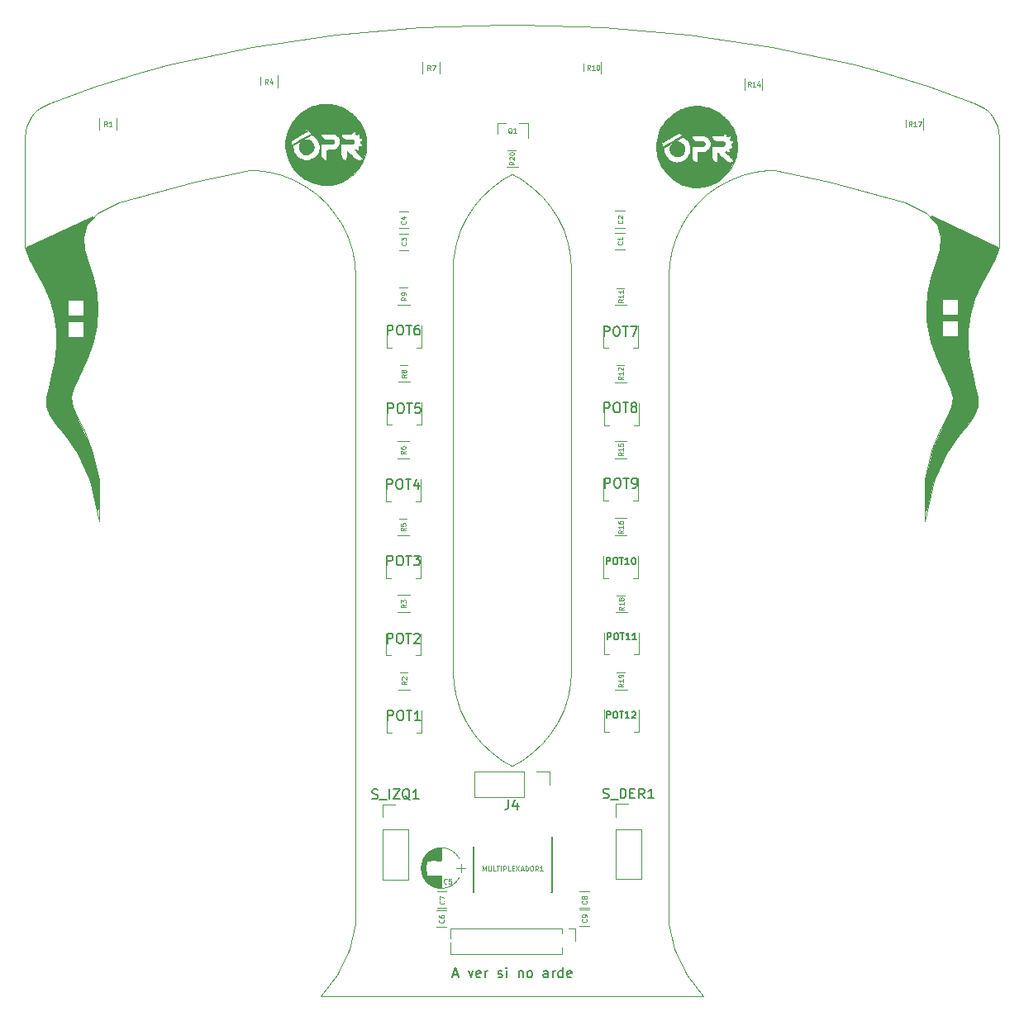
<source format=gto>
G04 #@! TF.FileFunction,Legend,Top*
%FSLAX46Y46*%
G04 Gerber Fmt 4.6, Leading zero omitted, Abs format (unit mm)*
G04 Created by KiCad (PCBNEW 4.0.7) date 02/25/18 15:11:15*
%MOMM*%
%LPD*%
G01*
G04 APERTURE LIST*
%ADD10C,0.100000*%
%ADD11C,0.180000*%
%ADD12C,0.120000*%
%ADD13C,0.150000*%
%ADD14C,0.010000*%
%ADD15C,0.125000*%
%ADD16C,0.254000*%
%ADD17C,3.600000*%
%ADD18R,1.400000X1.650000*%
%ADD19R,1.600000X1.600000*%
%ADD20C,1.600000*%
%ADD21R,1.400000X1.400000*%
%ADD22O,1.400000X1.400000*%
%ADD23R,2.000000X1.900000*%
%ADD24R,1.700000X1.100000*%
%ADD25R,1.100000X1.700000*%
%ADD26C,1.455599*%
%ADD27R,2.100000X2.100000*%
%ADD28O,2.100000X2.100000*%
%ADD29R,0.800000X1.500000*%
%ADD30R,1.200000X1.300000*%
G04 APERTURE END LIST*
D10*
D11*
X43920850Y2276813D02*
X44397041Y2276813D01*
X43825612Y1991099D02*
X44158945Y2991099D01*
X44492279Y1991099D01*
X45492279Y2657766D02*
X45730374Y1991099D01*
X45968470Y2657766D01*
X46730375Y2038718D02*
X46635137Y1991099D01*
X46444660Y1991099D01*
X46349422Y2038718D01*
X46301803Y2133956D01*
X46301803Y2514909D01*
X46349422Y2610147D01*
X46444660Y2657766D01*
X46635137Y2657766D01*
X46730375Y2610147D01*
X46777994Y2514909D01*
X46777994Y2419670D01*
X46301803Y2324432D01*
X47206565Y1991099D02*
X47206565Y2657766D01*
X47206565Y2467290D02*
X47254184Y2562528D01*
X47301803Y2610147D01*
X47397041Y2657766D01*
X47492280Y2657766D01*
X48539899Y2038718D02*
X48635137Y1991099D01*
X48825613Y1991099D01*
X48920852Y2038718D01*
X48968471Y2133956D01*
X48968471Y2181575D01*
X48920852Y2276813D01*
X48825613Y2324432D01*
X48682756Y2324432D01*
X48587518Y2372051D01*
X48539899Y2467290D01*
X48539899Y2514909D01*
X48587518Y2610147D01*
X48682756Y2657766D01*
X48825613Y2657766D01*
X48920852Y2610147D01*
X49397042Y1991099D02*
X49397042Y2657766D01*
X49397042Y2991099D02*
X49349423Y2943480D01*
X49397042Y2895861D01*
X49444661Y2943480D01*
X49397042Y2991099D01*
X49397042Y2895861D01*
X50635137Y2657766D02*
X50635137Y1991099D01*
X50635137Y2562528D02*
X50682756Y2610147D01*
X50777994Y2657766D01*
X50920852Y2657766D01*
X51016090Y2610147D01*
X51063709Y2514909D01*
X51063709Y1991099D01*
X51682756Y1991099D02*
X51587518Y2038718D01*
X51539899Y2086337D01*
X51492280Y2181575D01*
X51492280Y2467290D01*
X51539899Y2562528D01*
X51587518Y2610147D01*
X51682756Y2657766D01*
X51825614Y2657766D01*
X51920852Y2610147D01*
X51968471Y2562528D01*
X52016090Y2467290D01*
X52016090Y2181575D01*
X51968471Y2086337D01*
X51920852Y2038718D01*
X51825614Y1991099D01*
X51682756Y1991099D01*
X53635138Y1991099D02*
X53635138Y2514909D01*
X53587519Y2610147D01*
X53492281Y2657766D01*
X53301804Y2657766D01*
X53206566Y2610147D01*
X53635138Y2038718D02*
X53539900Y1991099D01*
X53301804Y1991099D01*
X53206566Y2038718D01*
X53158947Y2133956D01*
X53158947Y2229194D01*
X53206566Y2324432D01*
X53301804Y2372051D01*
X53539900Y2372051D01*
X53635138Y2419670D01*
X54111328Y1991099D02*
X54111328Y2657766D01*
X54111328Y2467290D02*
X54158947Y2562528D01*
X54206566Y2610147D01*
X54301804Y2657766D01*
X54397043Y2657766D01*
X55158948Y1991099D02*
X55158948Y2991099D01*
X55158948Y2038718D02*
X55063710Y1991099D01*
X54873233Y1991099D01*
X54777995Y2038718D01*
X54730376Y2086337D01*
X54682757Y2181575D01*
X54682757Y2467290D01*
X54730376Y2562528D01*
X54777995Y2610147D01*
X54873233Y2657766D01*
X55063710Y2657766D01*
X55158948Y2610147D01*
X56016091Y2038718D02*
X55920853Y1991099D01*
X55730376Y1991099D01*
X55635138Y2038718D01*
X55587519Y2133956D01*
X55587519Y2514909D01*
X55635138Y2610147D01*
X55730376Y2657766D01*
X55920853Y2657766D01*
X56016091Y2610147D01*
X56063710Y2514909D01*
X56063710Y2419670D01*
X55587519Y2324432D01*
D10*
X43860720Y75483720D02*
X44246800Y77292200D01*
X43865800Y34152840D02*
X43916600Y33258760D01*
X50955573Y83762972D02*
X49991563Y84292530D01*
X97124595Y63725083D02*
X97441436Y62490152D01*
X96820768Y65136804D02*
X97124595Y63725083D01*
X96632601Y66687713D02*
X96820768Y65136804D01*
X96638125Y68319403D02*
X96632601Y66687713D01*
X96880350Y69963922D02*
X96638125Y68319403D01*
X98025607Y73043514D02*
X97359175Y71555608D01*
X97359175Y71555608D02*
X96880350Y69963922D01*
X98778291Y74404414D02*
X98025607Y73043514D01*
X99850757Y76814051D02*
X99462352Y75656394D01*
X99462352Y75656394D02*
X98778291Y74404414D01*
X99850757Y76814051D02*
X99850757Y88055035D01*
X50735Y88055035D02*
X130724Y88822828D01*
X1263025Y90804890D02*
X1561489Y91050445D01*
X76547895Y97375154D02*
X85006687Y95599644D01*
X40511677Y99413209D02*
X31902509Y98647824D01*
X367255Y89557646D02*
X541302Y89902733D01*
X1883792Y91263751D02*
X2226461Y91442512D01*
X2544677Y91581566D02*
X2226461Y91442512D01*
X991611Y90529731D02*
X1263025Y90804890D01*
X7132339Y93308757D02*
X2544677Y91581566D01*
X130724Y88822828D02*
X229903Y89196381D01*
X23353596Y97375154D02*
X14894804Y95599644D01*
X229903Y89196381D02*
X367255Y89557646D01*
X50735Y76814051D02*
X50735Y88055035D01*
X98909880Y90529731D02*
X98638467Y90804890D01*
X541302Y89902733D02*
X750171Y90227929D01*
X50828764Y99666319D02*
X59389815Y99413209D01*
X49072727Y99666319D02*
X40511677Y99413209D01*
X98638467Y90804890D02*
X98340002Y91050445D01*
X1561489Y91050445D02*
X1883792Y91263751D01*
X50735Y76814051D02*
X439139Y75656394D01*
X11770129Y94748269D02*
X7132339Y93308757D01*
X99151321Y90227929D02*
X98909880Y90529731D01*
X14894804Y95599644D02*
X11770129Y94748269D01*
X750171Y90227929D02*
X991611Y90529731D01*
X98017700Y91263751D02*
X97675030Y91442512D01*
X98340002Y91050445D02*
X98017700Y91263751D01*
X59389815Y99413209D02*
X67998983Y98647824D01*
X97356815Y91581566D02*
X97675030Y91442512D01*
X92769153Y93308757D02*
X97356815Y91581566D01*
X88131362Y94748269D02*
X92769153Y93308757D01*
X85006687Y95599644D02*
X88131362Y94748269D01*
X38248565Y5464032D02*
X38429547Y5535688D01*
X37358521Y4061546D02*
X37370743Y4255813D01*
X60004956Y2867247D02*
X60162432Y2752834D01*
X37370743Y4255813D02*
X37407217Y4447017D01*
X60333007Y2659060D02*
X60513989Y2587404D01*
X38811200Y5608492D02*
X39005851Y5608492D01*
X37407217Y3676076D02*
X37370743Y3867279D01*
X39896535Y2867247D02*
X39739059Y2752834D01*
X37550246Y3314826D02*
X37467367Y3490952D01*
X37467367Y4632141D02*
X37550246Y4808267D01*
X39568485Y5464032D02*
X39739059Y5370259D01*
X62351246Y3314826D02*
X62434124Y3490952D01*
X62351246Y4808267D02*
X62246946Y4972616D01*
X40446308Y3867279D02*
X40409834Y3676076D01*
X59551809Y4632141D02*
X59491658Y4447017D01*
X59634687Y4808267D02*
X59551809Y4632141D01*
X61283408Y5584096D02*
X61090292Y5608492D01*
X61090292Y5608492D02*
X60895641Y5608492D01*
X61823500Y5370259D02*
X61652926Y5464032D01*
X59455184Y4255813D02*
X59442962Y4061546D01*
X39198967Y2538997D02*
X39005851Y2514600D01*
X62122871Y5122598D02*
X61980977Y5255845D01*
X37920515Y2867247D02*
X37778620Y3000495D01*
X59863062Y5122598D02*
X59738986Y4972616D01*
X61980977Y5255845D02*
X61823500Y5370259D01*
X39387503Y5535688D02*
X39568485Y5464032D01*
X61980977Y2867247D02*
X62122871Y3000495D01*
X59738986Y3150476D02*
X59863062Y3000495D01*
X37654545Y4972616D02*
X37778620Y5122598D01*
X60895641Y2514600D02*
X61090292Y2514600D01*
X61471944Y2587404D02*
X61652926Y2659060D01*
X60702524Y2538997D02*
X60895641Y2514600D01*
X59634687Y3314826D02*
X59738986Y3150476D01*
X62530749Y3867279D02*
X62542971Y4061546D01*
X60162432Y2752834D02*
X60333007Y2659060D01*
X39739059Y2752834D02*
X39568485Y2659060D01*
X60004956Y5255845D02*
X59863062Y5122598D01*
X62122871Y3000495D02*
X62246946Y3150476D01*
X62494275Y3676076D02*
X62530749Y3867279D01*
X40266805Y4808267D02*
X40349683Y4632141D01*
X60895641Y5608492D02*
X60702524Y5584096D01*
X61471944Y5535688D02*
X61283408Y5584096D01*
X59491658Y3676076D02*
X59551809Y3490952D01*
X40349683Y3490952D02*
X40266805Y3314826D01*
X61823500Y2752834D02*
X61980977Y2867247D01*
X39896535Y5255845D02*
X40038430Y5122598D01*
X59442962Y4061546D02*
X59455184Y3867279D01*
X59455184Y3867279D02*
X59491658Y3676076D01*
X61652926Y5464032D02*
X61471944Y5535688D01*
X40162505Y4972616D02*
X40266805Y4808267D01*
X60702524Y5584096D02*
X60513989Y5535688D01*
X62530749Y4255813D02*
X62494275Y4447017D01*
X60162432Y5370259D02*
X60004956Y5255845D01*
X40266805Y3314826D02*
X40162505Y3150476D01*
X39198967Y5584096D02*
X39387503Y5535688D01*
X39739059Y5370259D02*
X39896535Y5255845D01*
X38618083Y5584096D02*
X38811200Y5608492D01*
X40038430Y3000495D02*
X39896535Y2867247D01*
X60333007Y5464032D02*
X60162432Y5370259D01*
X59863062Y3000495D02*
X60004956Y2867247D01*
X59551809Y3490952D02*
X59634687Y3314826D01*
X39005851Y5608492D02*
X39198967Y5584096D01*
X37654545Y3150476D02*
X37550246Y3314826D01*
X33906674Y10492500D02*
X33906674Y73869753D01*
X65994817Y10492500D02*
X65994817Y73869753D01*
X67338129Y79099936D02*
X68068882Y80250977D01*
X32563362Y79099936D02*
X31832610Y80250977D01*
X33565484Y76569721D02*
X33144041Y77866362D01*
X68068882Y80250977D02*
X68938176Y81301319D01*
X69932294Y82234390D02*
X71035550Y83035465D01*
X28865942Y83035465D02*
X27670960Y83691903D01*
X31832610Y80250977D02*
X30963316Y81301319D01*
X33821039Y75230473D02*
X33565484Y76569721D01*
X65994817Y7492491D02*
X65994817Y10492500D01*
X30963316Y81301319D02*
X29969197Y82234390D01*
X33906674Y73869753D02*
X33821039Y75230473D01*
X6415126Y79119764D02*
X6019957Y77848888D01*
X23729656Y84702158D02*
X23058620Y84702158D01*
X66757450Y77866362D02*
X67338129Y79099936D01*
X7033109Y73720627D02*
X7377452Y72127070D01*
X29969197Y82234390D02*
X28865942Y83035465D01*
X33906674Y7492491D02*
X33906674Y10492500D01*
X6578115Y75207759D02*
X7033109Y73720627D01*
X25082392Y84531876D02*
X23729656Y84702158D01*
X27670960Y83691903D02*
X26403108Y84193344D01*
X66080453Y75230473D02*
X66336008Y76569721D01*
X68938176Y81301319D02*
X69932294Y82234390D01*
X71035550Y83035465D02*
X72230532Y83691903D01*
X6167738Y76574136D02*
X6578115Y75207759D01*
X6019957Y77848888D02*
X6167738Y76574136D01*
X7490342Y80322153D02*
X6415126Y79119764D01*
X26403108Y84193344D02*
X25082392Y84531876D01*
X7490342Y80322153D02*
X9713785Y81417451D01*
X65994817Y73869753D02*
X66080453Y75230473D01*
X33144041Y77866362D02*
X32563362Y79099936D01*
X66336008Y76569721D02*
X66757450Y77866362D01*
X93801709Y58063694D02*
X92958939Y56025139D01*
X95096702Y61405344D02*
X94976050Y60517705D01*
X94976050Y60517705D02*
X94525931Y59473092D01*
X92280854Y53034982D02*
X92207992Y48712244D01*
X95701054Y57531999D02*
X94454946Y55711784D01*
X92411149Y80322153D02*
X90187706Y81417451D01*
X92524040Y72127070D02*
X92384710Y70470771D01*
X94454946Y55711784D02*
X93173181Y52926480D01*
X92819806Y67214145D02*
X93324619Y65735670D01*
X92958939Y56025139D02*
X92280854Y53034982D01*
X92487792Y68811708D02*
X92819806Y67214145D01*
X93324619Y65735670D02*
X93913810Y64417291D01*
X72230532Y83691903D02*
X73498384Y84193344D01*
X97357478Y59690124D02*
X96701072Y58761171D01*
X73498384Y84193344D02*
X74819099Y84531876D01*
X74819099Y84531876D02*
X76171836Y84702158D01*
X76171836Y84702158D02*
X76842872Y84702158D01*
X97659078Y60533628D02*
X97357478Y59690124D01*
X92384710Y70470771D02*
X92487792Y68811708D01*
X94525931Y59473092D02*
X93801709Y58063694D01*
X92411149Y80322153D02*
X93486366Y79119764D01*
X93486366Y79119764D02*
X93881535Y77848888D01*
X93733754Y76574136D02*
X93323376Y75207759D01*
X93173181Y52926480D02*
X92207992Y48712244D01*
X93881535Y77848888D02*
X93733754Y76574136D01*
X93913810Y64417291D02*
X94479174Y63274572D01*
X94907370Y62289824D02*
X95096702Y61405344D01*
X96701072Y58761171D02*
X95701054Y57531999D01*
X92868382Y73720627D02*
X92524040Y72127070D01*
X94479174Y63274572D02*
X94907370Y62289824D01*
X93323376Y75207759D02*
X92868382Y73720627D01*
X46850063Y82027040D02*
X47844182Y82960110D01*
X99770768Y88822828D02*
X99671589Y89196381D01*
X50954617Y24222125D02*
X49990607Y23692567D01*
X53921285Y27006613D02*
X53051991Y25956271D01*
X45980769Y80976697D02*
X46850063Y82027040D01*
X46849501Y25956271D02*
X47843619Y25023200D01*
X44668775Y29391228D02*
X45249454Y28157654D01*
X99850757Y88055035D02*
X99770768Y88822828D01*
X45249454Y28157654D02*
X45980207Y27006613D01*
X43991778Y32027117D02*
X44247333Y30687869D01*
X99671589Y89196381D02*
X99534236Y89557646D01*
X44247333Y30687869D02*
X44668775Y29391228D01*
X43868327Y34151223D02*
X43860984Y75484473D01*
X99360189Y89902733D02*
X99151321Y90227929D01*
X54652037Y28157654D02*
X53921285Y27006613D01*
X55232716Y29391228D02*
X54652037Y28157654D01*
X99534236Y89557646D02*
X99360189Y89902733D01*
X45980207Y27006613D02*
X46849501Y25956271D01*
X48946875Y24222125D02*
X49910884Y23692567D01*
X43914047Y33262223D02*
X43991778Y32027117D01*
X55987444Y33262223D02*
X55909714Y32027117D01*
X55909714Y32027117D02*
X55654159Y30687869D01*
X55654159Y30687869D02*
X55232716Y29391228D01*
X53051991Y25956271D02*
X52057872Y25023200D01*
X44669338Y78592083D02*
X45250017Y79825656D01*
X44247895Y77295441D02*
X44669338Y78592083D01*
X45250017Y79825656D02*
X45980769Y80976697D01*
X40266805Y86181416D02*
X40162505Y86017067D01*
X60333007Y88330623D02*
X60162432Y88236849D01*
X61471944Y85453995D02*
X61652926Y85525651D01*
X38811200Y88475083D02*
X39005851Y88475083D01*
X37370743Y87122404D02*
X37407217Y87313607D01*
X59442962Y86928137D02*
X59455184Y86733870D01*
X59455184Y86733870D02*
X59491658Y86542666D01*
X38811200Y85381191D02*
X38618083Y85405587D01*
X38077991Y85619425D02*
X37920515Y85733838D01*
X37920515Y88122436D02*
X38077991Y88236849D01*
X60513989Y85453995D02*
X60702524Y85405587D01*
X39005851Y88475083D02*
X39198967Y88450687D01*
X37407217Y87313607D02*
X37467367Y87498732D01*
X38429547Y85453995D02*
X38248565Y85525651D01*
X40038430Y85867086D02*
X39896535Y85733838D01*
X38618083Y88450687D02*
X38811200Y88475083D01*
X40349683Y87498732D02*
X40409834Y87313607D01*
X40458530Y86928137D02*
X40446308Y86733870D01*
X39568485Y85525651D02*
X39387503Y85453995D01*
X40162505Y86017067D02*
X40038430Y85867086D01*
X37550246Y87674857D02*
X37654545Y87839207D01*
X40446308Y87122404D02*
X40458530Y86928137D01*
X40266805Y87674857D02*
X40349683Y87498732D01*
X49950746Y23714464D02*
X49990607Y23692567D01*
X38077991Y88236849D02*
X38248565Y88330623D01*
X38618083Y85405587D02*
X38429547Y85453995D01*
X37358521Y86928137D02*
X37370743Y87122404D01*
X37467367Y86357542D02*
X37407217Y86542666D01*
X39739059Y88236849D02*
X39896535Y88122436D01*
X49950746Y23714464D02*
X49910884Y23692567D01*
X39387503Y88402279D02*
X39568485Y88330623D01*
X61283408Y88450687D02*
X61090292Y88475083D01*
X39568485Y88330623D02*
X39739059Y88236849D01*
X39896535Y85733838D02*
X39739059Y85619425D01*
X38248565Y88330623D02*
X38429547Y88402279D01*
X39005851Y85381191D02*
X38811200Y85381191D01*
X61283408Y85405587D02*
X61471944Y85453995D01*
X40446308Y86733870D02*
X40409834Y86542666D01*
X59738986Y87839207D02*
X59634687Y87674857D01*
X37407217Y86542666D02*
X37370743Y86733870D01*
X60333007Y85525651D02*
X60513989Y85453995D01*
X59738986Y86017067D02*
X59863062Y85867086D01*
X60162432Y85619425D02*
X60333007Y85525651D01*
X37654545Y87839207D02*
X37778620Y87989188D01*
X37778620Y85867086D02*
X37654545Y86017067D01*
X37654545Y86017067D02*
X37550246Y86181416D01*
X39198967Y85405587D02*
X39005851Y85381191D01*
X37467367Y87498732D02*
X37550246Y87674857D01*
X37370743Y86733870D02*
X37358521Y86928137D01*
X37778620Y87989188D02*
X37920515Y88122436D01*
X38429547Y88402279D02*
X38618083Y88450687D01*
X40409834Y87313607D02*
X40446308Y87122404D01*
X40038430Y87989188D02*
X40162505Y87839207D01*
X37920515Y85733838D02*
X37778620Y85867086D01*
X40162505Y87839207D02*
X40266805Y87674857D01*
X39739059Y85619425D02*
X39568485Y85525651D01*
X40409834Y86542666D02*
X40349683Y86357542D01*
X37550246Y86181416D02*
X37467367Y86357542D01*
X39896535Y88122436D02*
X40038430Y87989188D01*
X39198967Y88450687D02*
X39387503Y88402279D01*
X40349683Y86357542D02*
X40266805Y86181416D01*
X39387503Y85453995D02*
X39198967Y85405587D01*
X38248565Y85525651D02*
X38077991Y85619425D01*
X55653596Y77295441D02*
X55232154Y78592083D01*
X30359787Y61534D02*
X32007880Y2298834D01*
X69541705Y61534D02*
X67893611Y2298834D01*
X55909152Y75956194D02*
X55653596Y77295441D01*
X33286803Y4869339D02*
X33906674Y7492491D01*
X55232154Y78592083D02*
X54651475Y79825656D01*
X53051428Y82027040D02*
X52057310Y82960110D01*
X54651475Y79825656D02*
X53920723Y80976697D01*
X55987444Y33262223D02*
X55994787Y74595473D01*
X69541705Y61534D02*
X30359787Y61534D01*
X53920723Y80976697D02*
X53051428Y82027040D01*
X66614689Y4869339D02*
X65994817Y7492491D01*
X55994787Y74595473D02*
X55909152Y75956194D01*
X61090292Y2514600D02*
X61283408Y2538997D01*
X82458238Y83523486D02*
X90187706Y81417451D01*
X67998983Y98647824D02*
X76547895Y97375154D01*
X9713785Y81417451D02*
X17443253Y83523486D01*
X61283408Y2538997D02*
X61471944Y2587404D01*
X62494275Y4447017D02*
X62434124Y4632141D01*
X62434124Y4632141D02*
X62351246Y4808267D01*
X48947437Y83761185D02*
X47844182Y82960110D01*
X62434124Y3490952D02*
X62494275Y3676076D01*
X23058620Y84702158D02*
X17443253Y83523486D01*
X62542971Y4061546D02*
X62530749Y4255813D01*
X61652926Y2659060D02*
X61823500Y2752834D01*
X59491658Y4447017D02*
X59455184Y4255813D01*
X66614689Y4869339D02*
X67893611Y2298834D01*
X59738986Y4972616D02*
X59634687Y4808267D01*
X52057310Y82960110D02*
X50954055Y83761185D01*
X50954617Y24222125D02*
X52057872Y25023200D01*
X49072727Y99666319D02*
X50828764Y99666319D01*
X47843619Y25023200D02*
X48946875Y24222125D01*
X60513989Y5535688D02*
X60333007Y5464032D01*
X32007880Y2298834D02*
X33286803Y4869339D01*
X23353596Y97375154D02*
X31902509Y98647824D01*
X62246946Y3150476D02*
X62351246Y3314826D01*
X82458238Y83523486D02*
X76842872Y84702158D01*
X60513989Y2587404D02*
X60702524Y2538997D01*
X62246946Y4972616D02*
X62122871Y5122598D01*
X97441436Y62490152D02*
X97656740Y61438142D01*
X97656740Y61438142D02*
X97659078Y60533628D01*
X6576873Y65735670D02*
X5987682Y64417291D01*
X4804789Y61405344D02*
X4925441Y60517705D01*
X2544014Y59690124D02*
X3200420Y58761171D01*
X2244752Y61438142D02*
X2242414Y60533628D01*
X6099782Y58063694D02*
X6942552Y56025139D01*
X4200438Y57531999D02*
X5446546Y55711784D01*
X2460056Y62490152D02*
X2244752Y61438142D01*
X5987682Y64417291D02*
X5422317Y63274572D01*
X2776896Y63725083D02*
X2460056Y62490152D01*
X2542317Y71555608D02*
X3021142Y69963922D01*
X3268890Y66687713D02*
X3080724Y65136804D01*
X3080724Y65136804D02*
X2776896Y63725083D01*
X4925441Y60517705D02*
X5375560Y59473092D01*
X6942552Y56025139D02*
X7620637Y53034982D01*
X4994122Y62289824D02*
X4804789Y61405344D01*
X7081686Y67214145D02*
X6576873Y65735670D01*
X7516781Y70470771D02*
X7413699Y68811708D01*
X7377452Y72127070D02*
X7516781Y70470771D01*
X1875885Y73043514D02*
X2542317Y71555608D01*
X3200420Y58761171D02*
X4200438Y57531999D01*
X5446546Y55711784D02*
X6728311Y52926480D01*
X7413699Y68811708D02*
X7081686Y67214145D01*
X439139Y75656394D02*
X1123200Y74404414D01*
X1123200Y74404414D02*
X1875885Y73043514D01*
X3021142Y69963922D02*
X3263367Y68319403D01*
X3263367Y68319403D02*
X3268890Y66687713D01*
X2242414Y60533628D02*
X2544014Y59690124D01*
X6728311Y52926480D02*
X7693500Y48712244D01*
X7620637Y53034982D02*
X7693500Y48712244D01*
X5375560Y59473092D02*
X6099782Y58063694D01*
X5422317Y63274572D02*
X4994122Y62289824D01*
X62494275Y87313607D02*
X62434124Y87498732D01*
X61980977Y88122436D02*
X61823500Y88236849D01*
X62434124Y87498732D02*
X62351246Y87674857D01*
X61652926Y88330623D02*
X61471944Y88402279D01*
X37467367Y3490952D02*
X37407217Y3676076D01*
X40038430Y5122598D02*
X40162505Y4972616D01*
X60004956Y88122436D02*
X59863062Y87989188D01*
X39005851Y2514600D02*
X38811200Y2514600D01*
X39568485Y2659060D02*
X39387503Y2587404D01*
X62542971Y86928137D02*
X62530749Y87122404D01*
X59863062Y87989188D02*
X59738986Y87839207D01*
X40162505Y3150476D02*
X40038430Y3000495D01*
X39387503Y2587404D02*
X39198967Y2538997D01*
X59455184Y87122404D02*
X59442962Y86928137D01*
X38248565Y2659060D02*
X38077991Y2752834D01*
X62122871Y85867086D02*
X62246946Y86017067D01*
X38429547Y2587404D02*
X38248565Y2659060D01*
X62122871Y87989188D02*
X61980977Y88122436D01*
X60004956Y85733838D02*
X60162432Y85619425D01*
X60702524Y88450687D02*
X60513989Y88402279D01*
X62246946Y87839207D02*
X62122871Y87989188D01*
X62530749Y86733870D02*
X62542971Y86928137D01*
X62351246Y87674857D02*
X62246946Y87839207D01*
X60702524Y85405587D02*
X60895641Y85381191D01*
X38077991Y2752834D02*
X37920515Y2867247D01*
X61652926Y85525651D02*
X61823500Y85619425D01*
X61090292Y88475083D02*
X60895641Y88475083D01*
X60895641Y85381191D02*
X61090292Y85381191D01*
X61823500Y88236849D02*
X61652926Y88330623D01*
X60162432Y88236849D02*
X60004956Y88122436D01*
X59551809Y87498732D02*
X59491658Y87313607D01*
X59491658Y86542666D02*
X59551809Y86357542D01*
X62434124Y86357542D02*
X62494275Y86542666D01*
X59863062Y85867086D02*
X60004956Y85733838D01*
X62494275Y86542666D02*
X62530749Y86733870D01*
X62351246Y86181416D02*
X62434124Y86357542D01*
X38077991Y5370259D02*
X38248565Y5464032D01*
X37778620Y3000495D02*
X37654545Y3150476D01*
X59634687Y86181416D02*
X59738986Y86017067D01*
X61471944Y88402279D02*
X61283408Y88450687D01*
X62530749Y87122404D02*
X62494275Y87313607D01*
X37778620Y5122598D02*
X37920515Y5255845D01*
X40458530Y4061546D02*
X40446308Y3867279D01*
X38429547Y5535688D02*
X38618083Y5584096D01*
X59491658Y87313607D02*
X59455184Y87122404D01*
X40409834Y3676076D02*
X40349683Y3490952D01*
X40409834Y4447017D02*
X40446308Y4255813D01*
X61090292Y85381191D02*
X61283408Y85405587D01*
X37407217Y4447017D02*
X37467367Y4632141D01*
X37370743Y3867279D02*
X37358521Y4061546D01*
X60895641Y88475083D02*
X60702524Y88450687D01*
X61980977Y85733838D02*
X62122871Y85867086D01*
X59551809Y86357542D02*
X59634687Y86181416D01*
X61823500Y85619425D02*
X61980977Y85733838D01*
X59634687Y87674857D02*
X59551809Y87498732D01*
X37550246Y4808267D02*
X37654545Y4972616D01*
X40349683Y4632141D02*
X40409834Y4447017D01*
X62246946Y86017067D02*
X62351246Y86181416D01*
X37920515Y5255845D02*
X38077991Y5370259D01*
X60513989Y88402279D02*
X60333007Y88330623D01*
X38618083Y2538997D02*
X38429547Y2587404D01*
X40446308Y4255813D02*
X40458530Y4061546D01*
X38811200Y2514600D02*
X38618083Y2538997D01*
X48948955Y83762972D02*
X49912965Y84292530D01*
X49952264Y84270942D02*
X49912965Y84292530D01*
X49952264Y84270942D02*
X49991563Y84292530D01*
D12*
X61536200Y78284440D02*
X60536200Y78284440D01*
X60536200Y76584440D02*
X61536200Y76584440D01*
X61536200Y80539960D02*
X60536200Y80539960D01*
X60536200Y78839960D02*
X61536200Y78839960D01*
X39356920Y78243800D02*
X38356920Y78243800D01*
X38356920Y76543800D02*
X39356920Y76543800D01*
X39356920Y80458680D02*
X38356920Y80458680D01*
X38356920Y78758680D02*
X39356920Y78758680D01*
X40862964Y12213590D02*
G75*
G03X44555396Y12212760I1846436J979170D01*
G01*
X40862964Y14171930D02*
G75*
G02X44555396Y14172760I1846436J-979170D01*
G01*
X40862964Y14171930D02*
G75*
G03X40863404Y12212760I1846436J-979170D01*
G01*
X42709400Y13972760D02*
X42709400Y15242760D01*
X42709400Y11142760D02*
X42709400Y12412760D01*
X42669400Y11142760D02*
X42669400Y12412760D01*
X42669400Y13972760D02*
X42669400Y15242760D01*
X42629400Y11143760D02*
X42629400Y12412760D01*
X42629400Y13972760D02*
X42629400Y15241760D01*
X42589400Y11145760D02*
X42589400Y12412760D01*
X42589400Y13972760D02*
X42589400Y15239760D01*
X42549400Y11148760D02*
X42549400Y12412760D01*
X42549400Y13972760D02*
X42549400Y15236760D01*
X42509400Y11151760D02*
X42509400Y12412760D01*
X42509400Y13972760D02*
X42509400Y15233760D01*
X42469400Y11155760D02*
X42469400Y12412760D01*
X42469400Y13972760D02*
X42469400Y15229760D01*
X42429400Y11160760D02*
X42429400Y12412760D01*
X42429400Y13972760D02*
X42429400Y15224760D01*
X42389400Y11166760D02*
X42389400Y12412760D01*
X42389400Y13972760D02*
X42389400Y15218760D01*
X42349400Y11173760D02*
X42349400Y12412760D01*
X42349400Y13972760D02*
X42349400Y15211760D01*
X42309400Y11180760D02*
X42309400Y12412760D01*
X42309400Y13972760D02*
X42309400Y15204760D01*
X42269400Y11188760D02*
X42269400Y12412760D01*
X42269400Y13972760D02*
X42269400Y15196760D01*
X42229400Y11197760D02*
X42229400Y12412760D01*
X42229400Y13972760D02*
X42229400Y15187760D01*
X42189400Y11207760D02*
X42189400Y12412760D01*
X42189400Y13972760D02*
X42189400Y15177760D01*
X42149400Y11218760D02*
X42149400Y12412760D01*
X42149400Y13972760D02*
X42149400Y15166760D01*
X42109400Y11229760D02*
X42109400Y12412760D01*
X42109400Y13972760D02*
X42109400Y15155760D01*
X42069400Y11242760D02*
X42069400Y12412760D01*
X42069400Y13972760D02*
X42069400Y15142760D01*
X42029400Y11255760D02*
X42029400Y12412760D01*
X42029400Y13972760D02*
X42029400Y15129760D01*
X41988400Y11269760D02*
X41988400Y12412760D01*
X41988400Y13972760D02*
X41988400Y15115760D01*
X41948400Y11285760D02*
X41948400Y12412760D01*
X41948400Y13972760D02*
X41948400Y15099760D01*
X41908400Y11301760D02*
X41908400Y12412760D01*
X41908400Y13972760D02*
X41908400Y15083760D01*
X41868400Y11318760D02*
X41868400Y12412760D01*
X41868400Y13972760D02*
X41868400Y15066760D01*
X41828400Y11336760D02*
X41828400Y12412760D01*
X41828400Y13972760D02*
X41828400Y15048760D01*
X41788400Y11355760D02*
X41788400Y12412760D01*
X41788400Y13972760D02*
X41788400Y15029760D01*
X41748400Y11375760D02*
X41748400Y12412760D01*
X41748400Y13972760D02*
X41748400Y15009760D01*
X41708400Y11396760D02*
X41708400Y12412760D01*
X41708400Y13972760D02*
X41708400Y14988760D01*
X41668400Y11419760D02*
X41668400Y12412760D01*
X41668400Y13972760D02*
X41668400Y14965760D01*
X41628400Y11442760D02*
X41628400Y12412760D01*
X41628400Y13972760D02*
X41628400Y14942760D01*
X41588400Y11467760D02*
X41588400Y12412760D01*
X41588400Y13972760D02*
X41588400Y14917760D01*
X41548400Y11493760D02*
X41548400Y12412760D01*
X41548400Y13972760D02*
X41548400Y14891760D01*
X41508400Y11520760D02*
X41508400Y12412760D01*
X41508400Y13972760D02*
X41508400Y14864760D01*
X41468400Y11549760D02*
X41468400Y12412760D01*
X41468400Y13972760D02*
X41468400Y14835760D01*
X41428400Y11579760D02*
X41428400Y12412760D01*
X41428400Y13972760D02*
X41428400Y14805760D01*
X41388400Y11611760D02*
X41388400Y12412760D01*
X41388400Y13972760D02*
X41388400Y14773760D01*
X41348400Y11645760D02*
X41348400Y12412760D01*
X41348400Y13972760D02*
X41348400Y14739760D01*
X41308400Y11680760D02*
X41308400Y12412760D01*
X41308400Y13972760D02*
X41308400Y14704760D01*
X41268400Y11717760D02*
X41268400Y12412760D01*
X41268400Y13972760D02*
X41268400Y14667760D01*
X41228400Y11756760D02*
X41228400Y12412760D01*
X41228400Y13972760D02*
X41228400Y14628760D01*
X41188400Y11797760D02*
X41188400Y12412760D01*
X41188400Y13972760D02*
X41188400Y14587760D01*
X41148400Y11841760D02*
X41148400Y14543760D01*
X41108400Y11887760D02*
X41108400Y14497760D01*
X41068400Y11936760D02*
X41068400Y14448760D01*
X41028400Y11988760D02*
X41028400Y14396760D01*
X40988400Y12044760D02*
X40988400Y14340760D01*
X40948400Y12104760D02*
X40948400Y14280760D01*
X40908400Y12169760D02*
X40908400Y14215760D01*
X40868400Y12240760D02*
X40868400Y14144760D01*
X40828400Y12318760D02*
X40828400Y14066760D01*
X40788400Y12406760D02*
X40788400Y13978760D01*
X40748400Y12506760D02*
X40748400Y13878760D01*
X40708400Y12625760D02*
X40708400Y13759760D01*
X40668400Y12777760D02*
X40668400Y13607760D01*
X40628400Y13027760D02*
X40628400Y13357760D01*
X45159400Y13192760D02*
X44259400Y13192760D01*
X44709400Y12742760D02*
X44709400Y13642760D01*
X43243880Y8891640D02*
X42243880Y8891640D01*
X42243880Y7191640D02*
X43243880Y7191640D01*
X43264200Y10776320D02*
X42264200Y10776320D01*
X42264200Y9076320D02*
X43264200Y9076320D01*
X56858280Y9091560D02*
X57858280Y9091560D01*
X57858280Y10791560D02*
X56858280Y10791560D01*
X56858280Y7217040D02*
X57858280Y7217040D01*
X57858280Y8917040D02*
X56858280Y8917040D01*
X55097680Y7019600D02*
X43607680Y7019600D01*
X43607680Y7019600D02*
X43607680Y4359600D01*
X43607680Y4359600D02*
X55097680Y4359600D01*
X55097680Y4359600D02*
X55097680Y7019600D01*
X55732680Y7019600D02*
X56427680Y7019600D01*
X56427680Y7019600D02*
X56427680Y5689600D01*
X37112480Y27089160D02*
X37112480Y29369160D01*
X37622480Y27089160D02*
X37112480Y27089160D01*
X40672480Y27089160D02*
X40162480Y27089160D01*
X40672480Y29369160D02*
X40672480Y27089160D01*
X37041360Y34983480D02*
X37041360Y37263480D01*
X37551360Y34983480D02*
X37041360Y34983480D01*
X40601360Y34983480D02*
X40091360Y34983480D01*
X40601360Y37263480D02*
X40601360Y34983480D01*
X37058680Y42888480D02*
X37058680Y45168480D01*
X37568680Y42888480D02*
X37058680Y42888480D01*
X40618680Y42888480D02*
X40108680Y42888480D01*
X40618680Y45168480D02*
X40618680Y42888480D01*
X37036280Y50751800D02*
X37036280Y53031800D01*
X37546280Y50751800D02*
X37036280Y50751800D01*
X40596280Y50751800D02*
X40086280Y50751800D01*
X40596280Y53031800D02*
X40596280Y50751800D01*
X37117560Y58615640D02*
X37117560Y60895640D01*
X37627560Y58615640D02*
X37117560Y58615640D01*
X40677560Y58615640D02*
X40167560Y58615640D01*
X40677560Y60895640D02*
X40677560Y58615640D01*
X37102320Y66504880D02*
X37102320Y68784880D01*
X37612320Y66504880D02*
X37102320Y66504880D01*
X40662320Y66504880D02*
X40152320Y66504880D01*
X40662320Y68784880D02*
X40662320Y66504880D01*
X59307000Y66489640D02*
X59307000Y68769640D01*
X59817000Y66489640D02*
X59307000Y66489640D01*
X62867000Y66489640D02*
X62357000Y66489640D01*
X62867000Y68769640D02*
X62867000Y66489640D01*
X59352720Y58585160D02*
X59352720Y60865160D01*
X59862720Y58585160D02*
X59352720Y58585160D01*
X62912720Y58585160D02*
X62402720Y58585160D01*
X62912720Y60865160D02*
X62912720Y58585160D01*
X59317160Y50822920D02*
X59317160Y53102920D01*
X59827160Y50822920D02*
X59317160Y50822920D01*
X62877160Y50822920D02*
X62367160Y50822920D01*
X62877160Y53102920D02*
X62877160Y50822920D01*
X59332400Y42938760D02*
X59332400Y45218760D01*
X59842400Y42938760D02*
X59332400Y42938760D01*
X62892400Y42938760D02*
X62382400Y42938760D01*
X62892400Y45218760D02*
X62892400Y42938760D01*
X59378120Y35069840D02*
X59378120Y37349840D01*
X59888120Y35069840D02*
X59378120Y35069840D01*
X62938120Y35069840D02*
X62428120Y35069840D01*
X62938120Y37349840D02*
X62938120Y35069840D01*
X59362880Y27134360D02*
X59362880Y29414360D01*
X59872880Y27134360D02*
X59362880Y27134360D01*
X62922880Y27134360D02*
X62412880Y27134360D01*
X62922880Y29414360D02*
X62922880Y27134360D01*
X9455040Y90058800D02*
X9455040Y88858800D01*
X7695040Y88858800D02*
X7695040Y90058800D01*
X39487400Y31489760D02*
X38287400Y31489760D01*
X38287400Y33249760D02*
X39487400Y33249760D01*
X39456920Y39419640D02*
X38256920Y39419640D01*
X38256920Y41179640D02*
X39456920Y41179640D01*
X25924400Y94422520D02*
X25924400Y93222520D01*
X24164400Y93222520D02*
X24164400Y94422520D01*
X39406120Y47273320D02*
X38206120Y47273320D01*
X38206120Y49033320D02*
X39406120Y49033320D01*
X39416280Y55162560D02*
X38216280Y55162560D01*
X38216280Y56922560D02*
X39416280Y56922560D01*
X42551240Y95799200D02*
X42551240Y94599200D01*
X40791240Y94599200D02*
X40791240Y95799200D01*
X39502640Y63011160D02*
X38302640Y63011160D01*
X38302640Y64771160D02*
X39502640Y64771160D01*
X39467080Y70946120D02*
X38267080Y70946120D01*
X38267080Y72706120D02*
X39467080Y72706120D01*
X57275840Y94609360D02*
X57275840Y95809360D01*
X59035840Y95809360D02*
X59035840Y94609360D01*
X60481920Y72655320D02*
X61681920Y72655320D01*
X61681920Y70895320D02*
X60481920Y70895320D01*
X61671760Y62975600D02*
X60471760Y62975600D01*
X60471760Y64735600D02*
X61671760Y64735600D01*
X73811240Y92943120D02*
X73811240Y94143120D01*
X75571240Y94143120D02*
X75571240Y92943120D01*
X61671760Y55157480D02*
X60471760Y55157480D01*
X60471760Y56917480D02*
X61671760Y56917480D01*
X61702240Y47278400D02*
X60502240Y47278400D01*
X60502240Y49038400D02*
X61702240Y49038400D01*
X90300920Y88863880D02*
X90300920Y90063880D01*
X92060920Y90063880D02*
X92060920Y88863880D01*
X61747960Y39394240D02*
X60547960Y39394240D01*
X60547960Y41154240D02*
X61747960Y41154240D01*
X61722560Y31479600D02*
X60522560Y31479600D01*
X60522560Y33239600D02*
X61722560Y33239600D01*
X51211480Y23082560D02*
X46071480Y23082560D01*
X46071480Y23082560D02*
X46071480Y20422560D01*
X46071480Y20422560D02*
X51211480Y20422560D01*
X51211480Y20422560D02*
X51211480Y23082560D01*
X52481480Y23082560D02*
X53811480Y23082560D01*
X53811480Y23082560D02*
X53811480Y21752560D01*
D13*
X54032520Y10715360D02*
X54007520Y10715360D01*
X45982520Y10715360D02*
X46007520Y10715360D01*
X45982520Y15365360D02*
X46007520Y15365360D01*
X54082520Y16440360D02*
X54082520Y10715360D01*
X45982520Y15365360D02*
X45982520Y10715360D01*
D12*
X51592600Y89527920D02*
X50662600Y89527920D01*
X48432600Y89527920D02*
X49362600Y89527920D01*
X48432600Y89527920D02*
X48432600Y87367920D01*
X51592600Y89527920D02*
X51592600Y88067920D01*
X49371960Y86787880D02*
X50571960Y86787880D01*
X50571960Y85027880D02*
X49371960Y85027880D01*
X60559640Y17195800D02*
X60559640Y12055800D01*
X60559640Y12055800D02*
X63219640Y12055800D01*
X63219640Y12055800D02*
X63219640Y17195800D01*
X63219640Y17195800D02*
X60559640Y17195800D01*
X60559640Y18465800D02*
X60559640Y19795800D01*
X60559640Y19795800D02*
X61889640Y19795800D01*
X36683640Y17134840D02*
X36683640Y11994840D01*
X36683640Y11994840D02*
X39343640Y11994840D01*
X39343640Y11994840D02*
X39343640Y17134840D01*
X39343640Y17134840D02*
X36683640Y17134840D01*
X36683640Y18404840D02*
X36683640Y19734840D01*
X36683640Y19734840D02*
X38013640Y19734840D01*
X5993360Y71284240D02*
X4593360Y71284240D01*
X4593360Y71284240D02*
X4593360Y68484240D01*
X5993360Y71284240D02*
X5993360Y68484240D01*
X95609640Y71360440D02*
X94209640Y71360440D01*
X94209640Y71360440D02*
X94209640Y68560440D01*
X95609640Y71360440D02*
X95609640Y68560440D01*
D14*
G36*
X31082894Y91512771D02*
X31256808Y91502064D01*
X31424231Y91482488D01*
X31596170Y91452629D01*
X31783632Y91411069D01*
X31866250Y91390644D01*
X32065175Y91336574D01*
X32243755Y91279222D01*
X32415365Y91213677D01*
X32593379Y91135028D01*
X32694880Y91086360D01*
X32935127Y90960850D01*
X33152569Y90829760D01*
X33355617Y90687062D01*
X33552687Y90526725D01*
X33752189Y90342719D01*
X33805289Y90290463D01*
X34065436Y90008674D01*
X34295449Y89711434D01*
X34495309Y89398783D01*
X34664997Y89070766D01*
X34804492Y88727423D01*
X34913776Y88368798D01*
X34992830Y87994933D01*
X35041633Y87605869D01*
X35043127Y87587885D01*
X35052129Y87293581D01*
X35033418Y86986752D01*
X34988264Y86672396D01*
X34917936Y86355510D01*
X34823701Y86041094D01*
X34706828Y85734145D01*
X34568586Y85439663D01*
X34439704Y85210227D01*
X34247813Y84924627D01*
X34027390Y84649604D01*
X33783301Y84390108D01*
X33520410Y84151085D01*
X33243580Y83937486D01*
X33082856Y83829917D01*
X32973000Y83764687D01*
X32841078Y83693118D01*
X32696987Y83620071D01*
X32550623Y83550407D01*
X32411882Y83488986D01*
X32290660Y83440669D01*
X32289583Y83440274D01*
X32159093Y83396455D01*
X32005981Y83351627D01*
X31841281Y83308555D01*
X31676026Y83270005D01*
X31521251Y83238742D01*
X31416413Y83221413D01*
X31286482Y83206320D01*
X31138662Y83195124D01*
X30983042Y83188122D01*
X30829707Y83185613D01*
X30688747Y83187894D01*
X30570248Y83195264D01*
X30561280Y83196161D01*
X30194208Y83250248D01*
X29831976Y83335128D01*
X29478828Y83449355D01*
X29139009Y83591483D01*
X28816762Y83760065D01*
X28700103Y83830570D01*
X28424430Y84021683D01*
X28158277Y84241289D01*
X27906629Y84484318D01*
X27674471Y84745701D01*
X27466789Y85020369D01*
X27343256Y85210227D01*
X27188910Y85489708D01*
X27054713Y85785795D01*
X26941929Y86093489D01*
X26851824Y86407790D01*
X26785662Y86723697D01*
X26744707Y87036210D01*
X26742511Y87082328D01*
X26929080Y87082328D01*
X26940769Y87043641D01*
X26969293Y87001698D01*
X27004842Y86968078D01*
X27037520Y86954360D01*
X27060800Y86962532D01*
X27107044Y86984944D01*
X27170157Y87018442D01*
X27244043Y87059873D01*
X27266566Y87072893D01*
X27341388Y87115856D01*
X27406036Y87151873D01*
X27454774Y87177833D01*
X27481867Y87190623D01*
X27484964Y87191427D01*
X27492405Y87175751D01*
X27500176Y87133685D01*
X27507087Y87072673D01*
X27510020Y87034793D01*
X27540334Y86819136D01*
X27600780Y86616382D01*
X27689346Y86428770D01*
X27804022Y86258538D01*
X27942795Y86107924D01*
X28103656Y85979165D01*
X28284591Y85874499D01*
X28483591Y85796165D01*
X28662495Y85752484D01*
X28769151Y85741512D01*
X28895515Y85741539D01*
X29029568Y85751716D01*
X29159290Y85771194D01*
X29257413Y85794500D01*
X29459769Y85870566D01*
X29643653Y85974289D01*
X29807206Y86103813D01*
X29948570Y86257281D01*
X30065883Y86432838D01*
X30157288Y86628626D01*
X30190361Y86725760D01*
X30210025Y86794750D01*
X30223243Y86854784D01*
X30231245Y86916015D01*
X30235264Y86988596D01*
X30236529Y87082678D01*
X30236560Y87106760D01*
X30235727Y87206808D01*
X30232406Y87283166D01*
X30225366Y87345985D01*
X30213377Y87405419D01*
X30195207Y87471620D01*
X30190361Y87487760D01*
X30114324Y87685153D01*
X30011706Y87867335D01*
X29885456Y88030517D01*
X29738528Y88170906D01*
X29573872Y88284715D01*
X29566464Y88288941D01*
X29521997Y88316026D01*
X29492785Y88337527D01*
X29486030Y88345951D01*
X29499907Y88358168D01*
X29537843Y88383308D01*
X29594282Y88417874D01*
X29663665Y88458369D01*
X29674399Y88464485D01*
X29683632Y88469893D01*
X30358080Y88469893D01*
X30363057Y88393694D01*
X30386423Y88281664D01*
X30438983Y88172278D01*
X30516240Y88071641D01*
X30613698Y87985862D01*
X30702742Y87932259D01*
X30814489Y87877227D01*
X31199874Y87868760D01*
X31585259Y87860294D01*
X31649003Y87796511D01*
X31686718Y87755304D01*
X31705669Y87719813D01*
X31712178Y87674530D01*
X31712747Y87640160D01*
X31710359Y87583003D01*
X31698979Y87544099D01*
X31672284Y87507940D01*
X31648987Y87483809D01*
X31585227Y87420027D01*
X30971653Y87411560D01*
X30358080Y87403093D01*
X30358080Y86200827D01*
X30402702Y86105661D01*
X30478385Y85981143D01*
X30576768Y85878482D01*
X30693706Y85801257D01*
X30805617Y85758006D01*
X30845485Y85746467D01*
X30877323Y85738159D01*
X30902086Y85736263D01*
X30920732Y85743957D01*
X30934216Y85764422D01*
X30943496Y85800838D01*
X30949529Y85856384D01*
X30953270Y85934241D01*
X30955676Y86037587D01*
X30957705Y86169604D01*
X30959213Y86268560D01*
X30967680Y86793493D01*
X31314813Y86803483D01*
X31453316Y86808274D01*
X31563760Y86814574D01*
X31651952Y86823607D01*
X31723700Y86836599D01*
X31784811Y86854775D01*
X31841090Y86879361D01*
X31898347Y86911581D01*
X31934134Y86934148D01*
X32061697Y87035282D01*
X32167983Y87157657D01*
X32250043Y87296019D01*
X32304924Y87445118D01*
X32329677Y87599701D01*
X32330813Y87640160D01*
X32314497Y87796209D01*
X32267798Y87945493D01*
X32194088Y88083977D01*
X32096742Y88207624D01*
X31979133Y88312398D01*
X31844634Y88394262D01*
X31771451Y88421415D01*
X32414744Y88421415D01*
X32417187Y88394568D01*
X32424813Y88360441D01*
X32431221Y88333141D01*
X32468011Y88230672D01*
X32528893Y88128504D01*
X32605973Y88038066D01*
X32673758Y87982002D01*
X32731097Y87945977D01*
X32787030Y87918336D01*
X32847217Y87898018D01*
X32917318Y87883962D01*
X33002992Y87875107D01*
X33109898Y87870390D01*
X33243698Y87868750D01*
X33277920Y87868697D01*
X33393714Y87868389D01*
X33480833Y87867217D01*
X33544465Y87864738D01*
X33589799Y87860506D01*
X33622022Y87854077D01*
X33646323Y87845004D01*
X33663393Y87835639D01*
X33730502Y87778417D01*
X33767388Y87706306D01*
X33775791Y87640160D01*
X33760908Y87554504D01*
X33716281Y87485043D01*
X33673322Y87449896D01*
X33658316Y87441893D01*
X33637764Y87435316D01*
X33608177Y87429957D01*
X33566061Y87425612D01*
X33507926Y87422072D01*
X33430280Y87419131D01*
X33329632Y87416583D01*
X33202490Y87414220D01*
X33045363Y87411836D01*
X33025858Y87411560D01*
X32423947Y87403093D01*
X32418740Y86844293D01*
X32417656Y86651926D01*
X32418286Y86491909D01*
X32420622Y86364583D01*
X32424657Y86270288D01*
X32430382Y86209366D01*
X32432617Y86196760D01*
X32464983Y86104533D01*
X32519605Y86008702D01*
X32588574Y85921057D01*
X32661931Y85854853D01*
X32729159Y85814304D01*
X32807075Y85778947D01*
X32884577Y85752868D01*
X32950565Y85740150D01*
X32974280Y85739936D01*
X33016613Y85743627D01*
X33021110Y86221993D01*
X33022696Y86345330D01*
X33024948Y86456876D01*
X33027716Y86552366D01*
X33030846Y86627533D01*
X33034186Y86678114D01*
X33037585Y86699842D01*
X33038176Y86700360D01*
X33052691Y86688796D01*
X33088200Y86655947D01*
X33141856Y86604581D01*
X33210811Y86537467D01*
X33292217Y86457371D01*
X33383226Y86367060D01*
X33457012Y86293348D01*
X33556779Y86194198D01*
X33652278Y86100796D01*
X33740063Y86016396D01*
X33816692Y85944256D01*
X33878719Y85887631D01*
X33922701Y85849776D01*
X33940043Y85836737D01*
X34043407Y85785317D01*
X34160491Y85751962D01*
X34277172Y85740096D01*
X34327264Y85742848D01*
X34400024Y85758108D01*
X34481134Y85785697D01*
X34559631Y85820827D01*
X34624553Y85858712D01*
X34659477Y85887926D01*
X34667208Y85897414D01*
X34670988Y85907607D01*
X34668714Y85920949D01*
X34658284Y85939883D01*
X34637594Y85966854D01*
X34604540Y86004304D01*
X34557019Y86054677D01*
X34492928Y86120418D01*
X34410164Y86203968D01*
X34306624Y86307773D01*
X34245187Y86369253D01*
X33799162Y86815515D01*
X33851547Y86842604D01*
X33891143Y86860943D01*
X33917957Y86869593D01*
X33919494Y86869693D01*
X33939863Y86859839D01*
X33977811Y86834095D01*
X34021666Y86800734D01*
X34076003Y86760843D01*
X34117102Y86743994D01*
X34155448Y86750477D01*
X34201525Y86780578D01*
X34233047Y86806529D01*
X34298014Y86861609D01*
X34262689Y86954551D01*
X34237989Y87028041D01*
X34229620Y87080596D01*
X34237203Y87120739D01*
X34254084Y87149093D01*
X34272659Y87166858D01*
X34300542Y87177182D01*
X34346214Y87181926D01*
X34408568Y87182960D01*
X34537392Y87182960D01*
X34567324Y87267627D01*
X34584577Y87319451D01*
X34596020Y87359544D01*
X34598567Y87372912D01*
X34586606Y87392771D01*
X34553962Y87425170D01*
X34507652Y87463161D01*
X34506746Y87463846D01*
X34455697Y87504827D01*
X34427265Y87535967D01*
X34415366Y87565404D01*
X34413613Y87588376D01*
X34416534Y87618552D01*
X34429632Y87642171D01*
X34459408Y87666183D01*
X34512365Y87697538D01*
X34519446Y87701490D01*
X34574966Y87734281D01*
X34607673Y87762922D01*
X34620784Y87796345D01*
X34617518Y87843480D01*
X34601094Y87913260D01*
X34598845Y87921853D01*
X34583340Y87961908D01*
X34557655Y87986615D01*
X34514541Y87999431D01*
X34446751Y88003815D01*
X34426704Y88003996D01*
X34373962Y88007297D01*
X34341922Y88020339D01*
X34317709Y88048413D01*
X34317367Y88048935D01*
X34302527Y88074337D01*
X34298714Y88096656D01*
X34307637Y88125646D01*
X34331006Y88171059D01*
X34342377Y88191670D01*
X34370342Y88245667D01*
X34389946Y88290229D01*
X34396680Y88314139D01*
X34384966Y88337945D01*
X34354573Y88374825D01*
X34320838Y88408489D01*
X34244996Y88478397D01*
X34135537Y88424421D01*
X34075546Y88396370D01*
X34035689Y88382983D01*
X34006667Y88382172D01*
X33982779Y88390172D01*
X33958921Y88404079D01*
X33945869Y88424400D01*
X33940380Y88460512D01*
X33939221Y88516097D01*
X33936957Y88575536D01*
X33931339Y88622733D01*
X33924961Y88644366D01*
X33902848Y88658529D01*
X33859269Y88675048D01*
X33805628Y88690815D01*
X33753328Y88702720D01*
X33713775Y88707656D01*
X33700240Y88705617D01*
X33686479Y88688151D01*
X33662069Y88649708D01*
X33635810Y88604756D01*
X33596632Y88545659D01*
X33558234Y88505638D01*
X33539959Y88494690D01*
X33512214Y88490495D01*
X33454755Y88486736D01*
X33371732Y88483531D01*
X33267295Y88480998D01*
X33145595Y88479254D01*
X33010784Y88478417D01*
X32964179Y88478360D01*
X32810441Y88478483D01*
X32687378Y88478274D01*
X32591804Y88476864D01*
X32520533Y88473386D01*
X32470378Y88466970D01*
X32438152Y88456748D01*
X32420670Y88441853D01*
X32414744Y88421415D01*
X31771451Y88421415D01*
X31696618Y88449180D01*
X31645013Y88460771D01*
X31591527Y88466903D01*
X31504760Y88471463D01*
X31385262Y88474440D01*
X31233583Y88475822D01*
X31050273Y88475598D01*
X30950747Y88474913D01*
X30358080Y88469893D01*
X29683632Y88469893D01*
X29767792Y88519183D01*
X29833949Y88562833D01*
X29876182Y88599006D01*
X29897803Y88631275D01*
X29902124Y88663209D01*
X29892458Y88698382D01*
X29892104Y88699241D01*
X29857400Y88752095D01*
X29811294Y88776363D01*
X29769250Y88773224D01*
X29740885Y88760510D01*
X29690223Y88734294D01*
X29624148Y88698258D01*
X29549545Y88656085D01*
X29540677Y88650978D01*
X29349322Y88540544D01*
X29260247Y88633991D01*
X29123175Y88754142D01*
X28966165Y88850725D01*
X28794632Y88922283D01*
X28613993Y88967354D01*
X28429662Y88984480D01*
X28247055Y88972200D01*
X28114413Y88942793D01*
X27952531Y88879995D01*
X27797169Y88791144D01*
X27654326Y88681207D01*
X27530003Y88555148D01*
X27430199Y88417932D01*
X27389539Y88342894D01*
X27316712Y88155420D01*
X27277538Y87968593D01*
X27272068Y87782856D01*
X27300352Y87598647D01*
X27302686Y87589360D01*
X27319971Y87521730D01*
X27334798Y87463542D01*
X27344516Y87425204D01*
X27345815Y87420027D01*
X27345017Y87402287D01*
X27330564Y87382832D01*
X27297920Y87357998D01*
X27242552Y87324122D01*
X27190656Y87294637D01*
X27089669Y87236249D01*
X27016326Y87188977D01*
X26967338Y87150153D01*
X26939417Y87117106D01*
X26929273Y87087167D01*
X26929080Y87082328D01*
X26742511Y87082328D01*
X26730224Y87340330D01*
X26740197Y87594866D01*
X26788569Y87985117D01*
X26866997Y88359767D01*
X26975504Y88718864D01*
X27114112Y89062460D01*
X27282845Y89390605D01*
X27481726Y89703347D01*
X27710777Y90000739D01*
X27970023Y90282830D01*
X27977671Y90290463D01*
X28179176Y90481583D01*
X28376068Y90647472D01*
X28576761Y90794160D01*
X28789667Y90927677D01*
X29023201Y91054053D01*
X29088080Y91086360D01*
X29274910Y91173944D01*
X29448248Y91245821D01*
X29621468Y91306903D01*
X29807946Y91362101D01*
X29916710Y91390644D01*
X30113563Y91437331D01*
X30290446Y91471746D01*
X30458368Y91495305D01*
X30628335Y91509423D01*
X30811356Y91515517D01*
X30891480Y91516025D01*
X31082894Y91512771D01*
X31082894Y91512771D01*
G37*
X31082894Y91512771D02*
X31256808Y91502064D01*
X31424231Y91482488D01*
X31596170Y91452629D01*
X31783632Y91411069D01*
X31866250Y91390644D01*
X32065175Y91336574D01*
X32243755Y91279222D01*
X32415365Y91213677D01*
X32593379Y91135028D01*
X32694880Y91086360D01*
X32935127Y90960850D01*
X33152569Y90829760D01*
X33355617Y90687062D01*
X33552687Y90526725D01*
X33752189Y90342719D01*
X33805289Y90290463D01*
X34065436Y90008674D01*
X34295449Y89711434D01*
X34495309Y89398783D01*
X34664997Y89070766D01*
X34804492Y88727423D01*
X34913776Y88368798D01*
X34992830Y87994933D01*
X35041633Y87605869D01*
X35043127Y87587885D01*
X35052129Y87293581D01*
X35033418Y86986752D01*
X34988264Y86672396D01*
X34917936Y86355510D01*
X34823701Y86041094D01*
X34706828Y85734145D01*
X34568586Y85439663D01*
X34439704Y85210227D01*
X34247813Y84924627D01*
X34027390Y84649604D01*
X33783301Y84390108D01*
X33520410Y84151085D01*
X33243580Y83937486D01*
X33082856Y83829917D01*
X32973000Y83764687D01*
X32841078Y83693118D01*
X32696987Y83620071D01*
X32550623Y83550407D01*
X32411882Y83488986D01*
X32290660Y83440669D01*
X32289583Y83440274D01*
X32159093Y83396455D01*
X32005981Y83351627D01*
X31841281Y83308555D01*
X31676026Y83270005D01*
X31521251Y83238742D01*
X31416413Y83221413D01*
X31286482Y83206320D01*
X31138662Y83195124D01*
X30983042Y83188122D01*
X30829707Y83185613D01*
X30688747Y83187894D01*
X30570248Y83195264D01*
X30561280Y83196161D01*
X30194208Y83250248D01*
X29831976Y83335128D01*
X29478828Y83449355D01*
X29139009Y83591483D01*
X28816762Y83760065D01*
X28700103Y83830570D01*
X28424430Y84021683D01*
X28158277Y84241289D01*
X27906629Y84484318D01*
X27674471Y84745701D01*
X27466789Y85020369D01*
X27343256Y85210227D01*
X27188910Y85489708D01*
X27054713Y85785795D01*
X26941929Y86093489D01*
X26851824Y86407790D01*
X26785662Y86723697D01*
X26744707Y87036210D01*
X26742511Y87082328D01*
X26929080Y87082328D01*
X26940769Y87043641D01*
X26969293Y87001698D01*
X27004842Y86968078D01*
X27037520Y86954360D01*
X27060800Y86962532D01*
X27107044Y86984944D01*
X27170157Y87018442D01*
X27244043Y87059873D01*
X27266566Y87072893D01*
X27341388Y87115856D01*
X27406036Y87151873D01*
X27454774Y87177833D01*
X27481867Y87190623D01*
X27484964Y87191427D01*
X27492405Y87175751D01*
X27500176Y87133685D01*
X27507087Y87072673D01*
X27510020Y87034793D01*
X27540334Y86819136D01*
X27600780Y86616382D01*
X27689346Y86428770D01*
X27804022Y86258538D01*
X27942795Y86107924D01*
X28103656Y85979165D01*
X28284591Y85874499D01*
X28483591Y85796165D01*
X28662495Y85752484D01*
X28769151Y85741512D01*
X28895515Y85741539D01*
X29029568Y85751716D01*
X29159290Y85771194D01*
X29257413Y85794500D01*
X29459769Y85870566D01*
X29643653Y85974289D01*
X29807206Y86103813D01*
X29948570Y86257281D01*
X30065883Y86432838D01*
X30157288Y86628626D01*
X30190361Y86725760D01*
X30210025Y86794750D01*
X30223243Y86854784D01*
X30231245Y86916015D01*
X30235264Y86988596D01*
X30236529Y87082678D01*
X30236560Y87106760D01*
X30235727Y87206808D01*
X30232406Y87283166D01*
X30225366Y87345985D01*
X30213377Y87405419D01*
X30195207Y87471620D01*
X30190361Y87487760D01*
X30114324Y87685153D01*
X30011706Y87867335D01*
X29885456Y88030517D01*
X29738528Y88170906D01*
X29573872Y88284715D01*
X29566464Y88288941D01*
X29521997Y88316026D01*
X29492785Y88337527D01*
X29486030Y88345951D01*
X29499907Y88358168D01*
X29537843Y88383308D01*
X29594282Y88417874D01*
X29663665Y88458369D01*
X29674399Y88464485D01*
X29683632Y88469893D01*
X30358080Y88469893D01*
X30363057Y88393694D01*
X30386423Y88281664D01*
X30438983Y88172278D01*
X30516240Y88071641D01*
X30613698Y87985862D01*
X30702742Y87932259D01*
X30814489Y87877227D01*
X31199874Y87868760D01*
X31585259Y87860294D01*
X31649003Y87796511D01*
X31686718Y87755304D01*
X31705669Y87719813D01*
X31712178Y87674530D01*
X31712747Y87640160D01*
X31710359Y87583003D01*
X31698979Y87544099D01*
X31672284Y87507940D01*
X31648987Y87483809D01*
X31585227Y87420027D01*
X30971653Y87411560D01*
X30358080Y87403093D01*
X30358080Y86200827D01*
X30402702Y86105661D01*
X30478385Y85981143D01*
X30576768Y85878482D01*
X30693706Y85801257D01*
X30805617Y85758006D01*
X30845485Y85746467D01*
X30877323Y85738159D01*
X30902086Y85736263D01*
X30920732Y85743957D01*
X30934216Y85764422D01*
X30943496Y85800838D01*
X30949529Y85856384D01*
X30953270Y85934241D01*
X30955676Y86037587D01*
X30957705Y86169604D01*
X30959213Y86268560D01*
X30967680Y86793493D01*
X31314813Y86803483D01*
X31453316Y86808274D01*
X31563760Y86814574D01*
X31651952Y86823607D01*
X31723700Y86836599D01*
X31784811Y86854775D01*
X31841090Y86879361D01*
X31898347Y86911581D01*
X31934134Y86934148D01*
X32061697Y87035282D01*
X32167983Y87157657D01*
X32250043Y87296019D01*
X32304924Y87445118D01*
X32329677Y87599701D01*
X32330813Y87640160D01*
X32314497Y87796209D01*
X32267798Y87945493D01*
X32194088Y88083977D01*
X32096742Y88207624D01*
X31979133Y88312398D01*
X31844634Y88394262D01*
X31771451Y88421415D01*
X32414744Y88421415D01*
X32417187Y88394568D01*
X32424813Y88360441D01*
X32431221Y88333141D01*
X32468011Y88230672D01*
X32528893Y88128504D01*
X32605973Y88038066D01*
X32673758Y87982002D01*
X32731097Y87945977D01*
X32787030Y87918336D01*
X32847217Y87898018D01*
X32917318Y87883962D01*
X33002992Y87875107D01*
X33109898Y87870390D01*
X33243698Y87868750D01*
X33277920Y87868697D01*
X33393714Y87868389D01*
X33480833Y87867217D01*
X33544465Y87864738D01*
X33589799Y87860506D01*
X33622022Y87854077D01*
X33646323Y87845004D01*
X33663393Y87835639D01*
X33730502Y87778417D01*
X33767388Y87706306D01*
X33775791Y87640160D01*
X33760908Y87554504D01*
X33716281Y87485043D01*
X33673322Y87449896D01*
X33658316Y87441893D01*
X33637764Y87435316D01*
X33608177Y87429957D01*
X33566061Y87425612D01*
X33507926Y87422072D01*
X33430280Y87419131D01*
X33329632Y87416583D01*
X33202490Y87414220D01*
X33045363Y87411836D01*
X33025858Y87411560D01*
X32423947Y87403093D01*
X32418740Y86844293D01*
X32417656Y86651926D01*
X32418286Y86491909D01*
X32420622Y86364583D01*
X32424657Y86270288D01*
X32430382Y86209366D01*
X32432617Y86196760D01*
X32464983Y86104533D01*
X32519605Y86008702D01*
X32588574Y85921057D01*
X32661931Y85854853D01*
X32729159Y85814304D01*
X32807075Y85778947D01*
X32884577Y85752868D01*
X32950565Y85740150D01*
X32974280Y85739936D01*
X33016613Y85743627D01*
X33021110Y86221993D01*
X33022696Y86345330D01*
X33024948Y86456876D01*
X33027716Y86552366D01*
X33030846Y86627533D01*
X33034186Y86678114D01*
X33037585Y86699842D01*
X33038176Y86700360D01*
X33052691Y86688796D01*
X33088200Y86655947D01*
X33141856Y86604581D01*
X33210811Y86537467D01*
X33292217Y86457371D01*
X33383226Y86367060D01*
X33457012Y86293348D01*
X33556779Y86194198D01*
X33652278Y86100796D01*
X33740063Y86016396D01*
X33816692Y85944256D01*
X33878719Y85887631D01*
X33922701Y85849776D01*
X33940043Y85836737D01*
X34043407Y85785317D01*
X34160491Y85751962D01*
X34277172Y85740096D01*
X34327264Y85742848D01*
X34400024Y85758108D01*
X34481134Y85785697D01*
X34559631Y85820827D01*
X34624553Y85858712D01*
X34659477Y85887926D01*
X34667208Y85897414D01*
X34670988Y85907607D01*
X34668714Y85920949D01*
X34658284Y85939883D01*
X34637594Y85966854D01*
X34604540Y86004304D01*
X34557019Y86054677D01*
X34492928Y86120418D01*
X34410164Y86203968D01*
X34306624Y86307773D01*
X34245187Y86369253D01*
X33799162Y86815515D01*
X33851547Y86842604D01*
X33891143Y86860943D01*
X33917957Y86869593D01*
X33919494Y86869693D01*
X33939863Y86859839D01*
X33977811Y86834095D01*
X34021666Y86800734D01*
X34076003Y86760843D01*
X34117102Y86743994D01*
X34155448Y86750477D01*
X34201525Y86780578D01*
X34233047Y86806529D01*
X34298014Y86861609D01*
X34262689Y86954551D01*
X34237989Y87028041D01*
X34229620Y87080596D01*
X34237203Y87120739D01*
X34254084Y87149093D01*
X34272659Y87166858D01*
X34300542Y87177182D01*
X34346214Y87181926D01*
X34408568Y87182960D01*
X34537392Y87182960D01*
X34567324Y87267627D01*
X34584577Y87319451D01*
X34596020Y87359544D01*
X34598567Y87372912D01*
X34586606Y87392771D01*
X34553962Y87425170D01*
X34507652Y87463161D01*
X34506746Y87463846D01*
X34455697Y87504827D01*
X34427265Y87535967D01*
X34415366Y87565404D01*
X34413613Y87588376D01*
X34416534Y87618552D01*
X34429632Y87642171D01*
X34459408Y87666183D01*
X34512365Y87697538D01*
X34519446Y87701490D01*
X34574966Y87734281D01*
X34607673Y87762922D01*
X34620784Y87796345D01*
X34617518Y87843480D01*
X34601094Y87913260D01*
X34598845Y87921853D01*
X34583340Y87961908D01*
X34557655Y87986615D01*
X34514541Y87999431D01*
X34446751Y88003815D01*
X34426704Y88003996D01*
X34373962Y88007297D01*
X34341922Y88020339D01*
X34317709Y88048413D01*
X34317367Y88048935D01*
X34302527Y88074337D01*
X34298714Y88096656D01*
X34307637Y88125646D01*
X34331006Y88171059D01*
X34342377Y88191670D01*
X34370342Y88245667D01*
X34389946Y88290229D01*
X34396680Y88314139D01*
X34384966Y88337945D01*
X34354573Y88374825D01*
X34320838Y88408489D01*
X34244996Y88478397D01*
X34135537Y88424421D01*
X34075546Y88396370D01*
X34035689Y88382983D01*
X34006667Y88382172D01*
X33982779Y88390172D01*
X33958921Y88404079D01*
X33945869Y88424400D01*
X33940380Y88460512D01*
X33939221Y88516097D01*
X33936957Y88575536D01*
X33931339Y88622733D01*
X33924961Y88644366D01*
X33902848Y88658529D01*
X33859269Y88675048D01*
X33805628Y88690815D01*
X33753328Y88702720D01*
X33713775Y88707656D01*
X33700240Y88705617D01*
X33686479Y88688151D01*
X33662069Y88649708D01*
X33635810Y88604756D01*
X33596632Y88545659D01*
X33558234Y88505638D01*
X33539959Y88494690D01*
X33512214Y88490495D01*
X33454755Y88486736D01*
X33371732Y88483531D01*
X33267295Y88480998D01*
X33145595Y88479254D01*
X33010784Y88478417D01*
X32964179Y88478360D01*
X32810441Y88478483D01*
X32687378Y88478274D01*
X32591804Y88476864D01*
X32520533Y88473386D01*
X32470378Y88466970D01*
X32438152Y88456748D01*
X32420670Y88441853D01*
X32414744Y88421415D01*
X31771451Y88421415D01*
X31696618Y88449180D01*
X31645013Y88460771D01*
X31591527Y88466903D01*
X31504760Y88471463D01*
X31385262Y88474440D01*
X31233583Y88475822D01*
X31050273Y88475598D01*
X30950747Y88474913D01*
X30358080Y88469893D01*
X29683632Y88469893D01*
X29767792Y88519183D01*
X29833949Y88562833D01*
X29876182Y88599006D01*
X29897803Y88631275D01*
X29902124Y88663209D01*
X29892458Y88698382D01*
X29892104Y88699241D01*
X29857400Y88752095D01*
X29811294Y88776363D01*
X29769250Y88773224D01*
X29740885Y88760510D01*
X29690223Y88734294D01*
X29624148Y88698258D01*
X29549545Y88656085D01*
X29540677Y88650978D01*
X29349322Y88540544D01*
X29260247Y88633991D01*
X29123175Y88754142D01*
X28966165Y88850725D01*
X28794632Y88922283D01*
X28613993Y88967354D01*
X28429662Y88984480D01*
X28247055Y88972200D01*
X28114413Y88942793D01*
X27952531Y88879995D01*
X27797169Y88791144D01*
X27654326Y88681207D01*
X27530003Y88555148D01*
X27430199Y88417932D01*
X27389539Y88342894D01*
X27316712Y88155420D01*
X27277538Y87968593D01*
X27272068Y87782856D01*
X27300352Y87598647D01*
X27302686Y87589360D01*
X27319971Y87521730D01*
X27334798Y87463542D01*
X27344516Y87425204D01*
X27345815Y87420027D01*
X27345017Y87402287D01*
X27330564Y87382832D01*
X27297920Y87357998D01*
X27242552Y87324122D01*
X27190656Y87294637D01*
X27089669Y87236249D01*
X27016326Y87188977D01*
X26967338Y87150153D01*
X26939417Y87117106D01*
X26929273Y87087167D01*
X26929080Y87082328D01*
X26742511Y87082328D01*
X26730224Y87340330D01*
X26740197Y87594866D01*
X26788569Y87985117D01*
X26866997Y88359767D01*
X26975504Y88718864D01*
X27114112Y89062460D01*
X27282845Y89390605D01*
X27481726Y89703347D01*
X27710777Y90000739D01*
X27970023Y90282830D01*
X27977671Y90290463D01*
X28179176Y90481583D01*
X28376068Y90647472D01*
X28576761Y90794160D01*
X28789667Y90927677D01*
X29023201Y91054053D01*
X29088080Y91086360D01*
X29274910Y91173944D01*
X29448248Y91245821D01*
X29621468Y91306903D01*
X29807946Y91362101D01*
X29916710Y91390644D01*
X30113563Y91437331D01*
X30290446Y91471746D01*
X30458368Y91495305D01*
X30628335Y91509423D01*
X30811356Y91515517D01*
X30891480Y91516025D01*
X31082894Y91512771D01*
G36*
X28973287Y87860309D02*
X29123933Y87825121D01*
X29263036Y87758100D01*
X29390429Y87659308D01*
X29409873Y87640398D01*
X29512494Y87515560D01*
X29584885Y87379527D01*
X29627041Y87236195D01*
X29638958Y87089459D01*
X29620633Y86943216D01*
X29572059Y86801361D01*
X29493235Y86667791D01*
X29411029Y86572144D01*
X29285832Y86469479D01*
X29147293Y86396867D01*
X28998849Y86355242D01*
X28843938Y86345537D01*
X28685998Y86368684D01*
X28673624Y86371906D01*
X28532470Y86426570D01*
X28407458Y86507930D01*
X28301199Y86611634D01*
X28216300Y86733334D01*
X28155372Y86868679D01*
X28121025Y87013319D01*
X28115867Y87162904D01*
X28132372Y87274201D01*
X28181881Y87417238D01*
X28259070Y87546985D01*
X28359575Y87659654D01*
X28479037Y87751458D01*
X28613093Y87818613D01*
X28757382Y87857330D01*
X28811270Y87863599D01*
X28973287Y87860309D01*
X28973287Y87860309D01*
G37*
X28973287Y87860309D02*
X29123933Y87825121D01*
X29263036Y87758100D01*
X29390429Y87659308D01*
X29409873Y87640398D01*
X29512494Y87515560D01*
X29584885Y87379527D01*
X29627041Y87236195D01*
X29638958Y87089459D01*
X29620633Y86943216D01*
X29572059Y86801361D01*
X29493235Y86667791D01*
X29411029Y86572144D01*
X29285832Y86469479D01*
X29147293Y86396867D01*
X28998849Y86355242D01*
X28843938Y86345537D01*
X28685998Y86368684D01*
X28673624Y86371906D01*
X28532470Y86426570D01*
X28407458Y86507930D01*
X28301199Y86611634D01*
X28216300Y86733334D01*
X28155372Y86868679D01*
X28121025Y87013319D01*
X28115867Y87162904D01*
X28132372Y87274201D01*
X28181881Y87417238D01*
X28259070Y87546985D01*
X28359575Y87659654D01*
X28479037Y87751458D01*
X28613093Y87818613D01*
X28757382Y87857330D01*
X28811270Y87863599D01*
X28973287Y87860309D01*
G36*
X29796070Y88702097D02*
X29822407Y88679867D01*
X29831208Y88648631D01*
X29826983Y88635477D01*
X29810149Y88622828D01*
X29766380Y88594889D01*
X29698183Y88553110D01*
X29608067Y88498937D01*
X29498539Y88433819D01*
X29372105Y88359203D01*
X29231275Y88276536D01*
X29078554Y88187266D01*
X28916451Y88092842D01*
X28747473Y87994710D01*
X28574127Y87894318D01*
X28398922Y87793115D01*
X28224364Y87692546D01*
X28052961Y87594062D01*
X27887220Y87499108D01*
X27729649Y87409132D01*
X27582756Y87325583D01*
X27449047Y87249908D01*
X27331031Y87183554D01*
X27231214Y87127970D01*
X27152105Y87084602D01*
X27096211Y87054899D01*
X27066039Y87040308D01*
X27061790Y87039027D01*
X27030297Y87050506D01*
X27020084Y87063868D01*
X27015100Y87097557D01*
X27016841Y87107577D01*
X27031812Y87117928D01*
X27073643Y87143742D01*
X27139851Y87183578D01*
X27227952Y87235990D01*
X27335462Y87299536D01*
X27459899Y87372771D01*
X27598777Y87454253D01*
X27749613Y87542537D01*
X27909924Y87636181D01*
X28077225Y87733740D01*
X28249034Y87833771D01*
X28422866Y87934830D01*
X28596238Y88035474D01*
X28766666Y88134260D01*
X28931666Y88229743D01*
X29088754Y88320480D01*
X29235447Y88405028D01*
X29369262Y88481943D01*
X29487714Y88549782D01*
X29588319Y88607100D01*
X29668595Y88652455D01*
X29726056Y88684402D01*
X29758221Y88701499D01*
X29763068Y88703717D01*
X29796070Y88702097D01*
X29796070Y88702097D01*
G37*
X29796070Y88702097D02*
X29822407Y88679867D01*
X29831208Y88648631D01*
X29826983Y88635477D01*
X29810149Y88622828D01*
X29766380Y88594889D01*
X29698183Y88553110D01*
X29608067Y88498937D01*
X29498539Y88433819D01*
X29372105Y88359203D01*
X29231275Y88276536D01*
X29078554Y88187266D01*
X28916451Y88092842D01*
X28747473Y87994710D01*
X28574127Y87894318D01*
X28398922Y87793115D01*
X28224364Y87692546D01*
X28052961Y87594062D01*
X27887220Y87499108D01*
X27729649Y87409132D01*
X27582756Y87325583D01*
X27449047Y87249908D01*
X27331031Y87183554D01*
X27231214Y87127970D01*
X27152105Y87084602D01*
X27096211Y87054899D01*
X27066039Y87040308D01*
X27061790Y87039027D01*
X27030297Y87050506D01*
X27020084Y87063868D01*
X27015100Y87097557D01*
X27016841Y87107577D01*
X27031812Y87117928D01*
X27073643Y87143742D01*
X27139851Y87183578D01*
X27227952Y87235990D01*
X27335462Y87299536D01*
X27459899Y87372771D01*
X27598777Y87454253D01*
X27749613Y87542537D01*
X27909924Y87636181D01*
X28077225Y87733740D01*
X28249034Y87833771D01*
X28422866Y87934830D01*
X28596238Y88035474D01*
X28766666Y88134260D01*
X28931666Y88229743D01*
X29088754Y88320480D01*
X29235447Y88405028D01*
X29369262Y88481943D01*
X29487714Y88549782D01*
X29588319Y88607100D01*
X29668595Y88652455D01*
X29726056Y88684402D01*
X29758221Y88701499D01*
X29763068Y88703717D01*
X29796070Y88702097D01*
G36*
X28492566Y88910769D02*
X28573995Y88898704D01*
X28661651Y88879018D01*
X28749323Y88853937D01*
X28830799Y88825688D01*
X28899867Y88796496D01*
X28950316Y88768588D01*
X28975933Y88744191D01*
X28977883Y88736842D01*
X28964304Y88721493D01*
X28931173Y88698353D01*
X28889616Y88673976D01*
X28850760Y88654913D01*
X28826492Y88647693D01*
X28810301Y88661222D01*
X28808680Y88670843D01*
X28794589Y88694648D01*
X28758133Y88725832D01*
X28708042Y88758347D01*
X28653042Y88786147D01*
X28628505Y88795683D01*
X28583468Y88805500D01*
X28556874Y88795510D01*
X28556538Y88795178D01*
X28540870Y88773434D01*
X28545967Y88754534D01*
X28575722Y88733719D01*
X28626646Y88709485D01*
X28694374Y88674529D01*
X28737892Y88641383D01*
X28754111Y88612901D01*
X28747849Y88597538D01*
X28729162Y88585010D01*
X28685642Y88558459D01*
X28621465Y88520290D01*
X28540807Y88472905D01*
X28447843Y88418710D01*
X28346751Y88360108D01*
X28241705Y88299504D01*
X28136882Y88239302D01*
X28036458Y88181905D01*
X27944608Y88129718D01*
X27865508Y88085144D01*
X27803336Y88050589D01*
X27762265Y88028456D01*
X27746609Y88021125D01*
X27740692Y88036512D01*
X27738019Y88076816D01*
X27739090Y88131169D01*
X27740745Y88192900D01*
X27740014Y88199492D01*
X27809613Y88199492D01*
X27813557Y88158074D01*
X27828421Y88141406D01*
X27841558Y88139694D01*
X27868154Y88152166D01*
X27880901Y88190100D01*
X27881310Y88242202D01*
X27865201Y88269558D01*
X27836722Y88269692D01*
X27815430Y88243764D01*
X27809613Y88199492D01*
X27740014Y88199492D01*
X27736748Y88228908D01*
X27725611Y88247077D01*
X27716215Y88252205D01*
X27684270Y88250344D01*
X27672697Y88239528D01*
X27660709Y88200316D01*
X27657306Y88144186D01*
X27661808Y88085189D01*
X27673539Y88037376D01*
X27683274Y88020430D01*
X27692378Y88006755D01*
X27690067Y87992931D01*
X27672164Y87975278D01*
X27634491Y87950111D01*
X27572871Y87913751D01*
X27542478Y87896330D01*
X27475056Y87858372D01*
X27418538Y87827588D01*
X27379285Y87807375D01*
X27364017Y87801027D01*
X27356779Y87816071D01*
X27352726Y87853693D01*
X27352413Y87869474D01*
X27360788Y87970640D01*
X27369251Y88013712D01*
X27489037Y88013712D01*
X27494146Y87978456D01*
X27513994Y87958219D01*
X27540036Y87966014D01*
X27557000Y87988301D01*
X27565794Y88017033D01*
X27576558Y88067773D01*
X27585885Y88122760D01*
X27593800Y88188383D01*
X27592982Y88229194D01*
X27583121Y88253184D01*
X27580727Y88255950D01*
X27561988Y88267980D01*
X27543591Y88254469D01*
X27532491Y88238680D01*
X27515256Y88197405D01*
X27500987Y88137456D01*
X27491607Y88071878D01*
X27489037Y88013712D01*
X27369251Y88013712D01*
X27383706Y88087269D01*
X27417863Y88206042D01*
X27459950Y88313642D01*
X27465757Y88325960D01*
X27543314Y88454101D01*
X27646798Y88576541D01*
X27713979Y88636797D01*
X28441338Y88636797D01*
X28446142Y88606228D01*
X28481763Y88566709D01*
X28488436Y88561052D01*
X28537991Y88524906D01*
X28570624Y88514340D01*
X28590462Y88528404D01*
X28594300Y88536664D01*
X28588071Y88563282D01*
X28558281Y88600235D01*
X28544723Y88612864D01*
X28498029Y88649994D01*
X28467864Y88662553D01*
X28448842Y88651787D01*
X28441338Y88636797D01*
X27713979Y88636797D01*
X27768329Y88685544D01*
X27900028Y88773369D01*
X27945080Y88796724D01*
X28107381Y88861422D01*
X28269688Y88901073D01*
X28424754Y88914168D01*
X28492566Y88910769D01*
X28492566Y88910769D01*
G37*
X28492566Y88910769D02*
X28573995Y88898704D01*
X28661651Y88879018D01*
X28749323Y88853937D01*
X28830799Y88825688D01*
X28899867Y88796496D01*
X28950316Y88768588D01*
X28975933Y88744191D01*
X28977883Y88736842D01*
X28964304Y88721493D01*
X28931173Y88698353D01*
X28889616Y88673976D01*
X28850760Y88654913D01*
X28826492Y88647693D01*
X28810301Y88661222D01*
X28808680Y88670843D01*
X28794589Y88694648D01*
X28758133Y88725832D01*
X28708042Y88758347D01*
X28653042Y88786147D01*
X28628505Y88795683D01*
X28583468Y88805500D01*
X28556874Y88795510D01*
X28556538Y88795178D01*
X28540870Y88773434D01*
X28545967Y88754534D01*
X28575722Y88733719D01*
X28626646Y88709485D01*
X28694374Y88674529D01*
X28737892Y88641383D01*
X28754111Y88612901D01*
X28747849Y88597538D01*
X28729162Y88585010D01*
X28685642Y88558459D01*
X28621465Y88520290D01*
X28540807Y88472905D01*
X28447843Y88418710D01*
X28346751Y88360108D01*
X28241705Y88299504D01*
X28136882Y88239302D01*
X28036458Y88181905D01*
X27944608Y88129718D01*
X27865508Y88085144D01*
X27803336Y88050589D01*
X27762265Y88028456D01*
X27746609Y88021125D01*
X27740692Y88036512D01*
X27738019Y88076816D01*
X27739090Y88131169D01*
X27740745Y88192900D01*
X27740014Y88199492D01*
X27809613Y88199492D01*
X27813557Y88158074D01*
X27828421Y88141406D01*
X27841558Y88139694D01*
X27868154Y88152166D01*
X27880901Y88190100D01*
X27881310Y88242202D01*
X27865201Y88269558D01*
X27836722Y88269692D01*
X27815430Y88243764D01*
X27809613Y88199492D01*
X27740014Y88199492D01*
X27736748Y88228908D01*
X27725611Y88247077D01*
X27716215Y88252205D01*
X27684270Y88250344D01*
X27672697Y88239528D01*
X27660709Y88200316D01*
X27657306Y88144186D01*
X27661808Y88085189D01*
X27673539Y88037376D01*
X27683274Y88020430D01*
X27692378Y88006755D01*
X27690067Y87992931D01*
X27672164Y87975278D01*
X27634491Y87950111D01*
X27572871Y87913751D01*
X27542478Y87896330D01*
X27475056Y87858372D01*
X27418538Y87827588D01*
X27379285Y87807375D01*
X27364017Y87801027D01*
X27356779Y87816071D01*
X27352726Y87853693D01*
X27352413Y87869474D01*
X27360788Y87970640D01*
X27369251Y88013712D01*
X27489037Y88013712D01*
X27494146Y87978456D01*
X27513994Y87958219D01*
X27540036Y87966014D01*
X27557000Y87988301D01*
X27565794Y88017033D01*
X27576558Y88067773D01*
X27585885Y88122760D01*
X27593800Y88188383D01*
X27592982Y88229194D01*
X27583121Y88253184D01*
X27580727Y88255950D01*
X27561988Y88267980D01*
X27543591Y88254469D01*
X27532491Y88238680D01*
X27515256Y88197405D01*
X27500987Y88137456D01*
X27491607Y88071878D01*
X27489037Y88013712D01*
X27369251Y88013712D01*
X27383706Y88087269D01*
X27417863Y88206042D01*
X27459950Y88313642D01*
X27465757Y88325960D01*
X27543314Y88454101D01*
X27646798Y88576541D01*
X27713979Y88636797D01*
X28441338Y88636797D01*
X28446142Y88606228D01*
X28481763Y88566709D01*
X28488436Y88561052D01*
X28537991Y88524906D01*
X28570624Y88514340D01*
X28590462Y88528404D01*
X28594300Y88536664D01*
X28588071Y88563282D01*
X28558281Y88600235D01*
X28544723Y88612864D01*
X28498029Y88649994D01*
X28467864Y88662553D01*
X28448842Y88651787D01*
X28441338Y88636797D01*
X27713979Y88636797D01*
X27768329Y88685544D01*
X27900028Y88773369D01*
X27945080Y88796724D01*
X28107381Y88861422D01*
X28269688Y88901073D01*
X28424754Y88914168D01*
X28492566Y88910769D01*
G36*
X69071134Y91299411D02*
X69245048Y91288704D01*
X69412471Y91269128D01*
X69584410Y91239269D01*
X69771872Y91197709D01*
X69854490Y91177284D01*
X70053415Y91123214D01*
X70231995Y91065862D01*
X70403605Y91000317D01*
X70581619Y90921668D01*
X70683120Y90873000D01*
X70923367Y90747490D01*
X71140809Y90616400D01*
X71343857Y90473702D01*
X71540927Y90313365D01*
X71740429Y90129359D01*
X71793529Y90077103D01*
X72053676Y89795314D01*
X72283689Y89498074D01*
X72483549Y89185423D01*
X72653237Y88857406D01*
X72792732Y88514063D01*
X72902016Y88155438D01*
X72981070Y87781573D01*
X73029873Y87392509D01*
X73031367Y87374525D01*
X73040369Y87080221D01*
X73021658Y86773392D01*
X72976504Y86459036D01*
X72906176Y86142150D01*
X72811941Y85827734D01*
X72695068Y85520785D01*
X72556826Y85226303D01*
X72427944Y84996867D01*
X72236053Y84711267D01*
X72015630Y84436244D01*
X71771541Y84176748D01*
X71508650Y83937725D01*
X71231820Y83724126D01*
X71071096Y83616557D01*
X70961240Y83551327D01*
X70829318Y83479758D01*
X70685227Y83406711D01*
X70538863Y83337047D01*
X70400122Y83275626D01*
X70278900Y83227309D01*
X70277823Y83226914D01*
X70147333Y83183095D01*
X69994221Y83138267D01*
X69829521Y83095195D01*
X69664266Y83056645D01*
X69509491Y83025382D01*
X69404653Y83008053D01*
X69274722Y82992960D01*
X69126902Y82981764D01*
X68971282Y82974762D01*
X68817947Y82972253D01*
X68676987Y82974534D01*
X68558488Y82981904D01*
X68549520Y82982801D01*
X68182448Y83036888D01*
X67820216Y83121768D01*
X67467068Y83235995D01*
X67127249Y83378123D01*
X66805002Y83546705D01*
X66688343Y83617210D01*
X66412670Y83808323D01*
X66146517Y84027929D01*
X65894869Y84270958D01*
X65662711Y84532341D01*
X65455029Y84807009D01*
X65331496Y84996867D01*
X65177150Y85276348D01*
X65042953Y85572435D01*
X64930169Y85880129D01*
X64840064Y86194430D01*
X64773902Y86510337D01*
X64732947Y86822850D01*
X64730751Y86868968D01*
X64917320Y86868968D01*
X64929009Y86830281D01*
X64957533Y86788338D01*
X64993082Y86754718D01*
X65025760Y86741000D01*
X65049040Y86749172D01*
X65095284Y86771584D01*
X65158397Y86805082D01*
X65232283Y86846513D01*
X65254806Y86859533D01*
X65329628Y86902496D01*
X65394276Y86938513D01*
X65443014Y86964473D01*
X65470107Y86977263D01*
X65473204Y86978067D01*
X65480645Y86962391D01*
X65488416Y86920325D01*
X65495327Y86859313D01*
X65498260Y86821433D01*
X65528574Y86605776D01*
X65589020Y86403022D01*
X65677586Y86215410D01*
X65792262Y86045178D01*
X65931035Y85894564D01*
X66091896Y85765805D01*
X66272831Y85661139D01*
X66471831Y85582805D01*
X66650735Y85539124D01*
X66757391Y85528152D01*
X66883755Y85528179D01*
X67017808Y85538356D01*
X67147530Y85557834D01*
X67245653Y85581140D01*
X67448009Y85657206D01*
X67631893Y85760929D01*
X67795446Y85890453D01*
X67936810Y86043921D01*
X68054123Y86219478D01*
X68145528Y86415266D01*
X68178601Y86512400D01*
X68198265Y86581390D01*
X68211483Y86641424D01*
X68219485Y86702655D01*
X68223504Y86775236D01*
X68224769Y86869318D01*
X68224800Y86893400D01*
X68223967Y86993448D01*
X68220646Y87069806D01*
X68213606Y87132625D01*
X68201617Y87192059D01*
X68183447Y87258260D01*
X68178601Y87274400D01*
X68102564Y87471793D01*
X67999946Y87653975D01*
X67873696Y87817157D01*
X67726768Y87957546D01*
X67562112Y88071355D01*
X67554704Y88075581D01*
X67510237Y88102666D01*
X67481025Y88124167D01*
X67474270Y88132591D01*
X67488147Y88144808D01*
X67526083Y88169948D01*
X67582522Y88204514D01*
X67651905Y88245009D01*
X67662639Y88251125D01*
X67671872Y88256533D01*
X68346320Y88256533D01*
X68351297Y88180334D01*
X68374663Y88068304D01*
X68427223Y87958918D01*
X68504480Y87858281D01*
X68601938Y87772502D01*
X68690982Y87718899D01*
X68802729Y87663867D01*
X69188114Y87655400D01*
X69573499Y87646934D01*
X69637243Y87583151D01*
X69674958Y87541944D01*
X69693909Y87506453D01*
X69700418Y87461170D01*
X69700987Y87426800D01*
X69698599Y87369643D01*
X69687219Y87330739D01*
X69660524Y87294580D01*
X69637227Y87270449D01*
X69573467Y87206667D01*
X68959893Y87198200D01*
X68346320Y87189733D01*
X68346320Y85987467D01*
X68390942Y85892301D01*
X68466625Y85767783D01*
X68565008Y85665122D01*
X68681946Y85587897D01*
X68793857Y85544646D01*
X68833725Y85533107D01*
X68865563Y85524799D01*
X68890326Y85522903D01*
X68908972Y85530597D01*
X68922456Y85551062D01*
X68931736Y85587478D01*
X68937769Y85643024D01*
X68941510Y85720881D01*
X68943916Y85824227D01*
X68945945Y85956244D01*
X68947453Y86055200D01*
X68955920Y86580133D01*
X69303053Y86590123D01*
X69441556Y86594914D01*
X69552000Y86601214D01*
X69640192Y86610247D01*
X69711940Y86623239D01*
X69773051Y86641415D01*
X69829330Y86666001D01*
X69886587Y86698221D01*
X69922374Y86720788D01*
X70049937Y86821922D01*
X70156223Y86944297D01*
X70238283Y87082659D01*
X70293164Y87231758D01*
X70317917Y87386341D01*
X70319053Y87426800D01*
X70302737Y87582849D01*
X70256038Y87732133D01*
X70182328Y87870617D01*
X70084982Y87994264D01*
X69967373Y88099038D01*
X69832874Y88180902D01*
X69759691Y88208055D01*
X70402984Y88208055D01*
X70405427Y88181208D01*
X70413053Y88147081D01*
X70419461Y88119781D01*
X70456251Y88017312D01*
X70517133Y87915144D01*
X70594213Y87824706D01*
X70661998Y87768642D01*
X70719337Y87732617D01*
X70775270Y87704976D01*
X70835457Y87684658D01*
X70905558Y87670602D01*
X70991232Y87661747D01*
X71098138Y87657030D01*
X71231938Y87655390D01*
X71266160Y87655337D01*
X71381954Y87655029D01*
X71469073Y87653857D01*
X71532705Y87651378D01*
X71578039Y87647146D01*
X71610262Y87640717D01*
X71634563Y87631644D01*
X71651633Y87622279D01*
X71718742Y87565057D01*
X71755628Y87492946D01*
X71764031Y87426800D01*
X71749148Y87341144D01*
X71704521Y87271683D01*
X71661562Y87236536D01*
X71646556Y87228533D01*
X71626004Y87221956D01*
X71596417Y87216597D01*
X71554301Y87212252D01*
X71496166Y87208712D01*
X71418520Y87205771D01*
X71317872Y87203223D01*
X71190730Y87200860D01*
X71033603Y87198476D01*
X71014098Y87198200D01*
X70412187Y87189733D01*
X70406980Y86630933D01*
X70405896Y86438566D01*
X70406526Y86278549D01*
X70408862Y86151223D01*
X70412897Y86056928D01*
X70418622Y85996006D01*
X70420857Y85983400D01*
X70453223Y85891173D01*
X70507845Y85795342D01*
X70576814Y85707697D01*
X70650171Y85641493D01*
X70717399Y85600944D01*
X70795315Y85565587D01*
X70872817Y85539508D01*
X70938805Y85526790D01*
X70962520Y85526576D01*
X71004853Y85530267D01*
X71009350Y86008633D01*
X71010936Y86131970D01*
X71013188Y86243516D01*
X71015956Y86339006D01*
X71019086Y86414173D01*
X71022426Y86464754D01*
X71025825Y86486482D01*
X71026416Y86487000D01*
X71040931Y86475436D01*
X71076440Y86442587D01*
X71130096Y86391221D01*
X71199051Y86324107D01*
X71280457Y86244011D01*
X71371466Y86153700D01*
X71445252Y86079988D01*
X71545019Y85980838D01*
X71640518Y85887436D01*
X71728303Y85803036D01*
X71804932Y85730896D01*
X71866959Y85674271D01*
X71910941Y85636416D01*
X71928283Y85623377D01*
X72031647Y85571957D01*
X72148731Y85538602D01*
X72265412Y85526736D01*
X72315504Y85529488D01*
X72388264Y85544748D01*
X72469374Y85572337D01*
X72547871Y85607467D01*
X72612793Y85645352D01*
X72647717Y85674566D01*
X72655448Y85684054D01*
X72659228Y85694247D01*
X72656954Y85707589D01*
X72646524Y85726523D01*
X72625834Y85753494D01*
X72592780Y85790944D01*
X72545259Y85841317D01*
X72481168Y85907058D01*
X72398404Y85990608D01*
X72294864Y86094413D01*
X72233427Y86155893D01*
X71787402Y86602155D01*
X71839787Y86629244D01*
X71879383Y86647583D01*
X71906197Y86656233D01*
X71907734Y86656333D01*
X71928103Y86646479D01*
X71966051Y86620735D01*
X72009906Y86587374D01*
X72064243Y86547483D01*
X72105342Y86530634D01*
X72143688Y86537117D01*
X72189765Y86567218D01*
X72221287Y86593169D01*
X72286254Y86648249D01*
X72250929Y86741191D01*
X72226229Y86814681D01*
X72217860Y86867236D01*
X72225443Y86907379D01*
X72242324Y86935733D01*
X72260899Y86953498D01*
X72288782Y86963822D01*
X72334454Y86968566D01*
X72396808Y86969600D01*
X72525632Y86969600D01*
X72555564Y87054267D01*
X72572817Y87106091D01*
X72584260Y87146184D01*
X72586807Y87159552D01*
X72574846Y87179411D01*
X72542202Y87211810D01*
X72495892Y87249801D01*
X72494986Y87250486D01*
X72443937Y87291467D01*
X72415505Y87322607D01*
X72403606Y87352044D01*
X72401853Y87375016D01*
X72404774Y87405192D01*
X72417872Y87428811D01*
X72447648Y87452823D01*
X72500605Y87484178D01*
X72507686Y87488130D01*
X72563206Y87520921D01*
X72595913Y87549562D01*
X72609024Y87582985D01*
X72605758Y87630120D01*
X72589334Y87699900D01*
X72587085Y87708493D01*
X72571580Y87748548D01*
X72545895Y87773255D01*
X72502781Y87786071D01*
X72434991Y87790455D01*
X72414944Y87790636D01*
X72362202Y87793937D01*
X72330162Y87806979D01*
X72305949Y87835053D01*
X72305607Y87835575D01*
X72290767Y87860977D01*
X72286954Y87883296D01*
X72295877Y87912286D01*
X72319246Y87957699D01*
X72330617Y87978310D01*
X72358582Y88032307D01*
X72378186Y88076869D01*
X72384920Y88100779D01*
X72373206Y88124585D01*
X72342813Y88161465D01*
X72309078Y88195129D01*
X72233236Y88265037D01*
X72123777Y88211061D01*
X72063786Y88183010D01*
X72023929Y88169623D01*
X71994907Y88168812D01*
X71971019Y88176812D01*
X71947161Y88190719D01*
X71934109Y88211040D01*
X71928620Y88247152D01*
X71927461Y88302737D01*
X71925197Y88362176D01*
X71919579Y88409373D01*
X71913201Y88431006D01*
X71891088Y88445169D01*
X71847509Y88461688D01*
X71793868Y88477455D01*
X71741568Y88489360D01*
X71702015Y88494296D01*
X71688480Y88492257D01*
X71674719Y88474791D01*
X71650309Y88436348D01*
X71624050Y88391396D01*
X71584872Y88332299D01*
X71546474Y88292278D01*
X71528199Y88281330D01*
X71500454Y88277135D01*
X71442995Y88273376D01*
X71359972Y88270171D01*
X71255535Y88267638D01*
X71133835Y88265894D01*
X70999024Y88265057D01*
X70952419Y88265000D01*
X70798681Y88265123D01*
X70675618Y88264914D01*
X70580044Y88263504D01*
X70508773Y88260026D01*
X70458618Y88253610D01*
X70426392Y88243388D01*
X70408910Y88228493D01*
X70402984Y88208055D01*
X69759691Y88208055D01*
X69684858Y88235820D01*
X69633253Y88247411D01*
X69579767Y88253543D01*
X69493000Y88258103D01*
X69373502Y88261080D01*
X69221823Y88262462D01*
X69038513Y88262238D01*
X68938987Y88261553D01*
X68346320Y88256533D01*
X67671872Y88256533D01*
X67756032Y88305823D01*
X67822189Y88349473D01*
X67864422Y88385646D01*
X67886043Y88417915D01*
X67890364Y88449849D01*
X67880698Y88485022D01*
X67880344Y88485881D01*
X67845640Y88538735D01*
X67799534Y88563003D01*
X67757490Y88559864D01*
X67729125Y88547150D01*
X67678463Y88520934D01*
X67612388Y88484898D01*
X67537785Y88442725D01*
X67528917Y88437618D01*
X67337562Y88327184D01*
X67248487Y88420631D01*
X67111415Y88540782D01*
X66954405Y88637365D01*
X66782872Y88708923D01*
X66602233Y88753994D01*
X66417902Y88771120D01*
X66235295Y88758840D01*
X66102653Y88729433D01*
X65940771Y88666635D01*
X65785409Y88577784D01*
X65642566Y88467847D01*
X65518243Y88341788D01*
X65418439Y88204572D01*
X65377779Y88129534D01*
X65304952Y87942060D01*
X65265778Y87755233D01*
X65260308Y87569496D01*
X65288592Y87385287D01*
X65290926Y87376000D01*
X65308211Y87308370D01*
X65323038Y87250182D01*
X65332756Y87211844D01*
X65334055Y87206667D01*
X65333257Y87188927D01*
X65318804Y87169472D01*
X65286160Y87144638D01*
X65230792Y87110762D01*
X65178896Y87081277D01*
X65077909Y87022889D01*
X65004566Y86975617D01*
X64955578Y86936793D01*
X64927657Y86903746D01*
X64917513Y86873807D01*
X64917320Y86868968D01*
X64730751Y86868968D01*
X64718464Y87126970D01*
X64728437Y87381506D01*
X64776809Y87771757D01*
X64855237Y88146407D01*
X64963744Y88505504D01*
X65102352Y88849100D01*
X65271085Y89177245D01*
X65469966Y89489987D01*
X65699017Y89787379D01*
X65958263Y90069470D01*
X65965911Y90077103D01*
X66167416Y90268223D01*
X66364308Y90434112D01*
X66565001Y90580800D01*
X66777907Y90714317D01*
X67011441Y90840693D01*
X67076320Y90873000D01*
X67263150Y90960584D01*
X67436488Y91032461D01*
X67609708Y91093543D01*
X67796186Y91148741D01*
X67904950Y91177284D01*
X68101803Y91223971D01*
X68278686Y91258386D01*
X68446608Y91281945D01*
X68616575Y91296063D01*
X68799596Y91302157D01*
X68879720Y91302665D01*
X69071134Y91299411D01*
X69071134Y91299411D01*
G37*
X69071134Y91299411D02*
X69245048Y91288704D01*
X69412471Y91269128D01*
X69584410Y91239269D01*
X69771872Y91197709D01*
X69854490Y91177284D01*
X70053415Y91123214D01*
X70231995Y91065862D01*
X70403605Y91000317D01*
X70581619Y90921668D01*
X70683120Y90873000D01*
X70923367Y90747490D01*
X71140809Y90616400D01*
X71343857Y90473702D01*
X71540927Y90313365D01*
X71740429Y90129359D01*
X71793529Y90077103D01*
X72053676Y89795314D01*
X72283689Y89498074D01*
X72483549Y89185423D01*
X72653237Y88857406D01*
X72792732Y88514063D01*
X72902016Y88155438D01*
X72981070Y87781573D01*
X73029873Y87392509D01*
X73031367Y87374525D01*
X73040369Y87080221D01*
X73021658Y86773392D01*
X72976504Y86459036D01*
X72906176Y86142150D01*
X72811941Y85827734D01*
X72695068Y85520785D01*
X72556826Y85226303D01*
X72427944Y84996867D01*
X72236053Y84711267D01*
X72015630Y84436244D01*
X71771541Y84176748D01*
X71508650Y83937725D01*
X71231820Y83724126D01*
X71071096Y83616557D01*
X70961240Y83551327D01*
X70829318Y83479758D01*
X70685227Y83406711D01*
X70538863Y83337047D01*
X70400122Y83275626D01*
X70278900Y83227309D01*
X70277823Y83226914D01*
X70147333Y83183095D01*
X69994221Y83138267D01*
X69829521Y83095195D01*
X69664266Y83056645D01*
X69509491Y83025382D01*
X69404653Y83008053D01*
X69274722Y82992960D01*
X69126902Y82981764D01*
X68971282Y82974762D01*
X68817947Y82972253D01*
X68676987Y82974534D01*
X68558488Y82981904D01*
X68549520Y82982801D01*
X68182448Y83036888D01*
X67820216Y83121768D01*
X67467068Y83235995D01*
X67127249Y83378123D01*
X66805002Y83546705D01*
X66688343Y83617210D01*
X66412670Y83808323D01*
X66146517Y84027929D01*
X65894869Y84270958D01*
X65662711Y84532341D01*
X65455029Y84807009D01*
X65331496Y84996867D01*
X65177150Y85276348D01*
X65042953Y85572435D01*
X64930169Y85880129D01*
X64840064Y86194430D01*
X64773902Y86510337D01*
X64732947Y86822850D01*
X64730751Y86868968D01*
X64917320Y86868968D01*
X64929009Y86830281D01*
X64957533Y86788338D01*
X64993082Y86754718D01*
X65025760Y86741000D01*
X65049040Y86749172D01*
X65095284Y86771584D01*
X65158397Y86805082D01*
X65232283Y86846513D01*
X65254806Y86859533D01*
X65329628Y86902496D01*
X65394276Y86938513D01*
X65443014Y86964473D01*
X65470107Y86977263D01*
X65473204Y86978067D01*
X65480645Y86962391D01*
X65488416Y86920325D01*
X65495327Y86859313D01*
X65498260Y86821433D01*
X65528574Y86605776D01*
X65589020Y86403022D01*
X65677586Y86215410D01*
X65792262Y86045178D01*
X65931035Y85894564D01*
X66091896Y85765805D01*
X66272831Y85661139D01*
X66471831Y85582805D01*
X66650735Y85539124D01*
X66757391Y85528152D01*
X66883755Y85528179D01*
X67017808Y85538356D01*
X67147530Y85557834D01*
X67245653Y85581140D01*
X67448009Y85657206D01*
X67631893Y85760929D01*
X67795446Y85890453D01*
X67936810Y86043921D01*
X68054123Y86219478D01*
X68145528Y86415266D01*
X68178601Y86512400D01*
X68198265Y86581390D01*
X68211483Y86641424D01*
X68219485Y86702655D01*
X68223504Y86775236D01*
X68224769Y86869318D01*
X68224800Y86893400D01*
X68223967Y86993448D01*
X68220646Y87069806D01*
X68213606Y87132625D01*
X68201617Y87192059D01*
X68183447Y87258260D01*
X68178601Y87274400D01*
X68102564Y87471793D01*
X67999946Y87653975D01*
X67873696Y87817157D01*
X67726768Y87957546D01*
X67562112Y88071355D01*
X67554704Y88075581D01*
X67510237Y88102666D01*
X67481025Y88124167D01*
X67474270Y88132591D01*
X67488147Y88144808D01*
X67526083Y88169948D01*
X67582522Y88204514D01*
X67651905Y88245009D01*
X67662639Y88251125D01*
X67671872Y88256533D01*
X68346320Y88256533D01*
X68351297Y88180334D01*
X68374663Y88068304D01*
X68427223Y87958918D01*
X68504480Y87858281D01*
X68601938Y87772502D01*
X68690982Y87718899D01*
X68802729Y87663867D01*
X69188114Y87655400D01*
X69573499Y87646934D01*
X69637243Y87583151D01*
X69674958Y87541944D01*
X69693909Y87506453D01*
X69700418Y87461170D01*
X69700987Y87426800D01*
X69698599Y87369643D01*
X69687219Y87330739D01*
X69660524Y87294580D01*
X69637227Y87270449D01*
X69573467Y87206667D01*
X68959893Y87198200D01*
X68346320Y87189733D01*
X68346320Y85987467D01*
X68390942Y85892301D01*
X68466625Y85767783D01*
X68565008Y85665122D01*
X68681946Y85587897D01*
X68793857Y85544646D01*
X68833725Y85533107D01*
X68865563Y85524799D01*
X68890326Y85522903D01*
X68908972Y85530597D01*
X68922456Y85551062D01*
X68931736Y85587478D01*
X68937769Y85643024D01*
X68941510Y85720881D01*
X68943916Y85824227D01*
X68945945Y85956244D01*
X68947453Y86055200D01*
X68955920Y86580133D01*
X69303053Y86590123D01*
X69441556Y86594914D01*
X69552000Y86601214D01*
X69640192Y86610247D01*
X69711940Y86623239D01*
X69773051Y86641415D01*
X69829330Y86666001D01*
X69886587Y86698221D01*
X69922374Y86720788D01*
X70049937Y86821922D01*
X70156223Y86944297D01*
X70238283Y87082659D01*
X70293164Y87231758D01*
X70317917Y87386341D01*
X70319053Y87426800D01*
X70302737Y87582849D01*
X70256038Y87732133D01*
X70182328Y87870617D01*
X70084982Y87994264D01*
X69967373Y88099038D01*
X69832874Y88180902D01*
X69759691Y88208055D01*
X70402984Y88208055D01*
X70405427Y88181208D01*
X70413053Y88147081D01*
X70419461Y88119781D01*
X70456251Y88017312D01*
X70517133Y87915144D01*
X70594213Y87824706D01*
X70661998Y87768642D01*
X70719337Y87732617D01*
X70775270Y87704976D01*
X70835457Y87684658D01*
X70905558Y87670602D01*
X70991232Y87661747D01*
X71098138Y87657030D01*
X71231938Y87655390D01*
X71266160Y87655337D01*
X71381954Y87655029D01*
X71469073Y87653857D01*
X71532705Y87651378D01*
X71578039Y87647146D01*
X71610262Y87640717D01*
X71634563Y87631644D01*
X71651633Y87622279D01*
X71718742Y87565057D01*
X71755628Y87492946D01*
X71764031Y87426800D01*
X71749148Y87341144D01*
X71704521Y87271683D01*
X71661562Y87236536D01*
X71646556Y87228533D01*
X71626004Y87221956D01*
X71596417Y87216597D01*
X71554301Y87212252D01*
X71496166Y87208712D01*
X71418520Y87205771D01*
X71317872Y87203223D01*
X71190730Y87200860D01*
X71033603Y87198476D01*
X71014098Y87198200D01*
X70412187Y87189733D01*
X70406980Y86630933D01*
X70405896Y86438566D01*
X70406526Y86278549D01*
X70408862Y86151223D01*
X70412897Y86056928D01*
X70418622Y85996006D01*
X70420857Y85983400D01*
X70453223Y85891173D01*
X70507845Y85795342D01*
X70576814Y85707697D01*
X70650171Y85641493D01*
X70717399Y85600944D01*
X70795315Y85565587D01*
X70872817Y85539508D01*
X70938805Y85526790D01*
X70962520Y85526576D01*
X71004853Y85530267D01*
X71009350Y86008633D01*
X71010936Y86131970D01*
X71013188Y86243516D01*
X71015956Y86339006D01*
X71019086Y86414173D01*
X71022426Y86464754D01*
X71025825Y86486482D01*
X71026416Y86487000D01*
X71040931Y86475436D01*
X71076440Y86442587D01*
X71130096Y86391221D01*
X71199051Y86324107D01*
X71280457Y86244011D01*
X71371466Y86153700D01*
X71445252Y86079988D01*
X71545019Y85980838D01*
X71640518Y85887436D01*
X71728303Y85803036D01*
X71804932Y85730896D01*
X71866959Y85674271D01*
X71910941Y85636416D01*
X71928283Y85623377D01*
X72031647Y85571957D01*
X72148731Y85538602D01*
X72265412Y85526736D01*
X72315504Y85529488D01*
X72388264Y85544748D01*
X72469374Y85572337D01*
X72547871Y85607467D01*
X72612793Y85645352D01*
X72647717Y85674566D01*
X72655448Y85684054D01*
X72659228Y85694247D01*
X72656954Y85707589D01*
X72646524Y85726523D01*
X72625834Y85753494D01*
X72592780Y85790944D01*
X72545259Y85841317D01*
X72481168Y85907058D01*
X72398404Y85990608D01*
X72294864Y86094413D01*
X72233427Y86155893D01*
X71787402Y86602155D01*
X71839787Y86629244D01*
X71879383Y86647583D01*
X71906197Y86656233D01*
X71907734Y86656333D01*
X71928103Y86646479D01*
X71966051Y86620735D01*
X72009906Y86587374D01*
X72064243Y86547483D01*
X72105342Y86530634D01*
X72143688Y86537117D01*
X72189765Y86567218D01*
X72221287Y86593169D01*
X72286254Y86648249D01*
X72250929Y86741191D01*
X72226229Y86814681D01*
X72217860Y86867236D01*
X72225443Y86907379D01*
X72242324Y86935733D01*
X72260899Y86953498D01*
X72288782Y86963822D01*
X72334454Y86968566D01*
X72396808Y86969600D01*
X72525632Y86969600D01*
X72555564Y87054267D01*
X72572817Y87106091D01*
X72584260Y87146184D01*
X72586807Y87159552D01*
X72574846Y87179411D01*
X72542202Y87211810D01*
X72495892Y87249801D01*
X72494986Y87250486D01*
X72443937Y87291467D01*
X72415505Y87322607D01*
X72403606Y87352044D01*
X72401853Y87375016D01*
X72404774Y87405192D01*
X72417872Y87428811D01*
X72447648Y87452823D01*
X72500605Y87484178D01*
X72507686Y87488130D01*
X72563206Y87520921D01*
X72595913Y87549562D01*
X72609024Y87582985D01*
X72605758Y87630120D01*
X72589334Y87699900D01*
X72587085Y87708493D01*
X72571580Y87748548D01*
X72545895Y87773255D01*
X72502781Y87786071D01*
X72434991Y87790455D01*
X72414944Y87790636D01*
X72362202Y87793937D01*
X72330162Y87806979D01*
X72305949Y87835053D01*
X72305607Y87835575D01*
X72290767Y87860977D01*
X72286954Y87883296D01*
X72295877Y87912286D01*
X72319246Y87957699D01*
X72330617Y87978310D01*
X72358582Y88032307D01*
X72378186Y88076869D01*
X72384920Y88100779D01*
X72373206Y88124585D01*
X72342813Y88161465D01*
X72309078Y88195129D01*
X72233236Y88265037D01*
X72123777Y88211061D01*
X72063786Y88183010D01*
X72023929Y88169623D01*
X71994907Y88168812D01*
X71971019Y88176812D01*
X71947161Y88190719D01*
X71934109Y88211040D01*
X71928620Y88247152D01*
X71927461Y88302737D01*
X71925197Y88362176D01*
X71919579Y88409373D01*
X71913201Y88431006D01*
X71891088Y88445169D01*
X71847509Y88461688D01*
X71793868Y88477455D01*
X71741568Y88489360D01*
X71702015Y88494296D01*
X71688480Y88492257D01*
X71674719Y88474791D01*
X71650309Y88436348D01*
X71624050Y88391396D01*
X71584872Y88332299D01*
X71546474Y88292278D01*
X71528199Y88281330D01*
X71500454Y88277135D01*
X71442995Y88273376D01*
X71359972Y88270171D01*
X71255535Y88267638D01*
X71133835Y88265894D01*
X70999024Y88265057D01*
X70952419Y88265000D01*
X70798681Y88265123D01*
X70675618Y88264914D01*
X70580044Y88263504D01*
X70508773Y88260026D01*
X70458618Y88253610D01*
X70426392Y88243388D01*
X70408910Y88228493D01*
X70402984Y88208055D01*
X69759691Y88208055D01*
X69684858Y88235820D01*
X69633253Y88247411D01*
X69579767Y88253543D01*
X69493000Y88258103D01*
X69373502Y88261080D01*
X69221823Y88262462D01*
X69038513Y88262238D01*
X68938987Y88261553D01*
X68346320Y88256533D01*
X67671872Y88256533D01*
X67756032Y88305823D01*
X67822189Y88349473D01*
X67864422Y88385646D01*
X67886043Y88417915D01*
X67890364Y88449849D01*
X67880698Y88485022D01*
X67880344Y88485881D01*
X67845640Y88538735D01*
X67799534Y88563003D01*
X67757490Y88559864D01*
X67729125Y88547150D01*
X67678463Y88520934D01*
X67612388Y88484898D01*
X67537785Y88442725D01*
X67528917Y88437618D01*
X67337562Y88327184D01*
X67248487Y88420631D01*
X67111415Y88540782D01*
X66954405Y88637365D01*
X66782872Y88708923D01*
X66602233Y88753994D01*
X66417902Y88771120D01*
X66235295Y88758840D01*
X66102653Y88729433D01*
X65940771Y88666635D01*
X65785409Y88577784D01*
X65642566Y88467847D01*
X65518243Y88341788D01*
X65418439Y88204572D01*
X65377779Y88129534D01*
X65304952Y87942060D01*
X65265778Y87755233D01*
X65260308Y87569496D01*
X65288592Y87385287D01*
X65290926Y87376000D01*
X65308211Y87308370D01*
X65323038Y87250182D01*
X65332756Y87211844D01*
X65334055Y87206667D01*
X65333257Y87188927D01*
X65318804Y87169472D01*
X65286160Y87144638D01*
X65230792Y87110762D01*
X65178896Y87081277D01*
X65077909Y87022889D01*
X65004566Y86975617D01*
X64955578Y86936793D01*
X64927657Y86903746D01*
X64917513Y86873807D01*
X64917320Y86868968D01*
X64730751Y86868968D01*
X64718464Y87126970D01*
X64728437Y87381506D01*
X64776809Y87771757D01*
X64855237Y88146407D01*
X64963744Y88505504D01*
X65102352Y88849100D01*
X65271085Y89177245D01*
X65469966Y89489987D01*
X65699017Y89787379D01*
X65958263Y90069470D01*
X65965911Y90077103D01*
X66167416Y90268223D01*
X66364308Y90434112D01*
X66565001Y90580800D01*
X66777907Y90714317D01*
X67011441Y90840693D01*
X67076320Y90873000D01*
X67263150Y90960584D01*
X67436488Y91032461D01*
X67609708Y91093543D01*
X67796186Y91148741D01*
X67904950Y91177284D01*
X68101803Y91223971D01*
X68278686Y91258386D01*
X68446608Y91281945D01*
X68616575Y91296063D01*
X68799596Y91302157D01*
X68879720Y91302665D01*
X69071134Y91299411D01*
G36*
X66961527Y87646949D02*
X67112173Y87611761D01*
X67251276Y87544740D01*
X67378669Y87445948D01*
X67398113Y87427038D01*
X67500734Y87302200D01*
X67573125Y87166167D01*
X67615281Y87022835D01*
X67627198Y86876099D01*
X67608873Y86729856D01*
X67560299Y86588001D01*
X67481475Y86454431D01*
X67399269Y86358784D01*
X67274072Y86256119D01*
X67135533Y86183507D01*
X66987089Y86141882D01*
X66832178Y86132177D01*
X66674238Y86155324D01*
X66661864Y86158546D01*
X66520710Y86213210D01*
X66395698Y86294570D01*
X66289439Y86398274D01*
X66204540Y86519974D01*
X66143612Y86655319D01*
X66109265Y86799959D01*
X66104107Y86949544D01*
X66120612Y87060841D01*
X66170121Y87203878D01*
X66247310Y87333625D01*
X66347815Y87446294D01*
X66467277Y87538098D01*
X66601333Y87605253D01*
X66745622Y87643970D01*
X66799510Y87650239D01*
X66961527Y87646949D01*
X66961527Y87646949D01*
G37*
X66961527Y87646949D02*
X67112173Y87611761D01*
X67251276Y87544740D01*
X67378669Y87445948D01*
X67398113Y87427038D01*
X67500734Y87302200D01*
X67573125Y87166167D01*
X67615281Y87022835D01*
X67627198Y86876099D01*
X67608873Y86729856D01*
X67560299Y86588001D01*
X67481475Y86454431D01*
X67399269Y86358784D01*
X67274072Y86256119D01*
X67135533Y86183507D01*
X66987089Y86141882D01*
X66832178Y86132177D01*
X66674238Y86155324D01*
X66661864Y86158546D01*
X66520710Y86213210D01*
X66395698Y86294570D01*
X66289439Y86398274D01*
X66204540Y86519974D01*
X66143612Y86655319D01*
X66109265Y86799959D01*
X66104107Y86949544D01*
X66120612Y87060841D01*
X66170121Y87203878D01*
X66247310Y87333625D01*
X66347815Y87446294D01*
X66467277Y87538098D01*
X66601333Y87605253D01*
X66745622Y87643970D01*
X66799510Y87650239D01*
X66961527Y87646949D01*
G36*
X67784310Y88488737D02*
X67810647Y88466507D01*
X67819448Y88435271D01*
X67815223Y88422117D01*
X67798389Y88409468D01*
X67754620Y88381529D01*
X67686423Y88339750D01*
X67596307Y88285577D01*
X67486779Y88220459D01*
X67360345Y88145843D01*
X67219515Y88063176D01*
X67066794Y87973906D01*
X66904691Y87879482D01*
X66735713Y87781350D01*
X66562367Y87680958D01*
X66387162Y87579755D01*
X66212604Y87479186D01*
X66041201Y87380702D01*
X65875460Y87285748D01*
X65717889Y87195772D01*
X65570996Y87112223D01*
X65437287Y87036548D01*
X65319271Y86970194D01*
X65219454Y86914610D01*
X65140345Y86871242D01*
X65084451Y86841539D01*
X65054279Y86826948D01*
X65050030Y86825667D01*
X65018537Y86837146D01*
X65008324Y86850508D01*
X65003340Y86884197D01*
X65005081Y86894217D01*
X65020052Y86904568D01*
X65061883Y86930382D01*
X65128091Y86970218D01*
X65216192Y87022630D01*
X65323702Y87086176D01*
X65448139Y87159411D01*
X65587017Y87240893D01*
X65737853Y87329177D01*
X65898164Y87422821D01*
X66065465Y87520380D01*
X66237274Y87620411D01*
X66411106Y87721470D01*
X66584478Y87822114D01*
X66754906Y87920900D01*
X66919906Y88016383D01*
X67076994Y88107120D01*
X67223687Y88191668D01*
X67357502Y88268583D01*
X67475954Y88336422D01*
X67576559Y88393740D01*
X67656835Y88439095D01*
X67714296Y88471042D01*
X67746461Y88488139D01*
X67751308Y88490357D01*
X67784310Y88488737D01*
X67784310Y88488737D01*
G37*
X67784310Y88488737D02*
X67810647Y88466507D01*
X67819448Y88435271D01*
X67815223Y88422117D01*
X67798389Y88409468D01*
X67754620Y88381529D01*
X67686423Y88339750D01*
X67596307Y88285577D01*
X67486779Y88220459D01*
X67360345Y88145843D01*
X67219515Y88063176D01*
X67066794Y87973906D01*
X66904691Y87879482D01*
X66735713Y87781350D01*
X66562367Y87680958D01*
X66387162Y87579755D01*
X66212604Y87479186D01*
X66041201Y87380702D01*
X65875460Y87285748D01*
X65717889Y87195772D01*
X65570996Y87112223D01*
X65437287Y87036548D01*
X65319271Y86970194D01*
X65219454Y86914610D01*
X65140345Y86871242D01*
X65084451Y86841539D01*
X65054279Y86826948D01*
X65050030Y86825667D01*
X65018537Y86837146D01*
X65008324Y86850508D01*
X65003340Y86884197D01*
X65005081Y86894217D01*
X65020052Y86904568D01*
X65061883Y86930382D01*
X65128091Y86970218D01*
X65216192Y87022630D01*
X65323702Y87086176D01*
X65448139Y87159411D01*
X65587017Y87240893D01*
X65737853Y87329177D01*
X65898164Y87422821D01*
X66065465Y87520380D01*
X66237274Y87620411D01*
X66411106Y87721470D01*
X66584478Y87822114D01*
X66754906Y87920900D01*
X66919906Y88016383D01*
X67076994Y88107120D01*
X67223687Y88191668D01*
X67357502Y88268583D01*
X67475954Y88336422D01*
X67576559Y88393740D01*
X67656835Y88439095D01*
X67714296Y88471042D01*
X67746461Y88488139D01*
X67751308Y88490357D01*
X67784310Y88488737D01*
G36*
X66480806Y88697409D02*
X66562235Y88685344D01*
X66649891Y88665658D01*
X66737563Y88640577D01*
X66819039Y88612328D01*
X66888107Y88583136D01*
X66938556Y88555228D01*
X66964173Y88530831D01*
X66966123Y88523482D01*
X66952544Y88508133D01*
X66919413Y88484993D01*
X66877856Y88460616D01*
X66839000Y88441553D01*
X66814732Y88434333D01*
X66798541Y88447862D01*
X66796920Y88457483D01*
X66782829Y88481288D01*
X66746373Y88512472D01*
X66696282Y88544987D01*
X66641282Y88572787D01*
X66616745Y88582323D01*
X66571708Y88592140D01*
X66545114Y88582150D01*
X66544778Y88581818D01*
X66529110Y88560074D01*
X66534207Y88541174D01*
X66563962Y88520359D01*
X66614886Y88496125D01*
X66682614Y88461169D01*
X66726132Y88428023D01*
X66742351Y88399541D01*
X66736089Y88384178D01*
X66717402Y88371650D01*
X66673882Y88345099D01*
X66609705Y88306930D01*
X66529047Y88259545D01*
X66436083Y88205350D01*
X66334991Y88146748D01*
X66229945Y88086144D01*
X66125122Y88025942D01*
X66024698Y87968545D01*
X65932848Y87916358D01*
X65853748Y87871784D01*
X65791576Y87837229D01*
X65750505Y87815096D01*
X65734849Y87807765D01*
X65728932Y87823152D01*
X65726259Y87863456D01*
X65727330Y87917809D01*
X65728985Y87979540D01*
X65728254Y87986132D01*
X65797853Y87986132D01*
X65801797Y87944714D01*
X65816661Y87928046D01*
X65829798Y87926334D01*
X65856394Y87938806D01*
X65869141Y87976740D01*
X65869550Y88028842D01*
X65853441Y88056198D01*
X65824962Y88056332D01*
X65803670Y88030404D01*
X65797853Y87986132D01*
X65728254Y87986132D01*
X65724988Y88015548D01*
X65713851Y88033717D01*
X65704455Y88038845D01*
X65672510Y88036984D01*
X65660937Y88026168D01*
X65648949Y87986956D01*
X65645546Y87930826D01*
X65650048Y87871829D01*
X65661779Y87824016D01*
X65671514Y87807070D01*
X65680618Y87793395D01*
X65678307Y87779571D01*
X65660404Y87761918D01*
X65622731Y87736751D01*
X65561111Y87700391D01*
X65530718Y87682970D01*
X65463296Y87645012D01*
X65406778Y87614228D01*
X65367525Y87594015D01*
X65352257Y87587667D01*
X65345019Y87602711D01*
X65340966Y87640333D01*
X65340653Y87656114D01*
X65349028Y87757280D01*
X65357491Y87800352D01*
X65477277Y87800352D01*
X65482386Y87765096D01*
X65502234Y87744859D01*
X65528276Y87752654D01*
X65545240Y87774941D01*
X65554034Y87803673D01*
X65564798Y87854413D01*
X65574125Y87909400D01*
X65582040Y87975023D01*
X65581222Y88015834D01*
X65571361Y88039824D01*
X65568967Y88042590D01*
X65550228Y88054620D01*
X65531831Y88041109D01*
X65520731Y88025320D01*
X65503496Y87984045D01*
X65489227Y87924096D01*
X65479847Y87858518D01*
X65477277Y87800352D01*
X65357491Y87800352D01*
X65371946Y87873909D01*
X65406103Y87992682D01*
X65448190Y88100282D01*
X65453997Y88112600D01*
X65531554Y88240741D01*
X65635038Y88363181D01*
X65702219Y88423437D01*
X66429578Y88423437D01*
X66434382Y88392868D01*
X66470003Y88353349D01*
X66476676Y88347692D01*
X66526231Y88311546D01*
X66558864Y88300980D01*
X66578702Y88315044D01*
X66582540Y88323304D01*
X66576311Y88349922D01*
X66546521Y88386875D01*
X66532963Y88399504D01*
X66486269Y88436634D01*
X66456104Y88449193D01*
X66437082Y88438427D01*
X66429578Y88423437D01*
X65702219Y88423437D01*
X65756569Y88472184D01*
X65888268Y88560009D01*
X65933320Y88583364D01*
X66095621Y88648062D01*
X66257928Y88687713D01*
X66412994Y88700808D01*
X66480806Y88697409D01*
X66480806Y88697409D01*
G37*
X66480806Y88697409D02*
X66562235Y88685344D01*
X66649891Y88665658D01*
X66737563Y88640577D01*
X66819039Y88612328D01*
X66888107Y88583136D01*
X66938556Y88555228D01*
X66964173Y88530831D01*
X66966123Y88523482D01*
X66952544Y88508133D01*
X66919413Y88484993D01*
X66877856Y88460616D01*
X66839000Y88441553D01*
X66814732Y88434333D01*
X66798541Y88447862D01*
X66796920Y88457483D01*
X66782829Y88481288D01*
X66746373Y88512472D01*
X66696282Y88544987D01*
X66641282Y88572787D01*
X66616745Y88582323D01*
X66571708Y88592140D01*
X66545114Y88582150D01*
X66544778Y88581818D01*
X66529110Y88560074D01*
X66534207Y88541174D01*
X66563962Y88520359D01*
X66614886Y88496125D01*
X66682614Y88461169D01*
X66726132Y88428023D01*
X66742351Y88399541D01*
X66736089Y88384178D01*
X66717402Y88371650D01*
X66673882Y88345099D01*
X66609705Y88306930D01*
X66529047Y88259545D01*
X66436083Y88205350D01*
X66334991Y88146748D01*
X66229945Y88086144D01*
X66125122Y88025942D01*
X66024698Y87968545D01*
X65932848Y87916358D01*
X65853748Y87871784D01*
X65791576Y87837229D01*
X65750505Y87815096D01*
X65734849Y87807765D01*
X65728932Y87823152D01*
X65726259Y87863456D01*
X65727330Y87917809D01*
X65728985Y87979540D01*
X65728254Y87986132D01*
X65797853Y87986132D01*
X65801797Y87944714D01*
X65816661Y87928046D01*
X65829798Y87926334D01*
X65856394Y87938806D01*
X65869141Y87976740D01*
X65869550Y88028842D01*
X65853441Y88056198D01*
X65824962Y88056332D01*
X65803670Y88030404D01*
X65797853Y87986132D01*
X65728254Y87986132D01*
X65724988Y88015548D01*
X65713851Y88033717D01*
X65704455Y88038845D01*
X65672510Y88036984D01*
X65660937Y88026168D01*
X65648949Y87986956D01*
X65645546Y87930826D01*
X65650048Y87871829D01*
X65661779Y87824016D01*
X65671514Y87807070D01*
X65680618Y87793395D01*
X65678307Y87779571D01*
X65660404Y87761918D01*
X65622731Y87736751D01*
X65561111Y87700391D01*
X65530718Y87682970D01*
X65463296Y87645012D01*
X65406778Y87614228D01*
X65367525Y87594015D01*
X65352257Y87587667D01*
X65345019Y87602711D01*
X65340966Y87640333D01*
X65340653Y87656114D01*
X65349028Y87757280D01*
X65357491Y87800352D01*
X65477277Y87800352D01*
X65482386Y87765096D01*
X65502234Y87744859D01*
X65528276Y87752654D01*
X65545240Y87774941D01*
X65554034Y87803673D01*
X65564798Y87854413D01*
X65574125Y87909400D01*
X65582040Y87975023D01*
X65581222Y88015834D01*
X65571361Y88039824D01*
X65568967Y88042590D01*
X65550228Y88054620D01*
X65531831Y88041109D01*
X65520731Y88025320D01*
X65503496Y87984045D01*
X65489227Y87924096D01*
X65479847Y87858518D01*
X65477277Y87800352D01*
X65357491Y87800352D01*
X65371946Y87873909D01*
X65406103Y87992682D01*
X65448190Y88100282D01*
X65453997Y88112600D01*
X65531554Y88240741D01*
X65635038Y88363181D01*
X65702219Y88423437D01*
X66429578Y88423437D01*
X66434382Y88392868D01*
X66470003Y88353349D01*
X66476676Y88347692D01*
X66526231Y88311546D01*
X66558864Y88300980D01*
X66578702Y88315044D01*
X66582540Y88323304D01*
X66576311Y88349922D01*
X66546521Y88386875D01*
X66532963Y88399504D01*
X66486269Y88436634D01*
X66456104Y88449193D01*
X66437082Y88438427D01*
X66429578Y88423437D01*
X65702219Y88423437D01*
X65756569Y88472184D01*
X65888268Y88560009D01*
X65933320Y88583364D01*
X66095621Y88648062D01*
X66257928Y88687713D01*
X66412994Y88700808D01*
X66480806Y88697409D01*
D13*
D15*
X61235091Y77401907D02*
X61258901Y77378097D01*
X61282710Y77306669D01*
X61282710Y77259050D01*
X61258901Y77187621D01*
X61211282Y77140002D01*
X61163663Y77116193D01*
X61068425Y77092383D01*
X60996996Y77092383D01*
X60901758Y77116193D01*
X60854139Y77140002D01*
X60806520Y77187621D01*
X60782710Y77259050D01*
X60782710Y77306669D01*
X60806520Y77378097D01*
X60830330Y77401907D01*
X61282710Y77878097D02*
X61282710Y77592383D01*
X61282710Y77735240D02*
X60782710Y77735240D01*
X60854139Y77687621D01*
X60901758Y77640002D01*
X60925568Y77592383D01*
X61245251Y79591387D02*
X61269061Y79567577D01*
X61292870Y79496149D01*
X61292870Y79448530D01*
X61269061Y79377101D01*
X61221442Y79329482D01*
X61173823Y79305673D01*
X61078585Y79281863D01*
X61007156Y79281863D01*
X60911918Y79305673D01*
X60864299Y79329482D01*
X60816680Y79377101D01*
X60792870Y79448530D01*
X60792870Y79496149D01*
X60816680Y79567577D01*
X60840490Y79591387D01*
X60840490Y79781863D02*
X60816680Y79805673D01*
X60792870Y79853292D01*
X60792870Y79972339D01*
X60816680Y80019958D01*
X60840490Y80043768D01*
X60888109Y80067577D01*
X60935728Y80067577D01*
X61007156Y80043768D01*
X61292870Y79758054D01*
X61292870Y80067577D01*
X39065971Y77340947D02*
X39089781Y77317137D01*
X39113590Y77245709D01*
X39113590Y77198090D01*
X39089781Y77126661D01*
X39042162Y77079042D01*
X38994543Y77055233D01*
X38899305Y77031423D01*
X38827876Y77031423D01*
X38732638Y77055233D01*
X38685019Y77079042D01*
X38637400Y77126661D01*
X38613590Y77198090D01*
X38613590Y77245709D01*
X38637400Y77317137D01*
X38661210Y77340947D01*
X38613590Y77507614D02*
X38613590Y77817137D01*
X38804067Y77650471D01*
X38804067Y77721899D01*
X38827876Y77769518D01*
X38851686Y77793328D01*
X38899305Y77817137D01*
X39018352Y77817137D01*
X39065971Y77793328D01*
X39089781Y77769518D01*
X39113590Y77721899D01*
X39113590Y77579042D01*
X39089781Y77531423D01*
X39065971Y77507614D01*
X39035491Y79505027D02*
X39059301Y79481217D01*
X39083110Y79409789D01*
X39083110Y79362170D01*
X39059301Y79290741D01*
X39011682Y79243122D01*
X38964063Y79219313D01*
X38868825Y79195503D01*
X38797396Y79195503D01*
X38702158Y79219313D01*
X38654539Y79243122D01*
X38606920Y79290741D01*
X38583110Y79362170D01*
X38583110Y79409789D01*
X38606920Y79481217D01*
X38630730Y79505027D01*
X38749777Y79933598D02*
X39083110Y79933598D01*
X38559301Y79814551D02*
X38916444Y79695503D01*
X38916444Y80005027D01*
X43274467Y11637509D02*
X43250657Y11613699D01*
X43179229Y11589890D01*
X43131610Y11589890D01*
X43060181Y11613699D01*
X43012562Y11661318D01*
X42988753Y11708937D01*
X42964943Y11804175D01*
X42964943Y11875604D01*
X42988753Y11970842D01*
X43012562Y12018461D01*
X43060181Y12066080D01*
X43131610Y12089890D01*
X43179229Y12089890D01*
X43250657Y12066080D01*
X43274467Y12042270D01*
X43726848Y12089890D02*
X43488753Y12089890D01*
X43464943Y11851794D01*
X43488753Y11875604D01*
X43536372Y11899413D01*
X43655419Y11899413D01*
X43703038Y11875604D01*
X43726848Y11851794D01*
X43750657Y11804175D01*
X43750657Y11685128D01*
X43726848Y11637509D01*
X43703038Y11613699D01*
X43655419Y11589890D01*
X43536372Y11589890D01*
X43488753Y11613699D01*
X43464943Y11637509D01*
X42926771Y7912587D02*
X42950581Y7888777D01*
X42974390Y7817349D01*
X42974390Y7769730D01*
X42950581Y7698301D01*
X42902962Y7650682D01*
X42855343Y7626873D01*
X42760105Y7603063D01*
X42688676Y7603063D01*
X42593438Y7626873D01*
X42545819Y7650682D01*
X42498200Y7698301D01*
X42474390Y7769730D01*
X42474390Y7817349D01*
X42498200Y7888777D01*
X42522010Y7912587D01*
X42474390Y8341158D02*
X42474390Y8245920D01*
X42498200Y8198301D01*
X42522010Y8174492D01*
X42593438Y8126873D01*
X42688676Y8103063D01*
X42879152Y8103063D01*
X42926771Y8126873D01*
X42950581Y8150682D01*
X42974390Y8198301D01*
X42974390Y8293539D01*
X42950581Y8341158D01*
X42926771Y8364968D01*
X42879152Y8388777D01*
X42760105Y8388777D01*
X42712486Y8364968D01*
X42688676Y8341158D01*
X42664867Y8293539D01*
X42664867Y8198301D01*
X42688676Y8150682D01*
X42712486Y8126873D01*
X42760105Y8103063D01*
X42982651Y9817587D02*
X43006461Y9793777D01*
X43030270Y9722349D01*
X43030270Y9674730D01*
X43006461Y9603301D01*
X42958842Y9555682D01*
X42911223Y9531873D01*
X42815985Y9508063D01*
X42744556Y9508063D01*
X42649318Y9531873D01*
X42601699Y9555682D01*
X42554080Y9603301D01*
X42530270Y9674730D01*
X42530270Y9722349D01*
X42554080Y9793777D01*
X42577890Y9817587D01*
X42530270Y9984254D02*
X42530270Y10317587D01*
X43030270Y10103301D01*
X57572411Y9832827D02*
X57596221Y9809017D01*
X57620030Y9737589D01*
X57620030Y9689970D01*
X57596221Y9618541D01*
X57548602Y9570922D01*
X57500983Y9547113D01*
X57405745Y9523303D01*
X57334316Y9523303D01*
X57239078Y9547113D01*
X57191459Y9570922D01*
X57143840Y9618541D01*
X57120030Y9689970D01*
X57120030Y9737589D01*
X57143840Y9809017D01*
X57167650Y9832827D01*
X57334316Y10118541D02*
X57310507Y10070922D01*
X57286697Y10047113D01*
X57239078Y10023303D01*
X57215269Y10023303D01*
X57167650Y10047113D01*
X57143840Y10070922D01*
X57120030Y10118541D01*
X57120030Y10213779D01*
X57143840Y10261398D01*
X57167650Y10285208D01*
X57215269Y10309017D01*
X57239078Y10309017D01*
X57286697Y10285208D01*
X57310507Y10261398D01*
X57334316Y10213779D01*
X57334316Y10118541D01*
X57358126Y10070922D01*
X57381935Y10047113D01*
X57429554Y10023303D01*
X57524792Y10023303D01*
X57572411Y10047113D01*
X57596221Y10070922D01*
X57620030Y10118541D01*
X57620030Y10213779D01*
X57596221Y10261398D01*
X57572411Y10285208D01*
X57524792Y10309017D01*
X57429554Y10309017D01*
X57381935Y10285208D01*
X57358126Y10261398D01*
X57334316Y10213779D01*
X57572411Y7963387D02*
X57596221Y7939577D01*
X57620030Y7868149D01*
X57620030Y7820530D01*
X57596221Y7749101D01*
X57548602Y7701482D01*
X57500983Y7677673D01*
X57405745Y7653863D01*
X57334316Y7653863D01*
X57239078Y7677673D01*
X57191459Y7701482D01*
X57143840Y7749101D01*
X57120030Y7820530D01*
X57120030Y7868149D01*
X57143840Y7939577D01*
X57167650Y7963387D01*
X57620030Y8201482D02*
X57620030Y8296720D01*
X57596221Y8344339D01*
X57572411Y8368149D01*
X57500983Y8415768D01*
X57405745Y8439577D01*
X57215269Y8439577D01*
X57167650Y8415768D01*
X57143840Y8391958D01*
X57120030Y8344339D01*
X57120030Y8249101D01*
X57143840Y8201482D01*
X57167650Y8177673D01*
X57215269Y8153863D01*
X57334316Y8153863D01*
X57381935Y8177673D01*
X57405745Y8201482D01*
X57429554Y8249101D01*
X57429554Y8344339D01*
X57405745Y8391958D01*
X57381935Y8415768D01*
X57334316Y8439577D01*
D13*
X37229303Y28335979D02*
X37229303Y29335979D01*
X37610256Y29335979D01*
X37705494Y29288360D01*
X37753113Y29240741D01*
X37800732Y29145503D01*
X37800732Y29002646D01*
X37753113Y28907408D01*
X37705494Y28859789D01*
X37610256Y28812170D01*
X37229303Y28812170D01*
X38419779Y29335979D02*
X38610256Y29335979D01*
X38705494Y29288360D01*
X38800732Y29193122D01*
X38848351Y29002646D01*
X38848351Y28669312D01*
X38800732Y28478836D01*
X38705494Y28383598D01*
X38610256Y28335979D01*
X38419779Y28335979D01*
X38324541Y28383598D01*
X38229303Y28478836D01*
X38181684Y28669312D01*
X38181684Y29002646D01*
X38229303Y29193122D01*
X38324541Y29288360D01*
X38419779Y29335979D01*
X39134065Y29335979D02*
X39705494Y29335979D01*
X39419779Y28335979D02*
X39419779Y29335979D01*
X40562637Y28335979D02*
X39991208Y28335979D01*
X40276922Y28335979D02*
X40276922Y29335979D01*
X40181684Y29193122D01*
X40086446Y29097884D01*
X39991208Y29050265D01*
X37178503Y36250619D02*
X37178503Y37250619D01*
X37559456Y37250619D01*
X37654694Y37203000D01*
X37702313Y37155381D01*
X37749932Y37060143D01*
X37749932Y36917286D01*
X37702313Y36822048D01*
X37654694Y36774429D01*
X37559456Y36726810D01*
X37178503Y36726810D01*
X38368979Y37250619D02*
X38559456Y37250619D01*
X38654694Y37203000D01*
X38749932Y37107762D01*
X38797551Y36917286D01*
X38797551Y36583952D01*
X38749932Y36393476D01*
X38654694Y36298238D01*
X38559456Y36250619D01*
X38368979Y36250619D01*
X38273741Y36298238D01*
X38178503Y36393476D01*
X38130884Y36583952D01*
X38130884Y36917286D01*
X38178503Y37107762D01*
X38273741Y37203000D01*
X38368979Y37250619D01*
X39083265Y37250619D02*
X39654694Y37250619D01*
X39368979Y36250619D02*
X39368979Y37250619D01*
X39940408Y37155381D02*
X39988027Y37203000D01*
X40083265Y37250619D01*
X40321361Y37250619D01*
X40416599Y37203000D01*
X40464218Y37155381D01*
X40511837Y37060143D01*
X40511837Y36964905D01*
X40464218Y36822048D01*
X39892789Y36250619D01*
X40511837Y36250619D01*
X37168343Y44216059D02*
X37168343Y45216059D01*
X37549296Y45216059D01*
X37644534Y45168440D01*
X37692153Y45120821D01*
X37739772Y45025583D01*
X37739772Y44882726D01*
X37692153Y44787488D01*
X37644534Y44739869D01*
X37549296Y44692250D01*
X37168343Y44692250D01*
X38358819Y45216059D02*
X38549296Y45216059D01*
X38644534Y45168440D01*
X38739772Y45073202D01*
X38787391Y44882726D01*
X38787391Y44549392D01*
X38739772Y44358916D01*
X38644534Y44263678D01*
X38549296Y44216059D01*
X38358819Y44216059D01*
X38263581Y44263678D01*
X38168343Y44358916D01*
X38120724Y44549392D01*
X38120724Y44882726D01*
X38168343Y45073202D01*
X38263581Y45168440D01*
X38358819Y45216059D01*
X39073105Y45216059D02*
X39644534Y45216059D01*
X39358819Y44216059D02*
X39358819Y45216059D01*
X39882629Y45216059D02*
X40501677Y45216059D01*
X40168343Y44835107D01*
X40311201Y44835107D01*
X40406439Y44787488D01*
X40454058Y44739869D01*
X40501677Y44644630D01*
X40501677Y44406535D01*
X40454058Y44311297D01*
X40406439Y44263678D01*
X40311201Y44216059D01*
X40025486Y44216059D01*
X39930248Y44263678D01*
X39882629Y44311297D01*
X37142943Y52039259D02*
X37142943Y53039259D01*
X37523896Y53039259D01*
X37619134Y52991640D01*
X37666753Y52944021D01*
X37714372Y52848783D01*
X37714372Y52705926D01*
X37666753Y52610688D01*
X37619134Y52563069D01*
X37523896Y52515450D01*
X37142943Y52515450D01*
X38333419Y53039259D02*
X38523896Y53039259D01*
X38619134Y52991640D01*
X38714372Y52896402D01*
X38761991Y52705926D01*
X38761991Y52372592D01*
X38714372Y52182116D01*
X38619134Y52086878D01*
X38523896Y52039259D01*
X38333419Y52039259D01*
X38238181Y52086878D01*
X38142943Y52182116D01*
X38095324Y52372592D01*
X38095324Y52705926D01*
X38142943Y52896402D01*
X38238181Y52991640D01*
X38333419Y53039259D01*
X39047705Y53039259D02*
X39619134Y53039259D01*
X39333419Y52039259D02*
X39333419Y53039259D01*
X40381039Y52705926D02*
X40381039Y52039259D01*
X40142943Y53086878D02*
X39904848Y52372592D01*
X40523896Y52372592D01*
X37244543Y59826899D02*
X37244543Y60826899D01*
X37625496Y60826899D01*
X37720734Y60779280D01*
X37768353Y60731661D01*
X37815972Y60636423D01*
X37815972Y60493566D01*
X37768353Y60398328D01*
X37720734Y60350709D01*
X37625496Y60303090D01*
X37244543Y60303090D01*
X38435019Y60826899D02*
X38625496Y60826899D01*
X38720734Y60779280D01*
X38815972Y60684042D01*
X38863591Y60493566D01*
X38863591Y60160232D01*
X38815972Y59969756D01*
X38720734Y59874518D01*
X38625496Y59826899D01*
X38435019Y59826899D01*
X38339781Y59874518D01*
X38244543Y59969756D01*
X38196924Y60160232D01*
X38196924Y60493566D01*
X38244543Y60684042D01*
X38339781Y60779280D01*
X38435019Y60826899D01*
X39149305Y60826899D02*
X39720734Y60826899D01*
X39435019Y59826899D02*
X39435019Y60826899D01*
X40530258Y60826899D02*
X40054067Y60826899D01*
X40006448Y60350709D01*
X40054067Y60398328D01*
X40149305Y60445947D01*
X40387401Y60445947D01*
X40482639Y60398328D01*
X40530258Y60350709D01*
X40577877Y60255470D01*
X40577877Y60017375D01*
X40530258Y59922137D01*
X40482639Y59874518D01*
X40387401Y59826899D01*
X40149305Y59826899D01*
X40054067Y59874518D01*
X40006448Y59922137D01*
X37188663Y67838059D02*
X37188663Y68838059D01*
X37569616Y68838059D01*
X37664854Y68790440D01*
X37712473Y68742821D01*
X37760092Y68647583D01*
X37760092Y68504726D01*
X37712473Y68409488D01*
X37664854Y68361869D01*
X37569616Y68314250D01*
X37188663Y68314250D01*
X38379139Y68838059D02*
X38569616Y68838059D01*
X38664854Y68790440D01*
X38760092Y68695202D01*
X38807711Y68504726D01*
X38807711Y68171392D01*
X38760092Y67980916D01*
X38664854Y67885678D01*
X38569616Y67838059D01*
X38379139Y67838059D01*
X38283901Y67885678D01*
X38188663Y67980916D01*
X38141044Y68171392D01*
X38141044Y68504726D01*
X38188663Y68695202D01*
X38283901Y68790440D01*
X38379139Y68838059D01*
X39093425Y68838059D02*
X39664854Y68838059D01*
X39379139Y67838059D02*
X39379139Y68838059D01*
X40426759Y68838059D02*
X40236282Y68838059D01*
X40141044Y68790440D01*
X40093425Y68742821D01*
X39998187Y68599964D01*
X39950568Y68409488D01*
X39950568Y68028535D01*
X39998187Y67933297D01*
X40045806Y67885678D01*
X40141044Y67838059D01*
X40331521Y67838059D01*
X40426759Y67885678D01*
X40474378Y67933297D01*
X40521997Y68028535D01*
X40521997Y68266630D01*
X40474378Y68361869D01*
X40426759Y68409488D01*
X40331521Y68457107D01*
X40141044Y68457107D01*
X40045806Y68409488D01*
X39998187Y68361869D01*
X39950568Y68266630D01*
X59383183Y67716139D02*
X59383183Y68716139D01*
X59764136Y68716139D01*
X59859374Y68668520D01*
X59906993Y68620901D01*
X59954612Y68525663D01*
X59954612Y68382806D01*
X59906993Y68287568D01*
X59859374Y68239949D01*
X59764136Y68192330D01*
X59383183Y68192330D01*
X60573659Y68716139D02*
X60764136Y68716139D01*
X60859374Y68668520D01*
X60954612Y68573282D01*
X61002231Y68382806D01*
X61002231Y68049472D01*
X60954612Y67858996D01*
X60859374Y67763758D01*
X60764136Y67716139D01*
X60573659Y67716139D01*
X60478421Y67763758D01*
X60383183Y67858996D01*
X60335564Y68049472D01*
X60335564Y68382806D01*
X60383183Y68573282D01*
X60478421Y68668520D01*
X60573659Y68716139D01*
X61287945Y68716139D02*
X61859374Y68716139D01*
X61573659Y67716139D02*
X61573659Y68716139D01*
X62097469Y68716139D02*
X62764136Y68716139D01*
X62335564Y67716139D01*
X59403503Y59898019D02*
X59403503Y60898019D01*
X59784456Y60898019D01*
X59879694Y60850400D01*
X59927313Y60802781D01*
X59974932Y60707543D01*
X59974932Y60564686D01*
X59927313Y60469448D01*
X59879694Y60421829D01*
X59784456Y60374210D01*
X59403503Y60374210D01*
X60593979Y60898019D02*
X60784456Y60898019D01*
X60879694Y60850400D01*
X60974932Y60755162D01*
X61022551Y60564686D01*
X61022551Y60231352D01*
X60974932Y60040876D01*
X60879694Y59945638D01*
X60784456Y59898019D01*
X60593979Y59898019D01*
X60498741Y59945638D01*
X60403503Y60040876D01*
X60355884Y60231352D01*
X60355884Y60564686D01*
X60403503Y60755162D01*
X60498741Y60850400D01*
X60593979Y60898019D01*
X61308265Y60898019D02*
X61879694Y60898019D01*
X61593979Y59898019D02*
X61593979Y60898019D01*
X62355884Y60469448D02*
X62260646Y60517067D01*
X62213027Y60564686D01*
X62165408Y60659924D01*
X62165408Y60707543D01*
X62213027Y60802781D01*
X62260646Y60850400D01*
X62355884Y60898019D01*
X62546361Y60898019D01*
X62641599Y60850400D01*
X62689218Y60802781D01*
X62736837Y60707543D01*
X62736837Y60659924D01*
X62689218Y60564686D01*
X62641599Y60517067D01*
X62546361Y60469448D01*
X62355884Y60469448D01*
X62260646Y60421829D01*
X62213027Y60374210D01*
X62165408Y60278971D01*
X62165408Y60088495D01*
X62213027Y59993257D01*
X62260646Y59945638D01*
X62355884Y59898019D01*
X62546361Y59898019D01*
X62641599Y59945638D01*
X62689218Y59993257D01*
X62736837Y60088495D01*
X62736837Y60278971D01*
X62689218Y60374210D01*
X62641599Y60421829D01*
X62546361Y60469448D01*
X59454303Y52166259D02*
X59454303Y53166259D01*
X59835256Y53166259D01*
X59930494Y53118640D01*
X59978113Y53071021D01*
X60025732Y52975783D01*
X60025732Y52832926D01*
X59978113Y52737688D01*
X59930494Y52690069D01*
X59835256Y52642450D01*
X59454303Y52642450D01*
X60644779Y53166259D02*
X60835256Y53166259D01*
X60930494Y53118640D01*
X61025732Y53023402D01*
X61073351Y52832926D01*
X61073351Y52499592D01*
X61025732Y52309116D01*
X60930494Y52213878D01*
X60835256Y52166259D01*
X60644779Y52166259D01*
X60549541Y52213878D01*
X60454303Y52309116D01*
X60406684Y52499592D01*
X60406684Y52832926D01*
X60454303Y53023402D01*
X60549541Y53118640D01*
X60644779Y53166259D01*
X61359065Y53166259D02*
X61930494Y53166259D01*
X61644779Y52166259D02*
X61644779Y53166259D01*
X62311446Y52166259D02*
X62501922Y52166259D01*
X62597161Y52213878D01*
X62644780Y52261497D01*
X62740018Y52404354D01*
X62787637Y52594830D01*
X62787637Y52975783D01*
X62740018Y53071021D01*
X62692399Y53118640D01*
X62597161Y53166259D01*
X62406684Y53166259D01*
X62311446Y53118640D01*
X62263827Y53071021D01*
X62216208Y52975783D01*
X62216208Y52737688D01*
X62263827Y52642450D01*
X62311446Y52594830D01*
X62406684Y52547211D01*
X62597161Y52547211D01*
X62692399Y52594830D01*
X62740018Y52642450D01*
X62787637Y52737688D01*
X59618907Y44326373D02*
X59618907Y45026373D01*
X59885573Y45026373D01*
X59952240Y44993040D01*
X59985573Y44959707D01*
X60018907Y44893040D01*
X60018907Y44793040D01*
X59985573Y44726373D01*
X59952240Y44693040D01*
X59885573Y44659707D01*
X59618907Y44659707D01*
X60452240Y45026373D02*
X60585573Y45026373D01*
X60652240Y44993040D01*
X60718907Y44926373D01*
X60752240Y44793040D01*
X60752240Y44559707D01*
X60718907Y44426373D01*
X60652240Y44359707D01*
X60585573Y44326373D01*
X60452240Y44326373D01*
X60385573Y44359707D01*
X60318907Y44426373D01*
X60285573Y44559707D01*
X60285573Y44793040D01*
X60318907Y44926373D01*
X60385573Y44993040D01*
X60452240Y45026373D01*
X60952240Y45026373D02*
X61352240Y45026373D01*
X61152240Y44326373D02*
X61152240Y45026373D01*
X61952239Y44326373D02*
X61552239Y44326373D01*
X61752239Y44326373D02*
X61752239Y45026373D01*
X61685573Y44926373D01*
X61618906Y44859707D01*
X61552239Y44826373D01*
X62385573Y45026373D02*
X62452240Y45026373D01*
X62518906Y44993040D01*
X62552240Y44959707D01*
X62585573Y44893040D01*
X62618906Y44759707D01*
X62618906Y44593040D01*
X62585573Y44459707D01*
X62552240Y44393040D01*
X62518906Y44359707D01*
X62452240Y44326373D01*
X62385573Y44326373D01*
X62318906Y44359707D01*
X62285573Y44393040D01*
X62252240Y44459707D01*
X62218906Y44593040D01*
X62218906Y44759707D01*
X62252240Y44893040D01*
X62285573Y44959707D01*
X62318906Y44993040D01*
X62385573Y45026373D01*
X59708267Y36594093D02*
X59708267Y37294093D01*
X59974933Y37294093D01*
X60041600Y37260760D01*
X60074933Y37227427D01*
X60108267Y37160760D01*
X60108267Y37060760D01*
X60074933Y36994093D01*
X60041600Y36960760D01*
X59974933Y36927427D01*
X59708267Y36927427D01*
X60541600Y37294093D02*
X60674933Y37294093D01*
X60741600Y37260760D01*
X60808267Y37194093D01*
X60841600Y37060760D01*
X60841600Y36827427D01*
X60808267Y36694093D01*
X60741600Y36627427D01*
X60674933Y36594093D01*
X60541600Y36594093D01*
X60474933Y36627427D01*
X60408267Y36694093D01*
X60374933Y36827427D01*
X60374933Y37060760D01*
X60408267Y37194093D01*
X60474933Y37260760D01*
X60541600Y37294093D01*
X61041600Y37294093D02*
X61441600Y37294093D01*
X61241600Y36594093D02*
X61241600Y37294093D01*
X62041599Y36594093D02*
X61641599Y36594093D01*
X61841599Y36594093D02*
X61841599Y37294093D01*
X61774933Y37194093D01*
X61708266Y37127427D01*
X61641599Y37094093D01*
X62708266Y36594093D02*
X62308266Y36594093D01*
X62508266Y36594093D02*
X62508266Y37294093D01*
X62441600Y37194093D01*
X62374933Y37127427D01*
X62308266Y37094093D01*
X59634147Y28558053D02*
X59634147Y29258053D01*
X59900813Y29258053D01*
X59967480Y29224720D01*
X60000813Y29191387D01*
X60034147Y29124720D01*
X60034147Y29024720D01*
X60000813Y28958053D01*
X59967480Y28924720D01*
X59900813Y28891387D01*
X59634147Y28891387D01*
X60467480Y29258053D02*
X60600813Y29258053D01*
X60667480Y29224720D01*
X60734147Y29158053D01*
X60767480Y29024720D01*
X60767480Y28791387D01*
X60734147Y28658053D01*
X60667480Y28591387D01*
X60600813Y28558053D01*
X60467480Y28558053D01*
X60400813Y28591387D01*
X60334147Y28658053D01*
X60300813Y28791387D01*
X60300813Y29024720D01*
X60334147Y29158053D01*
X60400813Y29224720D01*
X60467480Y29258053D01*
X60967480Y29258053D02*
X61367480Y29258053D01*
X61167480Y28558053D02*
X61167480Y29258053D01*
X61967479Y28558053D02*
X61567479Y28558053D01*
X61767479Y28558053D02*
X61767479Y29258053D01*
X61700813Y29158053D01*
X61634146Y29091387D01*
X61567479Y29058053D01*
X62234146Y29191387D02*
X62267480Y29224720D01*
X62334146Y29258053D01*
X62500813Y29258053D01*
X62567480Y29224720D01*
X62600813Y29191387D01*
X62634146Y29124720D01*
X62634146Y29058053D01*
X62600813Y28958053D01*
X62200813Y28558053D01*
X62634146Y28558053D01*
D15*
X8481547Y89227530D02*
X8314880Y89465625D01*
X8195833Y89227530D02*
X8195833Y89727530D01*
X8386309Y89727530D01*
X8433928Y89703720D01*
X8457737Y89679910D01*
X8481547Y89632291D01*
X8481547Y89560863D01*
X8457737Y89513244D01*
X8433928Y89489434D01*
X8386309Y89465625D01*
X8195833Y89465625D01*
X8957737Y89227530D02*
X8672023Y89227530D01*
X8814880Y89227530D02*
X8814880Y89727530D01*
X8767261Y89656101D01*
X8719642Y89608482D01*
X8672023Y89584672D01*
X39149150Y32306747D02*
X38911055Y32140080D01*
X39149150Y32021033D02*
X38649150Y32021033D01*
X38649150Y32211509D01*
X38672960Y32259128D01*
X38696770Y32282937D01*
X38744389Y32306747D01*
X38815817Y32306747D01*
X38863436Y32282937D01*
X38887246Y32259128D01*
X38911055Y32211509D01*
X38911055Y32021033D01*
X38696770Y32497223D02*
X38672960Y32521033D01*
X38649150Y32568652D01*
X38649150Y32687699D01*
X38672960Y32735318D01*
X38696770Y32759128D01*
X38744389Y32782937D01*
X38792008Y32782937D01*
X38863436Y32759128D01*
X39149150Y32473414D01*
X39149150Y32782937D01*
X39093270Y40201067D02*
X38855175Y40034400D01*
X39093270Y39915353D02*
X38593270Y39915353D01*
X38593270Y40105829D01*
X38617080Y40153448D01*
X38640890Y40177257D01*
X38688509Y40201067D01*
X38759937Y40201067D01*
X38807556Y40177257D01*
X38831366Y40153448D01*
X38855175Y40105829D01*
X38855175Y39915353D01*
X38593270Y40367734D02*
X38593270Y40677257D01*
X38783747Y40510591D01*
X38783747Y40582019D01*
X38807556Y40629638D01*
X38831366Y40653448D01*
X38878985Y40677257D01*
X38998032Y40677257D01*
X39045651Y40653448D01*
X39069461Y40629638D01*
X39093270Y40582019D01*
X39093270Y40439162D01*
X39069461Y40391543D01*
X39045651Y40367734D01*
X24966147Y93570930D02*
X24799480Y93809025D01*
X24680433Y93570930D02*
X24680433Y94070930D01*
X24870909Y94070930D01*
X24918528Y94047120D01*
X24942337Y94023310D01*
X24966147Y93975691D01*
X24966147Y93904263D01*
X24942337Y93856644D01*
X24918528Y93832834D01*
X24870909Y93809025D01*
X24680433Y93809025D01*
X25394718Y93904263D02*
X25394718Y93570930D01*
X25275671Y94094739D02*
X25156623Y93737596D01*
X25466147Y93737596D01*
X39042470Y48054747D02*
X38804375Y47888080D01*
X39042470Y47769033D02*
X38542470Y47769033D01*
X38542470Y47959509D01*
X38566280Y48007128D01*
X38590090Y48030937D01*
X38637709Y48054747D01*
X38709137Y48054747D01*
X38756756Y48030937D01*
X38780566Y48007128D01*
X38804375Y47959509D01*
X38804375Y47769033D01*
X38542470Y48507128D02*
X38542470Y48269033D01*
X38780566Y48245223D01*
X38756756Y48269033D01*
X38732947Y48316652D01*
X38732947Y48435699D01*
X38756756Y48483318D01*
X38780566Y48507128D01*
X38828185Y48530937D01*
X38947232Y48530937D01*
X38994851Y48507128D01*
X39018661Y48483318D01*
X39042470Y48435699D01*
X39042470Y48316652D01*
X39018661Y48269033D01*
X38994851Y48245223D01*
X39037390Y55949067D02*
X38799295Y55782400D01*
X39037390Y55663353D02*
X38537390Y55663353D01*
X38537390Y55853829D01*
X38561200Y55901448D01*
X38585010Y55925257D01*
X38632629Y55949067D01*
X38704057Y55949067D01*
X38751676Y55925257D01*
X38775486Y55901448D01*
X38799295Y55853829D01*
X38799295Y55663353D01*
X38537390Y56377638D02*
X38537390Y56282400D01*
X38561200Y56234781D01*
X38585010Y56210972D01*
X38656438Y56163353D01*
X38751676Y56139543D01*
X38942152Y56139543D01*
X38989771Y56163353D01*
X39013581Y56187162D01*
X39037390Y56234781D01*
X39037390Y56330019D01*
X39013581Y56377638D01*
X38989771Y56401448D01*
X38942152Y56425257D01*
X38823105Y56425257D01*
X38775486Y56401448D01*
X38751676Y56377638D01*
X38727867Y56330019D01*
X38727867Y56234781D01*
X38751676Y56187162D01*
X38775486Y56163353D01*
X38823105Y56139543D01*
X41587907Y94952690D02*
X41421240Y95190785D01*
X41302193Y94952690D02*
X41302193Y95452690D01*
X41492669Y95452690D01*
X41540288Y95428880D01*
X41564097Y95405070D01*
X41587907Y95357451D01*
X41587907Y95286023D01*
X41564097Y95238404D01*
X41540288Y95214594D01*
X41492669Y95190785D01*
X41302193Y95190785D01*
X41754574Y95452690D02*
X42087907Y95452690D01*
X41873621Y94952690D01*
X39128830Y63792587D02*
X38890735Y63625920D01*
X39128830Y63506873D02*
X38628830Y63506873D01*
X38628830Y63697349D01*
X38652640Y63744968D01*
X38676450Y63768777D01*
X38724069Y63792587D01*
X38795497Y63792587D01*
X38843116Y63768777D01*
X38866926Y63744968D01*
X38890735Y63697349D01*
X38890735Y63506873D01*
X38843116Y64078301D02*
X38819307Y64030682D01*
X38795497Y64006873D01*
X38747878Y63983063D01*
X38724069Y63983063D01*
X38676450Y64006873D01*
X38652640Y64030682D01*
X38628830Y64078301D01*
X38628830Y64173539D01*
X38652640Y64221158D01*
X38676450Y64244968D01*
X38724069Y64268777D01*
X38747878Y64268777D01*
X38795497Y64244968D01*
X38819307Y64221158D01*
X38843116Y64173539D01*
X38843116Y64078301D01*
X38866926Y64030682D01*
X38890735Y64006873D01*
X38938354Y63983063D01*
X39033592Y63983063D01*
X39081211Y64006873D01*
X39105021Y64030682D01*
X39128830Y64078301D01*
X39128830Y64173539D01*
X39105021Y64221158D01*
X39081211Y64244968D01*
X39033592Y64268777D01*
X38938354Y64268777D01*
X38890735Y64244968D01*
X38866926Y64221158D01*
X38843116Y64173539D01*
X39103430Y71717387D02*
X38865335Y71550720D01*
X39103430Y71431673D02*
X38603430Y71431673D01*
X38603430Y71622149D01*
X38627240Y71669768D01*
X38651050Y71693577D01*
X38698669Y71717387D01*
X38770097Y71717387D01*
X38817716Y71693577D01*
X38841526Y71669768D01*
X38865335Y71622149D01*
X38865335Y71431673D01*
X39103430Y71955482D02*
X39103430Y72050720D01*
X39079621Y72098339D01*
X39055811Y72122149D01*
X38984383Y72169768D01*
X38889145Y72193577D01*
X38698669Y72193577D01*
X38651050Y72169768D01*
X38627240Y72145958D01*
X38603430Y72098339D01*
X38603430Y72003101D01*
X38627240Y71955482D01*
X38651050Y71931673D01*
X38698669Y71907863D01*
X38817716Y71907863D01*
X38865335Y71931673D01*
X38889145Y71955482D01*
X38912954Y72003101D01*
X38912954Y72098339D01*
X38889145Y72145958D01*
X38865335Y72169768D01*
X38817716Y72193577D01*
X57951252Y94998410D02*
X57784585Y95236505D01*
X57665538Y94998410D02*
X57665538Y95498410D01*
X57856014Y95498410D01*
X57903633Y95474600D01*
X57927442Y95450790D01*
X57951252Y95403171D01*
X57951252Y95331743D01*
X57927442Y95284124D01*
X57903633Y95260314D01*
X57856014Y95236505D01*
X57665538Y95236505D01*
X58427442Y94998410D02*
X58141728Y94998410D01*
X58284585Y94998410D02*
X58284585Y95498410D01*
X58236966Y95426981D01*
X58189347Y95379362D01*
X58141728Y95355552D01*
X58736966Y95498410D02*
X58784585Y95498410D01*
X58832204Y95474600D01*
X58856013Y95450790D01*
X58879823Y95403171D01*
X58903632Y95307933D01*
X58903632Y95188886D01*
X58879823Y95093648D01*
X58856013Y95046029D01*
X58832204Y95022219D01*
X58784585Y94998410D01*
X58736966Y94998410D01*
X58689347Y95022219D01*
X58665537Y95046029D01*
X58641728Y95093648D01*
X58617918Y95188886D01*
X58617918Y95307933D01*
X58641728Y95403171D01*
X58665537Y95450790D01*
X58689347Y95474600D01*
X58736966Y95498410D01*
X61348750Y71479292D02*
X61110655Y71312625D01*
X61348750Y71193578D02*
X60848750Y71193578D01*
X60848750Y71384054D01*
X60872560Y71431673D01*
X60896370Y71455482D01*
X60943989Y71479292D01*
X61015417Y71479292D01*
X61063036Y71455482D01*
X61086846Y71431673D01*
X61110655Y71384054D01*
X61110655Y71193578D01*
X61348750Y71955482D02*
X61348750Y71669768D01*
X61348750Y71812625D02*
X60848750Y71812625D01*
X60920179Y71765006D01*
X60967798Y71717387D01*
X60991608Y71669768D01*
X61348750Y72431672D02*
X61348750Y72145958D01*
X61348750Y72288815D02*
X60848750Y72288815D01*
X60920179Y72241196D01*
X60967798Y72193577D01*
X60991608Y72145958D01*
X61318270Y63559572D02*
X61080175Y63392905D01*
X61318270Y63273858D02*
X60818270Y63273858D01*
X60818270Y63464334D01*
X60842080Y63511953D01*
X60865890Y63535762D01*
X60913509Y63559572D01*
X60984937Y63559572D01*
X61032556Y63535762D01*
X61056366Y63511953D01*
X61080175Y63464334D01*
X61080175Y63273858D01*
X61318270Y64035762D02*
X61318270Y63750048D01*
X61318270Y63892905D02*
X60818270Y63892905D01*
X60889699Y63845286D01*
X60937318Y63797667D01*
X60961128Y63750048D01*
X60865890Y64226238D02*
X60842080Y64250048D01*
X60818270Y64297667D01*
X60818270Y64416714D01*
X60842080Y64464333D01*
X60865890Y64488143D01*
X60913509Y64511952D01*
X60961128Y64511952D01*
X61032556Y64488143D01*
X61318270Y64202429D01*
X61318270Y64511952D01*
X74425692Y93316930D02*
X74259025Y93555025D01*
X74139978Y93316930D02*
X74139978Y93816930D01*
X74330454Y93816930D01*
X74378073Y93793120D01*
X74401882Y93769310D01*
X74425692Y93721691D01*
X74425692Y93650263D01*
X74401882Y93602644D01*
X74378073Y93578834D01*
X74330454Y93555025D01*
X74139978Y93555025D01*
X74901882Y93316930D02*
X74616168Y93316930D01*
X74759025Y93316930D02*
X74759025Y93816930D01*
X74711406Y93745501D01*
X74663787Y93697882D01*
X74616168Y93674072D01*
X75330453Y93650263D02*
X75330453Y93316930D01*
X75211406Y93840739D02*
X75092358Y93483596D01*
X75401882Y93483596D01*
X61338590Y55766852D02*
X61100495Y55600185D01*
X61338590Y55481138D02*
X60838590Y55481138D01*
X60838590Y55671614D01*
X60862400Y55719233D01*
X60886210Y55743042D01*
X60933829Y55766852D01*
X61005257Y55766852D01*
X61052876Y55743042D01*
X61076686Y55719233D01*
X61100495Y55671614D01*
X61100495Y55481138D01*
X61338590Y56243042D02*
X61338590Y55957328D01*
X61338590Y56100185D02*
X60838590Y56100185D01*
X60910019Y56052566D01*
X60957638Y56004947D01*
X60981448Y55957328D01*
X60838590Y56695423D02*
X60838590Y56457328D01*
X61076686Y56433518D01*
X61052876Y56457328D01*
X61029067Y56504947D01*
X61029067Y56623994D01*
X61052876Y56671613D01*
X61076686Y56695423D01*
X61124305Y56719232D01*
X61243352Y56719232D01*
X61290971Y56695423D01*
X61314781Y56671613D01*
X61338590Y56623994D01*
X61338590Y56504947D01*
X61314781Y56457328D01*
X61290971Y56433518D01*
X61328430Y47801412D02*
X61090335Y47634745D01*
X61328430Y47515698D02*
X60828430Y47515698D01*
X60828430Y47706174D01*
X60852240Y47753793D01*
X60876050Y47777602D01*
X60923669Y47801412D01*
X60995097Y47801412D01*
X61042716Y47777602D01*
X61066526Y47753793D01*
X61090335Y47706174D01*
X61090335Y47515698D01*
X61328430Y48277602D02*
X61328430Y47991888D01*
X61328430Y48134745D02*
X60828430Y48134745D01*
X60899859Y48087126D01*
X60947478Y48039507D01*
X60971288Y47991888D01*
X60828430Y48706173D02*
X60828430Y48610935D01*
X60852240Y48563316D01*
X60876050Y48539507D01*
X60947478Y48491888D01*
X61042716Y48468078D01*
X61233192Y48468078D01*
X61280811Y48491888D01*
X61304621Y48515697D01*
X61328430Y48563316D01*
X61328430Y48658554D01*
X61304621Y48706173D01*
X61280811Y48729983D01*
X61233192Y48753792D01*
X61114145Y48753792D01*
X61066526Y48729983D01*
X61042716Y48706173D01*
X61018907Y48658554D01*
X61018907Y48563316D01*
X61042716Y48515697D01*
X61066526Y48491888D01*
X61114145Y48468078D01*
X90905212Y89217370D02*
X90738545Y89455465D01*
X90619498Y89217370D02*
X90619498Y89717370D01*
X90809974Y89717370D01*
X90857593Y89693560D01*
X90881402Y89669750D01*
X90905212Y89622131D01*
X90905212Y89550703D01*
X90881402Y89503084D01*
X90857593Y89479274D01*
X90809974Y89455465D01*
X90619498Y89455465D01*
X91381402Y89217370D02*
X91095688Y89217370D01*
X91238545Y89217370D02*
X91238545Y89717370D01*
X91190926Y89645941D01*
X91143307Y89598322D01*
X91095688Y89574512D01*
X91548069Y89717370D02*
X91881402Y89717370D01*
X91667116Y89217370D01*
X61384310Y39957892D02*
X61146215Y39791225D01*
X61384310Y39672178D02*
X60884310Y39672178D01*
X60884310Y39862654D01*
X60908120Y39910273D01*
X60931930Y39934082D01*
X60979549Y39957892D01*
X61050977Y39957892D01*
X61098596Y39934082D01*
X61122406Y39910273D01*
X61146215Y39862654D01*
X61146215Y39672178D01*
X61384310Y40434082D02*
X61384310Y40148368D01*
X61384310Y40291225D02*
X60884310Y40291225D01*
X60955739Y40243606D01*
X61003358Y40195987D01*
X61027168Y40148368D01*
X61098596Y40719796D02*
X61074787Y40672177D01*
X61050977Y40648368D01*
X61003358Y40624558D01*
X60979549Y40624558D01*
X60931930Y40648368D01*
X60908120Y40672177D01*
X60884310Y40719796D01*
X60884310Y40815034D01*
X60908120Y40862653D01*
X60931930Y40886463D01*
X60979549Y40910272D01*
X61003358Y40910272D01*
X61050977Y40886463D01*
X61074787Y40862653D01*
X61098596Y40815034D01*
X61098596Y40719796D01*
X61122406Y40672177D01*
X61146215Y40648368D01*
X61193834Y40624558D01*
X61289072Y40624558D01*
X61336691Y40648368D01*
X61360501Y40672177D01*
X61384310Y40719796D01*
X61384310Y40815034D01*
X61360501Y40862653D01*
X61336691Y40886463D01*
X61289072Y40910272D01*
X61193834Y40910272D01*
X61146215Y40886463D01*
X61122406Y40862653D01*
X61098596Y40815034D01*
X61353830Y32078812D02*
X61115735Y31912145D01*
X61353830Y31793098D02*
X60853830Y31793098D01*
X60853830Y31983574D01*
X60877640Y32031193D01*
X60901450Y32055002D01*
X60949069Y32078812D01*
X61020497Y32078812D01*
X61068116Y32055002D01*
X61091926Y32031193D01*
X61115735Y31983574D01*
X61115735Y31793098D01*
X61353830Y32555002D02*
X61353830Y32269288D01*
X61353830Y32412145D02*
X60853830Y32412145D01*
X60925259Y32364526D01*
X60972878Y32316907D01*
X60996688Y32269288D01*
X61353830Y32793097D02*
X61353830Y32888335D01*
X61330021Y32935954D01*
X61306211Y32959764D01*
X61234783Y33007383D01*
X61139545Y33031192D01*
X60949069Y33031192D01*
X60901450Y33007383D01*
X60877640Y32983573D01*
X60853830Y32935954D01*
X60853830Y32840716D01*
X60877640Y32793097D01*
X60901450Y32769288D01*
X60949069Y32745478D01*
X61068116Y32745478D01*
X61115735Y32769288D01*
X61139545Y32793097D01*
X61163354Y32840716D01*
X61163354Y32935954D01*
X61139545Y32983573D01*
X61115735Y33007383D01*
X61068116Y33031192D01*
D13*
X49597987Y20191979D02*
X49597987Y19477693D01*
X49550367Y19334836D01*
X49455129Y19239598D01*
X49312272Y19191979D01*
X49217034Y19191979D01*
X50502749Y19858646D02*
X50502749Y19191979D01*
X50264653Y20239598D02*
X50026558Y19525312D01*
X50645606Y19525312D01*
D15*
X46941172Y12900530D02*
X46941172Y13400530D01*
X47107838Y13043387D01*
X47274505Y13400530D01*
X47274505Y12900530D01*
X47512601Y13400530D02*
X47512601Y12995768D01*
X47536410Y12948149D01*
X47560220Y12924339D01*
X47607839Y12900530D01*
X47703077Y12900530D01*
X47750696Y12924339D01*
X47774505Y12948149D01*
X47798315Y12995768D01*
X47798315Y13400530D01*
X48274506Y12900530D02*
X48036411Y12900530D01*
X48036411Y13400530D01*
X48369744Y13400530D02*
X48655458Y13400530D01*
X48512601Y12900530D02*
X48512601Y13400530D01*
X48822125Y12900530D02*
X48822125Y13400530D01*
X49060220Y12900530D02*
X49060220Y13400530D01*
X49250696Y13400530D01*
X49298315Y13376720D01*
X49322124Y13352910D01*
X49345934Y13305291D01*
X49345934Y13233863D01*
X49322124Y13186244D01*
X49298315Y13162434D01*
X49250696Y13138625D01*
X49060220Y13138625D01*
X49798315Y12900530D02*
X49560220Y12900530D01*
X49560220Y13400530D01*
X49964982Y13162434D02*
X50131648Y13162434D01*
X50203077Y12900530D02*
X49964982Y12900530D01*
X49964982Y13400530D01*
X50203077Y13400530D01*
X50369744Y13400530D02*
X50703077Y12900530D01*
X50703077Y13400530D02*
X50369744Y12900530D01*
X50869743Y13043387D02*
X51107838Y13043387D01*
X50822124Y12900530D02*
X50988791Y13400530D01*
X51155457Y12900530D01*
X51322124Y12900530D02*
X51322124Y13400530D01*
X51441171Y13400530D01*
X51512600Y13376720D01*
X51560219Y13329101D01*
X51584028Y13281482D01*
X51607838Y13186244D01*
X51607838Y13114815D01*
X51584028Y13019577D01*
X51560219Y12971958D01*
X51512600Y12924339D01*
X51441171Y12900530D01*
X51322124Y12900530D01*
X51917362Y13400530D02*
X52012600Y13400530D01*
X52060219Y13376720D01*
X52107838Y13329101D01*
X52131647Y13233863D01*
X52131647Y13067196D01*
X52107838Y12971958D01*
X52060219Y12924339D01*
X52012600Y12900530D01*
X51917362Y12900530D01*
X51869743Y12924339D01*
X51822124Y12971958D01*
X51798314Y13067196D01*
X51798314Y13233863D01*
X51822124Y13329101D01*
X51869743Y13376720D01*
X51917362Y13400530D01*
X52631648Y12900530D02*
X52464981Y13138625D01*
X52345934Y12900530D02*
X52345934Y13400530D01*
X52536410Y13400530D01*
X52584029Y13376720D01*
X52607838Y13352910D01*
X52631648Y13305291D01*
X52631648Y13233863D01*
X52607838Y13186244D01*
X52584029Y13162434D01*
X52536410Y13138625D01*
X52345934Y13138625D01*
X53107838Y12900530D02*
X52822124Y12900530D01*
X52964981Y12900530D02*
X52964981Y13400530D01*
X52917362Y13329101D01*
X52869743Y13281482D01*
X52822124Y13257672D01*
X49929421Y88519510D02*
X49881802Y88543320D01*
X49834183Y88590939D01*
X49762754Y88662368D01*
X49715135Y88686177D01*
X49667516Y88686177D01*
X49691326Y88567130D02*
X49643707Y88590939D01*
X49596088Y88638558D01*
X49572278Y88733796D01*
X49572278Y88900463D01*
X49596088Y88995701D01*
X49643707Y89043320D01*
X49691326Y89067130D01*
X49786564Y89067130D01*
X49834183Y89043320D01*
X49881802Y88995701D01*
X49905611Y88900463D01*
X49905611Y88733796D01*
X49881802Y88638558D01*
X49834183Y88590939D01*
X49786564Y88567130D01*
X49691326Y88567130D01*
X50381802Y88567130D02*
X50096088Y88567130D01*
X50238945Y88567130D02*
X50238945Y89067130D01*
X50191326Y88995701D01*
X50143707Y88948082D01*
X50096088Y88924272D01*
X50193070Y85606772D02*
X49954975Y85440105D01*
X50193070Y85321058D02*
X49693070Y85321058D01*
X49693070Y85511534D01*
X49716880Y85559153D01*
X49740690Y85582962D01*
X49788309Y85606772D01*
X49859737Y85606772D01*
X49907356Y85582962D01*
X49931166Y85559153D01*
X49954975Y85511534D01*
X49954975Y85321058D01*
X49740690Y85797248D02*
X49716880Y85821058D01*
X49693070Y85868677D01*
X49693070Y85987724D01*
X49716880Y86035343D01*
X49740690Y86059153D01*
X49788309Y86082962D01*
X49835928Y86082962D01*
X49907356Y86059153D01*
X50193070Y85773439D01*
X50193070Y86082962D01*
X49693070Y86392486D02*
X49693070Y86440105D01*
X49716880Y86487724D01*
X49740690Y86511533D01*
X49788309Y86535343D01*
X49883547Y86559152D01*
X50002594Y86559152D01*
X50097832Y86535343D01*
X50145451Y86511533D01*
X50169261Y86487724D01*
X50193070Y86440105D01*
X50193070Y86392486D01*
X50169261Y86344867D01*
X50145451Y86321057D01*
X50097832Y86297248D01*
X50002594Y86273438D01*
X49883547Y86273438D01*
X49788309Y86297248D01*
X49740690Y86321057D01*
X49716880Y86344867D01*
X49693070Y86392486D01*
D13*
X59294402Y20391038D02*
X59437259Y20343419D01*
X59675355Y20343419D01*
X59770593Y20391038D01*
X59818212Y20438657D01*
X59865831Y20533895D01*
X59865831Y20629133D01*
X59818212Y20724371D01*
X59770593Y20771990D01*
X59675355Y20819610D01*
X59484878Y20867229D01*
X59389640Y20914848D01*
X59342021Y20962467D01*
X59294402Y21057705D01*
X59294402Y21152943D01*
X59342021Y21248181D01*
X59389640Y21295800D01*
X59484878Y21343419D01*
X59722974Y21343419D01*
X59865831Y21295800D01*
X60056307Y20248181D02*
X60818212Y20248181D01*
X61056307Y20343419D02*
X61056307Y21343419D01*
X61294402Y21343419D01*
X61437260Y21295800D01*
X61532498Y21200562D01*
X61580117Y21105324D01*
X61627736Y20914848D01*
X61627736Y20771990D01*
X61580117Y20581514D01*
X61532498Y20486276D01*
X61437260Y20391038D01*
X61294402Y20343419D01*
X61056307Y20343419D01*
X62056307Y20867229D02*
X62389641Y20867229D01*
X62532498Y20343419D02*
X62056307Y20343419D01*
X62056307Y21343419D01*
X62532498Y21343419D01*
X63532498Y20343419D02*
X63199164Y20819610D01*
X62961069Y20343419D02*
X62961069Y21343419D01*
X63342022Y21343419D01*
X63437260Y21295800D01*
X63484879Y21248181D01*
X63532498Y21152943D01*
X63532498Y21010086D01*
X63484879Y20914848D01*
X63437260Y20867229D01*
X63342022Y20819610D01*
X62961069Y20819610D01*
X64484879Y20343419D02*
X63913450Y20343419D01*
X64199164Y20343419D02*
X64199164Y21343419D01*
X64103926Y21200562D01*
X64008688Y21105324D01*
X63913450Y21057705D01*
X35632688Y20330078D02*
X35775545Y20282459D01*
X36013641Y20282459D01*
X36108879Y20330078D01*
X36156498Y20377697D01*
X36204117Y20472935D01*
X36204117Y20568173D01*
X36156498Y20663411D01*
X36108879Y20711030D01*
X36013641Y20758650D01*
X35823164Y20806269D01*
X35727926Y20853888D01*
X35680307Y20901507D01*
X35632688Y20996745D01*
X35632688Y21091983D01*
X35680307Y21187221D01*
X35727926Y21234840D01*
X35823164Y21282459D01*
X36061260Y21282459D01*
X36204117Y21234840D01*
X36394593Y20187221D02*
X37156498Y20187221D01*
X37394593Y20282459D02*
X37394593Y21282459D01*
X37775545Y21282459D02*
X38442212Y21282459D01*
X37775545Y20282459D01*
X38442212Y20282459D01*
X39489831Y20187221D02*
X39394593Y20234840D01*
X39299355Y20330078D01*
X39156498Y20472935D01*
X39061259Y20520554D01*
X38966021Y20520554D01*
X39013640Y20282459D02*
X38918402Y20330078D01*
X38823164Y20425316D01*
X38775545Y20615792D01*
X38775545Y20949126D01*
X38823164Y21139602D01*
X38918402Y21234840D01*
X39013640Y21282459D01*
X39204117Y21282459D01*
X39299355Y21234840D01*
X39394593Y21139602D01*
X39442212Y20949126D01*
X39442212Y20615792D01*
X39394593Y20425316D01*
X39299355Y20330078D01*
X39204117Y20282459D01*
X39013640Y20282459D01*
X40394593Y20282459D02*
X39823164Y20282459D01*
X40108878Y20282459D02*
X40108878Y21282459D01*
X40013640Y21139602D01*
X39918402Y21044364D01*
X39823164Y20996745D01*
D15*
X4964953Y69242810D02*
X4964953Y69742810D01*
X5084000Y69742810D01*
X5155429Y69719000D01*
X5203048Y69671381D01*
X5226857Y69623762D01*
X5250667Y69528524D01*
X5250667Y69457095D01*
X5226857Y69361857D01*
X5203048Y69314238D01*
X5155429Y69266619D01*
X5084000Y69242810D01*
X4964953Y69242810D01*
X5726857Y69242810D02*
X5441143Y69242810D01*
X5584000Y69242810D02*
X5584000Y69742810D01*
X5536381Y69671381D01*
X5488762Y69623762D01*
X5441143Y69599952D01*
X94515193Y69319010D02*
X94515193Y69819010D01*
X94634240Y69819010D01*
X94705669Y69795200D01*
X94753288Y69747581D01*
X94777097Y69699962D01*
X94800907Y69604724D01*
X94800907Y69533295D01*
X94777097Y69438057D01*
X94753288Y69390438D01*
X94705669Y69342819D01*
X94634240Y69319010D01*
X94515193Y69319010D01*
X94991383Y69771390D02*
X95015193Y69795200D01*
X95062812Y69819010D01*
X95181859Y69819010D01*
X95229478Y69795200D01*
X95253288Y69771390D01*
X95277097Y69723771D01*
X95277097Y69676152D01*
X95253288Y69604724D01*
X94967574Y69319010D01*
X95277097Y69319010D01*
D16*
G36*
X99700065Y76788481D02*
X99319091Y75686872D01*
X97337384Y71941394D01*
X97327843Y71917979D01*
X96708083Y69819939D01*
X96703697Y69798339D01*
X96454777Y67613939D01*
X96454262Y67590811D01*
X96591422Y65604531D01*
X96594464Y65584330D01*
X97249012Y62788546D01*
X97545904Y61127966D01*
X97531488Y60493647D01*
X97211137Y59712187D01*
X94426564Y55950481D01*
X94413428Y55928354D01*
X93046908Y52981954D01*
X93038263Y52956600D01*
X92359068Y49960800D01*
X92384755Y53065190D01*
X93135318Y56153079D01*
X94989492Y60190720D01*
X94999503Y60223766D01*
X95212863Y61564886D01*
X95208324Y61623776D01*
X94771444Y62980136D01*
X94764666Y62996956D01*
X93675152Y65226658D01*
X92954559Y67151601D01*
X92537280Y69293296D01*
X92537280Y71064285D01*
X92955762Y73706268D01*
X93826346Y76358512D01*
X93831839Y76383530D01*
X94004559Y77877050D01*
X93999164Y77930947D01*
X93577524Y79226347D01*
X93548106Y79275272D01*
X92894365Y79952086D01*
X99700065Y76788481D01*
X99700065Y76788481D01*
G37*
X99700065Y76788481D02*
X99319091Y75686872D01*
X97337384Y71941394D01*
X97327843Y71917979D01*
X96708083Y69819939D01*
X96703697Y69798339D01*
X96454777Y67613939D01*
X96454262Y67590811D01*
X96591422Y65604531D01*
X96594464Y65584330D01*
X97249012Y62788546D01*
X97545904Y61127966D01*
X97531488Y60493647D01*
X97211137Y59712187D01*
X94426564Y55950481D01*
X94413428Y55928354D01*
X93046908Y52981954D01*
X93038263Y52956600D01*
X92359068Y49960800D01*
X92384755Y53065190D01*
X93135318Y56153079D01*
X94989492Y60190720D01*
X94999503Y60223766D01*
X95212863Y61564886D01*
X95208324Y61623776D01*
X94771444Y62980136D01*
X94764666Y62996956D01*
X93675152Y65226658D01*
X92954559Y67151601D01*
X92537280Y69293296D01*
X92537280Y71064285D01*
X92955762Y73706268D01*
X93826346Y76358512D01*
X93831839Y76383530D01*
X94004559Y77877050D01*
X93999164Y77930947D01*
X93577524Y79226347D01*
X93548106Y79275272D01*
X92894365Y79952086D01*
X99700065Y76788481D01*
G36*
X6326983Y79216408D02*
X6299927Y79169124D01*
X5903687Y77904204D01*
X5898422Y77854522D01*
X6020342Y76538802D01*
X6025345Y76513403D01*
X6882691Y73708005D01*
X7219956Y72288471D01*
X7375872Y70482862D01*
X7290481Y68860429D01*
X6964027Y67278385D01*
X6268076Y65336781D01*
X4924490Y62487365D01*
X4916034Y62463526D01*
X4687434Y61533886D01*
X4684384Y61490985D01*
X4785984Y60469905D01*
X4797799Y60427665D01*
X5756893Y58423210D01*
X6797878Y56022880D01*
X7503285Y52994669D01*
X7528900Y49990337D01*
X6834392Y52982633D01*
X6825901Y53007335D01*
X5500021Y55867375D01*
X5487807Y55888247D01*
X4121287Y57783087D01*
X4118825Y57786386D01*
X2638237Y59705107D01*
X2352454Y60547926D01*
X2367008Y61285337D01*
X3202521Y65088187D01*
X3204826Y65102567D01*
X3341986Y66448767D01*
X3342623Y66459570D01*
X3373103Y68329010D01*
X3371961Y68348201D01*
X3168761Y69841721D01*
X3165725Y69856971D01*
X2845685Y71071091D01*
X2839747Y71088430D01*
X2072667Y72891830D01*
X2067431Y72902679D01*
X548755Y75702105D01*
X191858Y76772796D01*
X6977104Y79934314D01*
X6326983Y79216408D01*
X6326983Y79216408D01*
G37*
X6326983Y79216408D02*
X6299927Y79169124D01*
X5903687Y77904204D01*
X5898422Y77854522D01*
X6020342Y76538802D01*
X6025345Y76513403D01*
X6882691Y73708005D01*
X7219956Y72288471D01*
X7375872Y70482862D01*
X7290481Y68860429D01*
X6964027Y67278385D01*
X6268076Y65336781D01*
X4924490Y62487365D01*
X4916034Y62463526D01*
X4687434Y61533886D01*
X4684384Y61490985D01*
X4785984Y60469905D01*
X4797799Y60427665D01*
X5756893Y58423210D01*
X6797878Y56022880D01*
X7503285Y52994669D01*
X7528900Y49990337D01*
X6834392Y52982633D01*
X6825901Y53007335D01*
X5500021Y55867375D01*
X5487807Y55888247D01*
X4121287Y57783087D01*
X4118825Y57786386D01*
X2638237Y59705107D01*
X2352454Y60547926D01*
X2367008Y61285337D01*
X3202521Y65088187D01*
X3204826Y65102567D01*
X3341986Y66448767D01*
X3342623Y66459570D01*
X3373103Y68329010D01*
X3371961Y68348201D01*
X3168761Y69841721D01*
X3165725Y69856971D01*
X2845685Y71071091D01*
X2839747Y71088430D01*
X2072667Y72891830D01*
X2067431Y72902679D01*
X548755Y75702105D01*
X191858Y76772796D01*
X6977104Y79934314D01*
X6326983Y79216408D01*
%LPC*%
D17*
X38902640Y86928960D03*
X60995560Y86928960D03*
X61000640Y4064000D03*
D18*
X60036200Y77434440D03*
X62036200Y77434440D03*
X60036200Y79689960D03*
X62036200Y79689960D03*
X37856920Y77393800D03*
X39856920Y77393800D03*
X37856920Y79608680D03*
X39856920Y79608680D03*
D19*
X43459400Y13192760D03*
D20*
X41959400Y13192760D03*
D18*
X41743880Y8041640D03*
X43743880Y8041640D03*
X41764200Y9926320D03*
X43764200Y9926320D03*
X58358280Y9941560D03*
X56358280Y9941560D03*
X58358280Y8067040D03*
X56358280Y8067040D03*
D21*
X55732680Y5689600D03*
D22*
X54462680Y5689600D03*
X53192680Y5689600D03*
X51922680Y5689600D03*
X50652680Y5689600D03*
X49382680Y5689600D03*
X48112680Y5689600D03*
X46842680Y5689600D03*
X45572680Y5689600D03*
X44302680Y5689600D03*
D19*
X40292480Y30459160D03*
X37492480Y30459160D03*
D23*
X38892480Y27219160D03*
D19*
X40221360Y38353480D03*
X37421360Y38353480D03*
D23*
X38821360Y35113480D03*
D19*
X40238680Y46258480D03*
X37438680Y46258480D03*
D23*
X38838680Y43018480D03*
D19*
X40216280Y54121800D03*
X37416280Y54121800D03*
D23*
X38816280Y50881800D03*
D19*
X40297560Y61985640D03*
X37497560Y61985640D03*
D23*
X38897560Y58745640D03*
D19*
X40282320Y69874880D03*
X37482320Y69874880D03*
D23*
X38882320Y66634880D03*
D19*
X62487000Y69859640D03*
X59687000Y69859640D03*
D23*
X61087000Y66619640D03*
D19*
X62532720Y61955160D03*
X59732720Y61955160D03*
D23*
X61132720Y58715160D03*
D19*
X62497160Y54192920D03*
X59697160Y54192920D03*
D23*
X61097160Y50952920D03*
D19*
X62512400Y46308760D03*
X59712400Y46308760D03*
D23*
X61112400Y43068760D03*
D19*
X62558120Y38439840D03*
X59758120Y38439840D03*
D23*
X61158120Y35199840D03*
D19*
X62542880Y30504360D03*
X59742880Y30504360D03*
D23*
X61142880Y27264360D03*
D24*
X8575040Y88508800D03*
X8575040Y90408800D03*
D25*
X37937400Y32369760D03*
X39837400Y32369760D03*
X37906920Y40299640D03*
X39806920Y40299640D03*
D24*
X25044400Y92872520D03*
X25044400Y94772520D03*
D25*
X37856120Y48153320D03*
X39756120Y48153320D03*
X37866280Y56042560D03*
X39766280Y56042560D03*
D24*
X41671240Y94249200D03*
X41671240Y96149200D03*
D25*
X37952640Y63891160D03*
X39852640Y63891160D03*
X37917080Y71826120D03*
X39817080Y71826120D03*
D24*
X58155840Y96159360D03*
X58155840Y94259360D03*
D25*
X62031920Y71775320D03*
X60131920Y71775320D03*
X60121760Y63855600D03*
X62021760Y63855600D03*
D24*
X74691240Y94493120D03*
X74691240Y92593120D03*
D25*
X60121760Y56037480D03*
X62021760Y56037480D03*
X60152240Y48158400D03*
X62052240Y48158400D03*
D24*
X91180920Y90413880D03*
X91180920Y88513880D03*
D25*
X60197960Y40274240D03*
X62097960Y40274240D03*
X60172560Y32359600D03*
X62072560Y32359600D03*
D26*
X2445000Y88281080D03*
X6445000Y88281080D03*
X6445000Y86481080D03*
X2445000Y86481080D03*
X10710160Y90841400D03*
X14710160Y90841400D03*
X14710160Y89041400D03*
X10710160Y89041400D03*
X19031200Y92807360D03*
X23031200Y92807360D03*
X23031200Y91007360D03*
X19031200Y91007360D03*
X27235400Y94229760D03*
X31235400Y94229760D03*
X31235400Y92429760D03*
X27235400Y92429760D03*
X35536120Y95205120D03*
X39536120Y95205120D03*
X39536120Y93405120D03*
X35536120Y93405120D03*
X43791120Y95713120D03*
X47791120Y95713120D03*
X47791120Y93913120D03*
X43791120Y93913120D03*
X52076600Y95687720D03*
X56076600Y95687720D03*
X56076600Y93887720D03*
X52076600Y93887720D03*
X60321440Y95225440D03*
X64321440Y95225440D03*
X64321440Y93425440D03*
X60321440Y93425440D03*
X68601840Y94189120D03*
X72601840Y94189120D03*
X72601840Y92389120D03*
X68601840Y92389120D03*
X76892400Y92756560D03*
X80892400Y92756560D03*
X80892400Y90956560D03*
X76892400Y90956560D03*
X85122000Y90714400D03*
X89122000Y90714400D03*
X89122000Y88914400D03*
X85122000Y88914400D03*
X93397320Y88240440D03*
X97397320Y88240440D03*
X97397320Y86440440D03*
X93397320Y86440440D03*
D27*
X52481480Y21752560D03*
D28*
X49941480Y21752560D03*
X47401480Y21752560D03*
D29*
X53582520Y15890360D03*
X52932520Y15890360D03*
X52282520Y15890360D03*
X51632520Y15890360D03*
X50982520Y15890360D03*
X50332520Y15890360D03*
X49682520Y15890360D03*
X49032520Y15890360D03*
X48382520Y15890360D03*
X47732520Y15890360D03*
X47082520Y15890360D03*
X46432520Y15890360D03*
X46432520Y10190360D03*
X47082520Y10190360D03*
X47732520Y10190360D03*
X48382520Y10190360D03*
X49032520Y10190360D03*
X49682520Y10190360D03*
X50332520Y10190360D03*
X50982520Y10190360D03*
X51632520Y10190360D03*
X52282520Y10190360D03*
X52932520Y10190360D03*
X53582520Y10190360D03*
D30*
X49062600Y87767920D03*
X50962600Y87767920D03*
X50012600Y89767920D03*
D25*
X50921960Y85907880D03*
X49021960Y85907880D03*
D27*
X61889640Y18465800D03*
D28*
X61889640Y15925800D03*
X61889640Y13385800D03*
D27*
X38013640Y18404840D03*
D28*
X38013640Y15864840D03*
X38013640Y13324840D03*
D17*
X38907720Y4053840D03*
D19*
X5293360Y68384240D03*
X5293360Y70584240D03*
X94909640Y68460440D03*
X94909640Y70660440D03*
M02*

</source>
